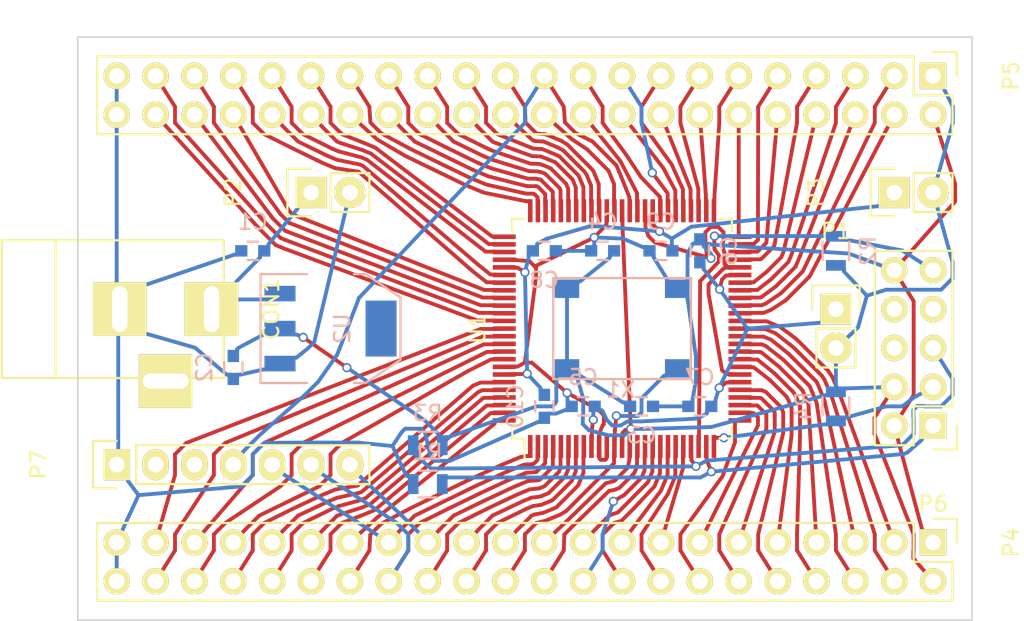
<source format=kicad_pcb>
(kicad_pcb (version 4) (host pcbnew "(after 2015-mar-04 BZR unknown)-product")
  (layers (0 F.Cu signal) (31 B.Cu signal) (34 B.Paste user) (35 F.Paste user) (36 B.SilkS user) (37 F.SilkS user) (38 B.Mask user) (39 F.Mask user) (44 Edge.Cuts user))
  (net 0 "")
  (net 1 VCC)
  (net 2 GND)
  (net 3 +3V3)
  (net 4 /IO21)
  (net 5 /IO20)
  (net 6 /IO19)
  (net 7 /IO18)
  (net 8 /IO17)
  (net 9 /IO16)
  (net 10 /IO15)
  (net 11 /IO14)
  (net 12 /CLK_CORE)
  (net 13 /IO8)
  (net 14 /IO7)
  (net 15 /IO6)
  (net 16 /IO5)
  (net 17 /DP2)
  (net 18 /DP1)
  (net 19 /DM)
  (net 20 /IO1)
  (net 21 /IO100)
  (net 22 /IO99)
  (net 23 /IO98)
  (net 24 /IO97)
  (net 25 /IO96)
  (net 26 /IO95)
  (net 27 /IO92)
  (net 28 /IO91)
  (net 29 /IO90)
  (net 30 /IO87)
  (net 31 /IO86)
  (net 32 /IO85)
  (net 33 /IO84)
  (net 34 /IO83)
  (net 35 /IO82)
  (net 36 /IO81)
  (net 37 /IO78)
  (net 38 /IO77)
  (net 39 /IO76)
  (net 40 /IO75)
  (net 41 /IO74)
  (net 42 /IO26)
  (net 43 /IO27)
  (net 44 /IO28)
  (net 45 /IO29)
  (net 46 /IO30)
  (net 47 /IO33)
  (net 48 /IO34)
  (net 49 /IO35)
  (net 50 /IO36)
  (net 51 /IO37)
  (net 52 /IO38)
  (net 53 /IO39)
  (net 54 /IO40)
  (net 55 /IO41)
  (net 56 /IO42)
  (net 57 /IO43)
  (net 58 /IO44)
  (net 59 /IO47)
  (net 60 /IO48)
  (net 61 /IO49)
  (net 62 /IO50)
  (net 63 /IO51)
  (net 64 /IO52)
  (net 65 /IO53)
  (net 66 /IO54)
  (net 67 /IO55)
  (net 68 /IO56)
  (net 69 /IO57)
  (net 70 /DI)
  (net 71 /DO)
  (net 72 /IO62)
  (net 73 /IO64)
  (net 74 /IO66)
  (net 75 /IO67)
  (net 76 /IO68)
  (net 77 /IO69)
  (net 78 /IO70)
  (net 79 /IO71)
  (net 80 /IO72)
  (net 81 /IO73)
  (net 82 /TCK)
  (net 83 /TDO)
  (net 84 /TMS)
  (net 85 /TDI)
  (net 86 /VCCIO1)
  (net 87 /VCCIO2)
  (net 88 /IO58)
  (net 89 /IO61)
  (module Capacitors_SMD:C_0603 (layer B.Cu) (at 137.16 59.69 180)
    (fp_text reference C1 (at 0 1.9 180) (layer B.SilkS) (effects (justify mirror)))
    (fp_text value CP1)
    (pad 1 smd rect (at -0.75 0 180) (size 0.8 0.75) (layers B.Cu B.Paste B.Mask) (net 1 VCC))
    (pad 2 smd rect (at 0.75 0 180) (size 0.8 0.75) (layers B.Cu B.Paste B.Mask) (net 2 GND))
  )
  (module Capacitors_SMD:C_0603 (layer B.Cu) (at 135.89 67.31 270)
    (fp_text reference C2 (at 0 1.9 270) (layer B.SilkS) (effects (justify mirror)))
    (fp_text value CP1)
    (pad 1 smd rect (at -0.75 0 270) (size 0.8 0.75) (layers B.Cu B.Paste B.Mask) (net 3 +3V3))
    (pad 2 smd rect (at 0.75 0 270) (size 0.8 0.75) (layers B.Cu B.Paste B.Mask) (net 2 GND))
  )
  (module Connect:BARREL_JACK (layer F.Cu) (at 128.27 63.5)
    (fp_text reference CON1 (at 10.09904 0 90) (layer F.SilkS))
    (fp_text value AB2_POWER_BARREL)
    (pad 1 thru_hole rect (at 6.20014 0) (size 3.50012 3.50012) (drill oval 1.00076 2.99974) (layers *.Cu *.Mask F.SilkS) (net 1 VCC))
    (pad 2 thru_hole rect (at 0.20066 0) (size 3.50012 3.50012) (drill oval 1.00076 2.99974) (layers *.Cu *.Mask F.SilkS) (net 2 GND))
    (pad 3 thru_hole rect (at 3.2004 4.699) (size 3.50012 3.50012) (drill oval 2.99974 1.00076) (layers *.Cu *.Mask F.SilkS))
  )
  (module Socket_Strips:Socket_Strip_Straight_1x02 (layer F.Cu) (at 140.97 55.88 90)
    (fp_text reference P2 (at 0 -5.1 90) (layer F.SilkS))
    (fp_text value CONN_01X02)
    (pad 1 thru_hole rect (at 0 0 90) (size 2.032 2.032) (drill 1.016) (layers *.Cu *.Mask F.SilkS) (net 1 VCC))
    (pad 2 thru_hole oval (at 0 2.54 90) (size 2.032 2.032) (drill 1.016) (layers *.Cu *.Mask F.SilkS) (net 2 GND))
  )
  (module Pin_Headers:Pin_Header_Straight_2x22 (layer F.Cu) (at 181.61 78.74 270)
    (fp_text reference P4 (at 0 -5.1 270) (layer F.SilkS))
    (fp_text value CONN_02X22)
    (pad 1 thru_hole rect (at 0 0 270) (size 1.7272 1.7272) (drill 1.016) (layers *.Cu *.Mask F.SilkS) (net 2 GND))
    (pad 2 thru_hole oval (at 2.54 0 270) (size 1.7272 1.7272) (drill 1.016) (layers *.Cu *.Mask F.SilkS) (net 3 +3V3))
    (pad 3 thru_hole oval (at 0 2.54 270) (size 1.7272 1.7272) (drill 1.016) (layers *.Cu *.Mask F.SilkS) (net 53 /IO39))
    (pad 4 thru_hole oval (at 2.54 2.54 270) (size 1.7272 1.7272) (drill 1.016) (layers *.Cu *.Mask F.SilkS) (net 52 /IO38))
    (pad 5 thru_hole oval (at 0 5.08 270) (size 1.7272 1.7272) (drill 1.016) (layers *.Cu *.Mask F.SilkS) (net 51 /IO37))
    (pad 6 thru_hole oval (at 2.54 5.08 270) (size 1.7272 1.7272) (drill 1.016) (layers *.Cu *.Mask F.SilkS) (net 50 /IO36))
    (pad 7 thru_hole oval (at 0 7.62 270) (size 1.7272 1.7272) (drill 1.016) (layers *.Cu *.Mask F.SilkS) (net 49 /IO35))
    (pad 8 thru_hole oval (at 2.54 7.62 270) (size 1.7272 1.7272) (drill 1.016) (layers *.Cu *.Mask F.SilkS) (net 48 /IO34))
    (pad 9 thru_hole oval (at 0 10.16 270) (size 1.7272 1.7272) (drill 1.016) (layers *.Cu *.Mask F.SilkS) (net 47 /IO33))
    (pad 10 thru_hole oval (at 2.54 10.16 270) (size 1.7272 1.7272) (drill 1.016) (layers *.Cu *.Mask F.SilkS) (net 46 /IO30))
    (pad 11 thru_hole oval (at 0 12.7 270) (size 1.7272 1.7272) (drill 1.016) (layers *.Cu *.Mask F.SilkS) (net 45 /IO29))
    (pad 12 thru_hole oval (at 2.54 12.7 270) (size 1.7272 1.7272) (drill 1.016) (layers *.Cu *.Mask F.SilkS) (net 44 /IO28))
    (pad 13 thru_hole oval (at 0 15.24 270) (size 1.7272 1.7272) (drill 1.016) (layers *.Cu *.Mask F.SilkS) (net 43 /IO27))
    (pad 14 thru_hole oval (at 2.54 15.24 270) (size 1.7272 1.7272) (drill 1.016) (layers *.Cu *.Mask F.SilkS) (net 42 /IO26))
    (pad 15 thru_hole oval (at 0 17.78 270) (size 1.7272 1.7272) (drill 1.016) (layers *.Cu *.Mask F.SilkS) (net 4 /IO21))
    (pad 16 thru_hole oval (at 2.54 17.78 270) (size 1.7272 1.7272) (drill 1.016) (layers *.Cu *.Mask F.SilkS) (net 5 /IO20))
    (pad 17 thru_hole oval (at 0 20.32 270) (size 1.7272 1.7272) (drill 1.016) (layers *.Cu *.Mask F.SilkS) (net 6 /IO19))
    (pad 18 thru_hole oval (at 2.54 20.32 270) (size 1.7272 1.7272) (drill 1.016) (layers *.Cu *.Mask F.SilkS) (net 7 /IO18))
    (pad 19 thru_hole oval (at 0 22.86 270) (size 1.7272 1.7272) (drill 1.016) (layers *.Cu *.Mask F.SilkS) (net 8 /IO17))
    (pad 20 thru_hole oval (at 2.54 22.86 270) (size 1.7272 1.7272) (drill 1.016) (layers *.Cu *.Mask F.SilkS) (net 9 /IO16))
    (pad 21 thru_hole oval (at 0 25.4 270) (size 1.7272 1.7272) (drill 1.016) (layers *.Cu *.Mask F.SilkS) (net 11 /IO14))
    (pad 22 thru_hole oval (at 2.54 25.4 270) (size 1.7272 1.7272) (drill 1.016) (layers *.Cu *.Mask F.SilkS) (net 10 /IO15))
    (pad 23 thru_hole oval (at 0 27.94 270) (size 1.7272 1.7272) (drill 1.016) (layers *.Cu *.Mask F.SilkS) (net 13 /IO8))
    (pad 24 thru_hole oval (at 2.54 27.94 270) (size 1.7272 1.7272) (drill 1.016) (layers *.Cu *.Mask F.SilkS) (net 12 /CLK_CORE))
    (pad 25 thru_hole oval (at 0 30.48 270) (size 1.7272 1.7272) (drill 1.016) (layers *.Cu *.Mask F.SilkS) (net 15 /IO6))
    (pad 26 thru_hole oval (at 2.54 30.48 270) (size 1.7272 1.7272) (drill 1.016) (layers *.Cu *.Mask F.SilkS) (net 14 /IO7))
    (pad 27 thru_hole oval (at 0 33.02 270) (size 1.7272 1.7272) (drill 1.016) (layers *.Cu *.Mask F.SilkS) (net 17 /DP2))
    (pad 28 thru_hole oval (at 2.54 33.02 270) (size 1.7272 1.7272) (drill 1.016) (layers *.Cu *.Mask F.SilkS) (net 16 /IO5))
    (pad 29 thru_hole oval (at 0 35.56 270) (size 1.7272 1.7272) (drill 1.016) (layers *.Cu *.Mask F.SilkS) (net 19 /DM))
    (pad 30 thru_hole oval (at 2.54 35.56 270) (size 1.7272 1.7272) (drill 1.016) (layers *.Cu *.Mask F.SilkS) (net 18 /DP1))
    (pad 31 thru_hole oval (at 0 38.1 270) (size 1.7272 1.7272) (drill 1.016) (layers *.Cu *.Mask F.SilkS) (net 21 /IO100))
    (pad 32 thru_hole oval (at 2.54 38.1 270) (size 1.7272 1.7272) (drill 1.016) (layers *.Cu *.Mask F.SilkS) (net 20 /IO1))
    (pad 33 thru_hole oval (at 0 40.64 270) (size 1.7272 1.7272) (drill 1.016) (layers *.Cu *.Mask F.SilkS) (net 23 /IO98))
    (pad 34 thru_hole oval (at 2.54 40.64 270) (size 1.7272 1.7272) (drill 1.016) (layers *.Cu *.Mask F.SilkS) (net 22 /IO99))
    (pad 35 thru_hole oval (at 0 43.18 270) (size 1.7272 1.7272) (drill 1.016) (layers *.Cu *.Mask F.SilkS) (net 25 /IO96))
    (pad 36 thru_hole oval (at 2.54 43.18 270) (size 1.7272 1.7272) (drill 1.016) (layers *.Cu *.Mask F.SilkS) (net 24 /IO97))
    (pad 37 thru_hole oval (at 0 45.72 270) (size 1.7272 1.7272) (drill 1.016) (layers *.Cu *.Mask F.SilkS) (net 27 /IO92))
    (pad 38 thru_hole oval (at 2.54 45.72 270) (size 1.7272 1.7272) (drill 1.016) (layers *.Cu *.Mask F.SilkS) (net 26 /IO95))
    (pad 39 thru_hole oval (at 0 48.26 270) (size 1.7272 1.7272) (drill 1.016) (layers *.Cu *.Mask F.SilkS) (net 29 /IO90))
    (pad 40 thru_hole oval (at 2.54 48.26 270) (size 1.7272 1.7272) (drill 1.016) (layers *.Cu *.Mask F.SilkS) (net 28 /IO91))
    (pad 41 thru_hole oval (at 0 50.8 270) (size 1.7272 1.7272) (drill 1.016) (layers *.Cu *.Mask F.SilkS) (net 70 /DI))
    (pad 42 thru_hole oval (at 2.54 50.8 270) (size 1.7272 1.7272) (drill 1.016) (layers *.Cu *.Mask F.SilkS) (net 71 /DO))
    (pad 43 thru_hole oval (at 0 53.34 270) (size 1.7272 1.7272) (drill 1.016) (layers *.Cu *.Mask F.SilkS) (net 2 GND))
    (pad 44 thru_hole oval (at 2.54 53.34 270) (size 1.7272 1.7272) (drill 1.016) (layers *.Cu *.Mask F.SilkS) (net 2 GND))
  )
  (module Pin_Headers:Pin_Header_Straight_2x22 (layer F.Cu) (at 181.61 48.26 270)
    (fp_text reference P5 (at 0 -5.1 270) (layer F.SilkS))
    (fp_text value CONN_02X22)
    (pad 1 thru_hole rect (at 0 0 270) (size 1.7272 1.7272) (drill 1.016) (layers *.Cu *.Mask F.SilkS) (net 3 +3V3))
    (pad 2 thru_hole oval (at 2.54 0 270) (size 1.7272 1.7272) (drill 1.016) (layers *.Cu *.Mask F.SilkS) (net 2 GND))
    (pad 3 thru_hole oval (at 0 2.54 270) (size 1.7272 1.7272) (drill 1.016) (layers *.Cu *.Mask F.SilkS) (net 55 /IO41))
    (pad 4 thru_hole oval (at 2.54 2.54 270) (size 1.7272 1.7272) (drill 1.016) (layers *.Cu *.Mask F.SilkS) (net 54 /IO40))
    (pad 5 thru_hole oval (at 0 5.08 270) (size 1.7272 1.7272) (drill 1.016) (layers *.Cu *.Mask F.SilkS) (net 57 /IO43))
    (pad 6 thru_hole oval (at 2.54 5.08 270) (size 1.7272 1.7272) (drill 1.016) (layers *.Cu *.Mask F.SilkS) (net 56 /IO42))
    (pad 7 thru_hole oval (at 0 7.62 270) (size 1.7272 1.7272) (drill 1.016) (layers *.Cu *.Mask F.SilkS) (net 59 /IO47))
    (pad 8 thru_hole oval (at 2.54 7.62 270) (size 1.7272 1.7272) (drill 1.016) (layers *.Cu *.Mask F.SilkS) (net 58 /IO44))
    (pad 9 thru_hole oval (at 0 10.16 270) (size 1.7272 1.7272) (drill 1.016) (layers *.Cu *.Mask F.SilkS) (net 61 /IO49))
    (pad 10 thru_hole oval (at 2.54 10.16 270) (size 1.7272 1.7272) (drill 1.016) (layers *.Cu *.Mask F.SilkS) (net 60 /IO48))
    (pad 11 thru_hole oval (at 0 12.7 270) (size 1.7272 1.7272) (drill 1.016) (layers *.Cu *.Mask F.SilkS) (net 63 /IO51))
    (pad 12 thru_hole oval (at 2.54 12.7 270) (size 1.7272 1.7272) (drill 1.016) (layers *.Cu *.Mask F.SilkS) (net 62 /IO50))
    (pad 13 thru_hole oval (at 0 15.24 270) (size 1.7272 1.7272) (drill 1.016) (layers *.Cu *.Mask F.SilkS) (net 65 /IO53))
    (pad 14 thru_hole oval (at 2.54 15.24 270) (size 1.7272 1.7272) (drill 1.016) (layers *.Cu *.Mask F.SilkS) (net 64 /IO52))
    (pad 15 thru_hole oval (at 0 17.78 270) (size 1.7272 1.7272) (drill 1.016) (layers *.Cu *.Mask F.SilkS) (net 67 /IO55))
    (pad 16 thru_hole oval (at 2.54 17.78 270) (size 1.7272 1.7272) (drill 1.016) (layers *.Cu *.Mask F.SilkS) (net 66 /IO54))
    (pad 17 thru_hole oval (at 0 20.32 270) (size 1.7272 1.7272) (drill 1.016) (layers *.Cu *.Mask F.SilkS) (net 69 /IO57))
    (pad 18 thru_hole oval (at 2.54 20.32 270) (size 1.7272 1.7272) (drill 1.016) (layers *.Cu *.Mask F.SilkS) (net 68 /IO56))
    (pad 19 thru_hole oval (at 0 22.86 270) (size 1.7272 1.7272) (drill 1.016) (layers *.Cu *.Mask F.SilkS) (net 88 /IO58))
    (pad 20 thru_hole oval (at 2.54 22.86 270) (size 1.7272 1.7272) (drill 1.016) (layers *.Cu *.Mask F.SilkS) (net 89 /IO61))
    (pad 21 thru_hole oval (at 0 25.4 270) (size 1.7272 1.7272) (drill 1.016) (layers *.Cu *.Mask F.SilkS) (net 72 /IO62))
    (pad 22 thru_hole oval (at 2.54 25.4 270) (size 1.7272 1.7272) (drill 1.016) (layers *.Cu *.Mask F.SilkS) (net 73 /IO64))
    (pad 23 thru_hole oval (at 0 27.94 270) (size 1.7272 1.7272) (drill 1.016) (layers *.Cu *.Mask F.SilkS) (net 74 /IO66))
    (pad 24 thru_hole oval (at 2.54 27.94 270) (size 1.7272 1.7272) (drill 1.016) (layers *.Cu *.Mask F.SilkS) (net 75 /IO67))
    (pad 25 thru_hole oval (at 0 30.48 270) (size 1.7272 1.7272) (drill 1.016) (layers *.Cu *.Mask F.SilkS) (net 76 /IO68))
    (pad 26 thru_hole oval (at 2.54 30.48 270) (size 1.7272 1.7272) (drill 1.016) (layers *.Cu *.Mask F.SilkS) (net 77 /IO69))
    (pad 27 thru_hole oval (at 0 33.02 270) (size 1.7272 1.7272) (drill 1.016) (layers *.Cu *.Mask F.SilkS) (net 78 /IO70))
    (pad 28 thru_hole oval (at 2.54 33.02 270) (size 1.7272 1.7272) (drill 1.016) (layers *.Cu *.Mask F.SilkS) (net 79 /IO71))
    (pad 29 thru_hole oval (at 0 35.56 270) (size 1.7272 1.7272) (drill 1.016) (layers *.Cu *.Mask F.SilkS) (net 80 /IO72))
    (pad 30 thru_hole oval (at 2.54 35.56 270) (size 1.7272 1.7272) (drill 1.016) (layers *.Cu *.Mask F.SilkS) (net 81 /IO73))
    (pad 31 thru_hole oval (at 0 38.1 270) (size 1.7272 1.7272) (drill 1.016) (layers *.Cu *.Mask F.SilkS) (net 41 /IO74))
    (pad 32 thru_hole oval (at 2.54 38.1 270) (size 1.7272 1.7272) (drill 1.016) (layers *.Cu *.Mask F.SilkS) (net 40 /IO75))
    (pad 33 thru_hole oval (at 0 40.64 270) (size 1.7272 1.7272) (drill 1.016) (layers *.Cu *.Mask F.SilkS) (net 39 /IO76))
    (pad 34 thru_hole oval (at 2.54 40.64 270) (size 1.7272 1.7272) (drill 1.016) (layers *.Cu *.Mask F.SilkS) (net 38 /IO77))
    (pad 35 thru_hole oval (at 0 43.18 270) (size 1.7272 1.7272) (drill 1.016) (layers *.Cu *.Mask F.SilkS) (net 37 /IO78))
    (pad 36 thru_hole oval (at 2.54 43.18 270) (size 1.7272 1.7272) (drill 1.016) (layers *.Cu *.Mask F.SilkS) (net 36 /IO81))
    (pad 37 thru_hole oval (at 0 45.72 270) (size 1.7272 1.7272) (drill 1.016) (layers *.Cu *.Mask F.SilkS) (net 35 /IO82))
    (pad 38 thru_hole oval (at 2.54 45.72 270) (size 1.7272 1.7272) (drill 1.016) (layers *.Cu *.Mask F.SilkS) (net 34 /IO83))
    (pad 39 thru_hole oval (at 0 48.26 270) (size 1.7272 1.7272) (drill 1.016) (layers *.Cu *.Mask F.SilkS) (net 33 /IO84))
    (pad 40 thru_hole oval (at 2.54 48.26 270) (size 1.7272 1.7272) (drill 1.016) (layers *.Cu *.Mask F.SilkS) (net 32 /IO85))
    (pad 41 thru_hole oval (at 0 50.8 270) (size 1.7272 1.7272) (drill 1.016) (layers *.Cu *.Mask F.SilkS) (net 31 /IO86))
    (pad 42 thru_hole oval (at 2.54 50.8 270) (size 1.7272 1.7272) (drill 1.016) (layers *.Cu *.Mask F.SilkS) (net 30 /IO87))
    (pad 43 thru_hole oval (at 0 53.34 270) (size 1.7272 1.7272) (drill 1.016) (layers *.Cu *.Mask F.SilkS) (net 2 GND))
    (pad 44 thru_hole oval (at 2.54 53.34 270) (size 1.7272 1.7272) (drill 1.016) (layers *.Cu *.Mask F.SilkS) (net 2 GND))
  )
  (module Pin_Headers:Pin_Header_Straight_2x05 (layer F.Cu) (at 181.61 71.12 180)
    (fp_text reference P6 (at 0 -5.1 180) (layer F.SilkS))
    (fp_text value JTAG)
    (pad 1 thru_hole rect (at 0 0 180) (size 1.7272 1.7272) (drill 1.016) (layers *.Cu *.Mask F.SilkS) (net 82 /TCK))
    (pad 2 thru_hole oval (at 2.54 0 180) (size 1.7272 1.7272) (drill 1.016) (layers *.Cu *.Mask F.SilkS) (net 2 GND))
    (pad 3 thru_hole oval (at 0 2.54 180) (size 1.7272 1.7272) (drill 1.016) (layers *.Cu *.Mask F.SilkS) (net 83 /TDO))
    (pad 4 thru_hole oval (at 2.54 2.54 180) (size 1.7272 1.7272) (drill 1.016) (layers *.Cu *.Mask F.SilkS) (net 3 +3V3))
    (pad 5 thru_hole oval (at 0 5.08 180) (size 1.7272 1.7272) (drill 1.016) (layers *.Cu *.Mask F.SilkS) (net 84 /TMS))
    (pad 6 thru_hole oval (at 2.54 5.08 180) (size 1.7272 1.7272) (drill 1.016) (layers *.Cu *.Mask F.SilkS))
    (pad 7 thru_hole oval (at 0 7.62 180) (size 1.7272 1.7272) (drill 1.016) (layers *.Cu *.Mask F.SilkS))
    (pad 8 thru_hole oval (at 2.54 7.62 180) (size 1.7272 1.7272) (drill 1.016) (layers *.Cu *.Mask F.SilkS))
    (pad 9 thru_hole oval (at 0 10.16 180) (size 1.7272 1.7272) (drill 1.016) (layers *.Cu *.Mask F.SilkS) (net 85 /TDI))
    (pad 10 thru_hole oval (at 2.54 10.16 180) (size 1.7272 1.7272) (drill 1.016) (layers *.Cu *.Mask F.SilkS) (net 2 GND))
  )
  (module Resistors_SMD:R_0805 (layer B.Cu) (at 148.59 74.93 180)
    (fp_text reference R1 (at 0 2.1 180) (layer B.SilkS) (effects (justify mirror)))
    (fp_text value 1K)
    (pad 1 smd rect (at -0.95 0 180) (size 0.7 1.3) (layers B.Cu B.Paste B.Mask) (net 82 /TCK))
    (pad 2 smd rect (at 0.95 0 180) (size 0.7 1.3) (layers B.Cu B.Paste B.Mask) (net 2 GND))
  )
  (module Resistors_SMD:R_0805 (layer B.Cu) (at 175.26 59.69 90)
    (fp_text reference R2 (at 0 2.1 90) (layer B.SilkS) (effects (justify mirror)))
    (fp_text value 10K)
    (pad 1 smd rect (at -0.95 0 90) (size 0.7 1.3) (layers B.Cu B.Paste B.Mask) (net 3 +3V3))
    (pad 2 smd rect (at 0.95 0 90) (size 0.7 1.3) (layers B.Cu B.Paste B.Mask) (net 85 /TDI))
  )
  (module Resistors_SMD:R_0805 (layer B.Cu) (at 148.59 72.39 180)
    (fp_text reference R3 (at 0 2.1 180) (layer B.SilkS) (effects (justify mirror)))
    (fp_text value 10K)
    (pad 1 smd rect (at -0.95 0 180) (size 0.7 1.3) (layers B.Cu B.Paste B.Mask) (net 3 +3V3))
    (pad 2 smd rect (at 0.95 0 180) (size 0.7 1.3) (layers B.Cu B.Paste B.Mask) (net 84 /TMS))
  )
  (module Resistors_SMD:R_0805 (layer B.Cu) (at 175.26 69.85 270)
    (fp_text reference R4 (at 0 2.1 270) (layer B.SilkS) (effects (justify mirror)))
    (fp_text value 10K)
    (pad 1 smd rect (at -0.95 0 270) (size 0.7 1.3) (layers B.Cu B.Paste B.Mask) (net 3 +3V3))
    (pad 2 smd rect (at 0.95 0 270) (size 0.7 1.3) (layers B.Cu B.Paste B.Mask) (net 83 /TDO))
  )
  (module Housings_QFP:TQFP-100_14x14mm_Pitch0.5mm (layer F.Cu) (at 161.29 64.77 90)
    (fp_text reference U1 (at 0 -9.45 90) (layer F.SilkS))
    (fp_text value EPM240T100C5N)
    (pad 1 smd rect (at -7.7 -6 90) (size 1.5 0.3) (layers F.Cu F.Paste F.Mask) (net 20 /IO1))
    (pad 2 smd rect (at -7.7 -5.5 90) (size 1.5 0.3) (layers F.Cu F.Paste F.Mask) (net 19 /DM))
    (pad 3 smd rect (at -7.7 -5 90) (size 1.5 0.3) (layers F.Cu F.Paste F.Mask) (net 18 /DP1))
    (pad 4 smd rect (at -7.7 -4.5 90) (size 1.5 0.3) (layers F.Cu F.Paste F.Mask) (net 17 /DP2))
    (pad 5 smd rect (at -7.7 -4 90) (size 1.5 0.3) (layers F.Cu F.Paste F.Mask) (net 16 /IO5))
    (pad 6 smd rect (at -7.7 -3.5 90) (size 1.5 0.3) (layers F.Cu F.Paste F.Mask) (net 15 /IO6))
    (pad 7 smd rect (at -7.7 -3 90) (size 1.5 0.3) (layers F.Cu F.Paste F.Mask) (net 14 /IO7))
    (pad 8 smd rect (at -7.7 -2.5 90) (size 1.5 0.3) (layers F.Cu F.Paste F.Mask) (net 13 /IO8))
    (pad 9 smd rect (at -7.7 -2 90) (size 1.5 0.3) (layers F.Cu F.Paste F.Mask) (net 86 /VCCIO1))
    (pad 10 smd rect (at -7.7 -1.5 90) (size 1.5 0.3) (layers F.Cu F.Paste F.Mask) (net 2 GND))
    (pad 11 smd rect (at -7.7 -1 90) (size 1.5 0.3) (layers F.Cu F.Paste F.Mask) (net 2 GND))
    (pad 12 smd rect (at -7.7 -0.5 90) (size 1.5 0.3) (layers F.Cu F.Paste F.Mask) (net 12 /CLK_CORE))
    (pad 13 smd rect (at -7.7 0 90) (size 1.5 0.3) (layers F.Cu F.Paste F.Mask) (net 3 +3V3))
    (pad 14 smd rect (at -7.7 0.5 90) (size 1.5 0.3) (layers F.Cu F.Paste F.Mask) (net 11 /IO14))
    (pad 15 smd rect (at -7.7 1 90) (size 1.5 0.3) (layers F.Cu F.Paste F.Mask) (net 10 /IO15))
    (pad 16 smd rect (at -7.7 1.5 90) (size 1.5 0.3) (layers F.Cu F.Paste F.Mask) (net 9 /IO16))
    (pad 17 smd rect (at -7.7 2 90) (size 1.5 0.3) (layers F.Cu F.Paste F.Mask) (net 8 /IO17))
    (pad 18 smd rect (at -7.7 2.5 90) (size 1.5 0.3) (layers F.Cu F.Paste F.Mask) (net 7 /IO18))
    (pad 19 smd rect (at -7.7 3 90) (size 1.5 0.3) (layers F.Cu F.Paste F.Mask) (net 6 /IO19))
    (pad 20 smd rect (at -7.7 3.5 90) (size 1.5 0.3) (layers F.Cu F.Paste F.Mask) (net 5 /IO20))
    (pad 21 smd rect (at -7.7 4 90) (size 1.5 0.3) (layers F.Cu F.Paste F.Mask) (net 4 /IO21))
    (pad 22 smd rect (at -7.7 4.5 90) (size 1.5 0.3) (layers F.Cu F.Paste F.Mask) (net 84 /TMS))
    (pad 23 smd rect (at -7.7 5 90) (size 1.5 0.3) (layers F.Cu F.Paste F.Mask) (net 85 /TDI))
    (pad 24 smd rect (at -7.7 5.5 90) (size 1.5 0.3) (layers F.Cu F.Paste F.Mask) (net 82 /TCK))
    (pad 25 smd rect (at -7.7 6 90) (size 1.5 0.3) (layers F.Cu F.Paste F.Mask) (net 83 /TDO))
    (pad 26 smd rect (at -6 7.7 180) (size 1.5 0.3) (layers F.Cu F.Paste F.Mask) (net 42 /IO26))
    (pad 27 smd rect (at -5.5 7.7 180) (size 1.5 0.3) (layers F.Cu F.Paste F.Mask) (net 43 /IO27))
    (pad 28 smd rect (at -5 7.7 180) (size 1.5 0.3) (layers F.Cu F.Paste F.Mask) (net 44 /IO28))
    (pad 29 smd rect (at -4.5 7.7 180) (size 1.5 0.3) (layers F.Cu F.Paste F.Mask) (net 45 /IO29))
    (pad 30 smd rect (at -4 7.7 180) (size 1.5 0.3) (layers F.Cu F.Paste F.Mask) (net 46 /IO30))
    (pad 31 smd rect (at -3.5 7.7 180) (size 1.5 0.3) (layers F.Cu F.Paste F.Mask) (net 86 /VCCIO1))
    (pad 32 smd rect (at -3 7.7 180) (size 1.5 0.3) (layers F.Cu F.Paste F.Mask) (net 2 GND))
    (pad 33 smd rect (at -2.5 7.7 180) (size 1.5 0.3) (layers F.Cu F.Paste F.Mask) (net 47 /IO33))
    (pad 34 smd rect (at -2 7.7 180) (size 1.5 0.3) (layers F.Cu F.Paste F.Mask) (net 48 /IO34))
    (pad 35 smd rect (at -1.5 7.7 180) (size 1.5 0.3) (layers F.Cu F.Paste F.Mask) (net 49 /IO35))
    (pad 36 smd rect (at -1 7.7 180) (size 1.5 0.3) (layers F.Cu F.Paste F.Mask) (net 50 /IO36))
    (pad 37 smd rect (at -0.5 7.7 180) (size 1.5 0.3) (layers F.Cu F.Paste F.Mask) (net 51 /IO37))
    (pad 38 smd rect (at 0 7.7 180) (size 1.5 0.3) (layers F.Cu F.Paste F.Mask) (net 52 /IO38))
    (pad 39 smd rect (at 0.5 7.7 180) (size 1.5 0.3) (layers F.Cu F.Paste F.Mask) (net 53 /IO39))
    (pad 40 smd rect (at 1 7.7 180) (size 1.5 0.3) (layers F.Cu F.Paste F.Mask) (net 54 /IO40))
    (pad 41 smd rect (at 1.5 7.7 180) (size 1.5 0.3) (layers F.Cu F.Paste F.Mask) (net 55 /IO41))
    (pad 42 smd rect (at 2 7.7 180) (size 1.5 0.3) (layers F.Cu F.Paste F.Mask) (net 56 /IO42))
    (pad 43 smd rect (at 2.5 7.7 180) (size 1.5 0.3) (layers F.Cu F.Paste F.Mask) (net 57 /IO43))
    (pad 44 smd rect (at 3 7.7 180) (size 1.5 0.3) (layers F.Cu F.Paste F.Mask) (net 58 /IO44))
    (pad 45 smd rect (at 3.5 7.7 180) (size 1.5 0.3) (layers F.Cu F.Paste F.Mask) (net 86 /VCCIO1))
    (pad 46 smd rect (at 4 7.7 180) (size 1.5 0.3) (layers F.Cu F.Paste F.Mask) (net 2 GND))
    (pad 47 smd rect (at 4.5 7.7 180) (size 1.5 0.3) (layers F.Cu F.Paste F.Mask) (net 59 /IO47))
    (pad 48 smd rect (at 5 7.7 180) (size 1.5 0.3) (layers F.Cu F.Paste F.Mask) (net 60 /IO48))
    (pad 49 smd rect (at 5.5 7.7 180) (size 1.5 0.3) (layers F.Cu F.Paste F.Mask) (net 61 /IO49))
    (pad 50 smd rect (at 6 7.7 180) (size 1.5 0.3) (layers F.Cu F.Paste F.Mask) (net 62 /IO50))
    (pad 51 smd rect (at 7.7 6 90) (size 1.5 0.3) (layers F.Cu F.Paste F.Mask) (net 63 /IO51))
    (pad 52 smd rect (at 7.7 5.5 90) (size 1.5 0.3) (layers F.Cu F.Paste F.Mask) (net 64 /IO52))
    (pad 53 smd rect (at 7.7 5 90) (size 1.5 0.3) (layers F.Cu F.Paste F.Mask) (net 65 /IO53))
    (pad 54 smd rect (at 7.7 4.5 90) (size 1.5 0.3) (layers F.Cu F.Paste F.Mask) (net 66 /IO54))
    (pad 55 smd rect (at 7.7 4 90) (size 1.5 0.3) (layers F.Cu F.Paste F.Mask) (net 67 /IO55))
    (pad 56 smd rect (at 7.7 3.5 90) (size 1.5 0.3) (layers F.Cu F.Paste F.Mask) (net 68 /IO56))
    (pad 57 smd rect (at 7.7 3 90) (size 1.5 0.3) (layers F.Cu F.Paste F.Mask) (net 69 /IO57))
    (pad 58 smd rect (at 7.7 2.5 90) (size 1.5 0.3) (layers F.Cu F.Paste F.Mask) (net 88 /IO58))
    (pad 59 smd rect (at 7.7 2 90) (size 1.5 0.3) (layers F.Cu F.Paste F.Mask) (net 87 /VCCIO2))
    (pad 60 smd rect (at 7.7 1.5 90) (size 1.5 0.3) (layers F.Cu F.Paste F.Mask) (net 2 GND))
    (pad 61 smd rect (at 7.7 1 90) (size 1.5 0.3) (layers F.Cu F.Paste F.Mask) (net 89 /IO61))
    (pad 62 smd rect (at 7.7 0.5 90) (size 1.5 0.3) (layers F.Cu F.Paste F.Mask) (net 72 /IO62))
    (pad 63 smd rect (at 7.7 0 90) (size 1.5 0.3) (layers F.Cu F.Paste F.Mask) (net 3 +3V3))
    (pad 64 smd rect (at 7.7 -0.5 90) (size 1.5 0.3) (layers F.Cu F.Paste F.Mask) (net 73 /IO64))
    (pad 65 smd rect (at 7.7 -1 90) (size 1.5 0.3) (layers F.Cu F.Paste F.Mask) (net 2 GND))
    (pad 66 smd rect (at 7.7 -1.5 90) (size 1.5 0.3) (layers F.Cu F.Paste F.Mask) (net 74 /IO66))
    (pad 67 smd rect (at 7.7 -2 90) (size 1.5 0.3) (layers F.Cu F.Paste F.Mask) (net 75 /IO67))
    (pad 68 smd rect (at 7.7 -2.5 90) (size 1.5 0.3) (layers F.Cu F.Paste F.Mask) (net 76 /IO68))
    (pad 69 smd rect (at 7.7 -3 90) (size 1.5 0.3) (layers F.Cu F.Paste F.Mask) (net 77 /IO69))
    (pad 70 smd rect (at 7.7 -3.5 90) (size 1.5 0.3) (layers F.Cu F.Paste F.Mask) (net 78 /IO70))
    (pad 71 smd rect (at 7.7 -4 90) (size 1.5 0.3) (layers F.Cu F.Paste F.Mask) (net 79 /IO71))
    (pad 72 smd rect (at 7.7 -4.5 90) (size 1.5 0.3) (layers F.Cu F.Paste F.Mask) (net 80 /IO72))
    (pad 73 smd rect (at 7.7 -5 90) (size 1.5 0.3) (layers F.Cu F.Paste F.Mask) (net 81 /IO73))
    (pad 74 smd rect (at 7.7 -5.5 90) (size 1.5 0.3) (layers F.Cu F.Paste F.Mask) (net 41 /IO74))
    (pad 75 smd rect (at 7.7 -6 90) (size 1.5 0.3) (layers F.Cu F.Paste F.Mask) (net 40 /IO75))
    (pad 76 smd rect (at 6 -7.7 180) (size 1.5 0.3) (layers F.Cu F.Paste F.Mask) (net 39 /IO76))
    (pad 77 smd rect (at 5.5 -7.7 180) (size 1.5 0.3) (layers F.Cu F.Paste F.Mask) (net 38 /IO77))
    (pad 78 smd rect (at 5 -7.7 180) (size 1.5 0.3) (layers F.Cu F.Paste F.Mask) (net 37 /IO78))
    (pad 79 smd rect (at 4.5 -7.7 180) (size 1.5 0.3) (layers F.Cu F.Paste F.Mask) (net 2 GND))
    (pad 80 smd rect (at 4 -7.7 180) (size 1.5 0.3) (layers F.Cu F.Paste F.Mask) (net 87 /VCCIO2))
    (pad 81 smd rect (at 3.5 -7.7 180) (size 1.5 0.3) (layers F.Cu F.Paste F.Mask) (net 36 /IO81))
    (pad 82 smd rect (at 3 -7.7 180) (size 1.5 0.3) (layers F.Cu F.Paste F.Mask) (net 35 /IO82))
    (pad 83 smd rect (at 2.5 -7.7 180) (size 1.5 0.3) (layers F.Cu F.Paste F.Mask) (net 34 /IO83))
    (pad 84 smd rect (at 2 -7.7 180) (size 1.5 0.3) (layers F.Cu F.Paste F.Mask) (net 33 /IO84))
    (pad 85 smd rect (at 1.5 -7.7 180) (size 1.5 0.3) (layers F.Cu F.Paste F.Mask) (net 32 /IO85))
    (pad 86 smd rect (at 1 -7.7 180) (size 1.5 0.3) (layers F.Cu F.Paste F.Mask) (net 31 /IO86))
    (pad 87 smd rect (at 0.5 -7.7 180) (size 1.5 0.3) (layers F.Cu F.Paste F.Mask) (net 30 /IO87))
    (pad 88 smd rect (at 0 -7.7 180) (size 1.5 0.3) (layers F.Cu F.Paste F.Mask) (net 70 /DI))
    (pad 89 smd rect (at -0.5 -7.7 180) (size 1.5 0.3) (layers F.Cu F.Paste F.Mask) (net 71 /DO))
    (pad 90 smd rect (at -1 -7.7 180) (size 1.5 0.3) (layers F.Cu F.Paste F.Mask) (net 29 /IO90))
    (pad 91 smd rect (at -1.5 -7.7 180) (size 1.5 0.3) (layers F.Cu F.Paste F.Mask) (net 28 /IO91))
    (pad 92 smd rect (at -2 -7.7 180) (size 1.5 0.3) (layers F.Cu F.Paste F.Mask) (net 27 /IO92))
    (pad 93 smd rect (at -2.5 -7.7 180) (size 1.5 0.3) (layers F.Cu F.Paste F.Mask) (net 2 GND))
    (pad 94 smd rect (at -3 -7.7 180) (size 1.5 0.3) (layers F.Cu F.Paste F.Mask) (net 87 /VCCIO2))
    (pad 95 smd rect (at -3.5 -7.7 180) (size 1.5 0.3) (layers F.Cu F.Paste F.Mask) (net 26 /IO95))
    (pad 96 smd rect (at -4 -7.7 180) (size 1.5 0.3) (layers F.Cu F.Paste F.Mask) (net 25 /IO96))
    (pad 97 smd rect (at -4.5 -7.7 180) (size 1.5 0.3) (layers F.Cu F.Paste F.Mask) (net 24 /IO97))
    (pad 98 smd rect (at -5 -7.7 180) (size 1.5 0.3) (layers F.Cu F.Paste F.Mask) (net 23 /IO98))
    (pad 99 smd rect (at -5.5 -7.7 180) (size 1.5 0.3) (layers F.Cu F.Paste F.Mask) (net 22 /IO99))
    (pad 100 smd rect (at -6 -7.7 180) (size 1.5 0.3) (layers F.Cu F.Paste F.Mask) (net 21 /IO100))
  )
  (module SMD_Packages:SOT-223 (layer B.Cu) (at 142.24 64.77 90)
    (fp_text reference U2 (at 0 0.762 90) (layer B.SilkS) (effects (justify mirror)))
    (fp_text value AMS1117-3.3V)
    (pad 4 smd rect (at 0 3.302 90) (size 3.6576 2.032) (layers B.Cu B.Paste B.Mask))
    (pad 2 smd rect (at 0 -3.302 90) (size 1.016 2.032) (layers B.Cu B.Paste B.Mask) (net 3 +3V3))
    (pad 3 smd rect (at 2.286 -3.302 90) (size 1.016 2.032) (layers B.Cu B.Paste B.Mask) (net 1 VCC))
    (pad 1 smd rect (at -2.286 -3.302 90) (size 1.016 2.032) (layers B.Cu B.Paste B.Mask) (net 2 GND))
  )
  (module Capacitors_SMD:C_0603 (layer B.Cu) (at 162.56 69.85)
    (fp_text reference C3 (at 0 1.9) (layer B.SilkS) (effects (justify mirror)))
    (fp_text value C)
    (pad 1 smd rect (at -0.75 0) (size 0.8 0.75) (layers B.Cu B.Paste B.Mask) (net 3 +3V3))
    (pad 2 smd rect (at 0.75 0) (size 0.8 0.75) (layers B.Cu B.Paste B.Mask) (net 2 GND))
  )
  (module Capacitors_SMD:C_0603 (layer B.Cu) (at 160.02 59.69 180)
    (fp_text reference C4 (at 0 1.9 180) (layer B.SilkS) (effects (justify mirror)))
    (fp_text value C)
    (pad 1 smd rect (at -0.75 0 180) (size 0.8 0.75) (layers B.Cu B.Paste B.Mask) (net 3 +3V3))
    (pad 2 smd rect (at 0.75 0 180) (size 0.8 0.75) (layers B.Cu B.Paste B.Mask) (net 2 GND))
  )
  (module Capacitors_SMD:C_0603 (layer B.Cu) (at 158.75 69.85 180)
    (fp_text reference C5 (at 0 1.9 180) (layer B.SilkS) (effects (justify mirror)))
    (fp_text value C)
    (pad 1 smd rect (at -0.75 0 180) (size 0.8 0.75) (layers B.Cu B.Paste B.Mask) (net 86 /VCCIO1))
    (pad 2 smd rect (at 0.75 0 180) (size 0.8 0.75) (layers B.Cu B.Paste B.Mask) (net 2 GND))
  )
  (module Capacitors_SMD:C_0603 (layer B.Cu) (at 166.37 59.69 90)
    (fp_text reference C6 (at 0 1.9 90) (layer B.SilkS) (effects (justify mirror)))
    (fp_text value C)
    (pad 1 smd rect (at -0.75 0 90) (size 0.8 0.75) (layers B.Cu B.Paste B.Mask) (net 86 /VCCIO1))
    (pad 2 smd rect (at 0.75 0 90) (size 0.8 0.75) (layers B.Cu B.Paste B.Mask) (net 2 GND))
  )
  (module Capacitors_SMD:C_0603 (layer B.Cu) (at 166.37 69.85 180)
    (fp_text reference C7 (at 0 1.9 180) (layer B.SilkS) (effects (justify mirror)))
    (fp_text value C)
    (pad 1 smd rect (at -0.75 0 180) (size 0.8 0.75) (layers B.Cu B.Paste B.Mask) (net 86 /VCCIO1))
    (pad 2 smd rect (at 0.75 0 180) (size 0.8 0.75) (layers B.Cu B.Paste B.Mask) (net 2 GND))
  )
  (module Capacitors_SMD:C_0603 (layer B.Cu) (at 156.21 59.69)
    (fp_text reference C8 (at 0 1.9) (layer B.SilkS) (effects (justify mirror)))
    (fp_text value C)
    (pad 1 smd rect (at -0.75 0) (size 0.8 0.75) (layers B.Cu B.Paste B.Mask) (net 87 /VCCIO2))
    (pad 2 smd rect (at 0.75 0) (size 0.8 0.75) (layers B.Cu B.Paste B.Mask) (net 2 GND))
  )
  (module Capacitors_SMD:C_0603 (layer B.Cu) (at 163.83 59.69 180)
    (fp_text reference C9 (at 0 1.9 180) (layer B.SilkS) (effects (justify mirror)))
    (fp_text value C)
    (pad 1 smd rect (at -0.75 0 180) (size 0.8 0.75) (layers B.Cu B.Paste B.Mask) (net 87 /VCCIO2))
    (pad 2 smd rect (at 0.75 0 180) (size 0.8 0.75) (layers B.Cu B.Paste B.Mask) (net 2 GND))
  )
  (module Capacitors_SMD:C_0603 (layer B.Cu) (at 156.21 69.85 270)
    (fp_text reference C10 (at 0 1.9 270) (layer B.SilkS) (effects (justify mirror)))
    (fp_text value C)
    (pad 1 smd rect (at -0.75 0 270) (size 0.8 0.75) (layers B.Cu B.Paste B.Mask) (net 87 /VCCIO2))
    (pad 2 smd rect (at 0.75 0 270) (size 0.8 0.75) (layers B.Cu B.Paste B.Mask) (net 2 GND))
  )
  (module Socket_Strips:Socket_Strip_Straight_1x07 (layer F.Cu) (at 128.27 73.66 90)
    (fp_text reference P7 (at 0 -5.1 90) (layer F.SilkS))
    (fp_text value CONN_01X07)
    (pad 1 thru_hole rect (at 0 0 90) (size 2.032 1.7272) (drill 1.016) (layers *.Cu *.Mask F.SilkS) (net 2 GND))
    (pad 2 thru_hole oval (at 0 2.54 90) (size 2.032 1.7272) (drill 1.016) (layers *.Cu *.Mask F.SilkS) (net 70 /DI))
    (pad 3 thru_hole oval (at 0 5.08 90) (size 2.032 1.7272) (drill 1.016) (layers *.Cu *.Mask F.SilkS) (net 71 /DO))
    (pad 4 thru_hole oval (at 0 7.62 90) (size 2.032 1.7272) (drill 1.016) (layers *.Cu *.Mask F.SilkS) (net 72 /IO62))
    (pad 5 thru_hole oval (at 0 10.16 90) (size 2.032 1.7272) (drill 1.016) (layers *.Cu *.Mask F.SilkS) (net 19 /DM))
    (pad 6 thru_hole oval (at 0 12.7 90) (size 2.032 1.7272) (drill 1.016) (layers *.Cu *.Mask F.SilkS) (net 18 /DP1))
    (pad 7 thru_hole oval (at 0 15.24 90) (size 2.032 1.7272) (drill 1.016) (layers *.Cu *.Mask F.SilkS) (net 17 /DP2))
  )
  (module Pin_Headers:Pin_Header_Straight_1x02 (layer F.Cu) (at 175.26 63.5)
    (fp_text reference P1 (at 0 -5.1) (layer F.SilkS))
    (fp_text value CONN_01X02)
    (pad 1 thru_hole rect (at 0 0) (size 2.032 2.032) (drill 1.016) (layers *.Cu *.Mask F.SilkS) (net 86 /VCCIO1))
    (pad 2 thru_hole oval (at 0 2.54) (size 2.032 2.032) (drill 1.016) (layers *.Cu *.Mask F.SilkS) (net 3 +3V3))
  )
  (module Pin_Headers:Pin_Header_Straight_1x02 (layer F.Cu) (at 179.07 55.88 90)
    (fp_text reference P3 (at 0 -5.1 90) (layer F.SilkS))
    (fp_text value CONN_01X02)
    (pad 1 thru_hole rect (at 0 0 90) (size 2.032 2.032) (drill 1.016) (layers *.Cu *.Mask F.SilkS) (net 87 /VCCIO2))
    (pad 2 thru_hole oval (at 0 2.54 90) (size 2.032 2.032) (drill 1.016) (layers *.Cu *.Mask F.SilkS) (net 3 +3V3))
  )
  (module Crystals_Oscillators_SMD:crystal_HXO-3 (layer B.Cu) (at 161.29 64.77)
    (fp_text reference X1 (at -0.1 4) (layer B.SilkS) (effects (justify mirror)))
    (fp_text value 50MHz)
    (pad 1 smd rect (at -3.6 -2.6) (size 1.6 1.2) (layers B.Cu B.Paste B.Mask) (net 3 +3V3))
    (pad 2 smd rect (at 3.6 -2.6) (size 1.6 1.2) (layers B.Cu B.Paste B.Mask) (net 2 GND))
    (pad 3 smd rect (at 3.6 2.6) (size 1.6 1.2) (layers B.Cu B.Paste B.Mask) (net 12 /CLK_CORE))
    (pad 4 smd rect (at -3.6 2.6) (size 1.6 1.2) (layers B.Cu B.Paste B.Mask) (net 3 +3V3))
  )
  (gr_line (start 184.15 83.82) (end 125.73 83.82) (angle 90) (layer Edge.Cuts) (width 0.1))
  (gr_line (start 184.15 45.72) (end 184.15 83.82) (angle 90) (layer Edge.Cuts) (width 0.1))
  (gr_line (start 125.73 45.72) (end 184.15 45.72) (angle 90) (layer Edge.Cuts) (width 0.1))
  (gr_line (start 125.73 45.72) (end 125.73 83.82) (angle 90) (layer Edge.Cuts) (width 0.1))
  (segment (start 138.185 59.44) (end 137.91 59.69) (width 0.25) (layer B.Cu) (net 1))
  (segment (start 138.185 59.315) (end 138.185 59.44) (width 0.25) (layer B.Cu) (net 1))
  (segment (start 138.185 59.2632) (end 138.185 59.315) (width 0.25) (layer B.Cu) (net 1))
  (segment (start 140.079 56.9478) (end 138.185 59.2632) (width 0.25) (layer B.Cu) (net 1))
  (segment (start 140.079 56.896) (end 140.079 56.9478) (width 0.25) (layer B.Cu) (net 1))
  (segment (start 140.079 56.771) (end 140.079 56.896) (width 0.25) (layer B.Cu) (net 1))
  (segment (start 140.97 55.88) (end 140.079 56.771) (width 0.25) (layer B.Cu) (net 1))
  (segment (start 136.0952 62.8669) (end 134.4701 63.5) (width 0.25) (layer B.Cu) (net 1))
  (segment (start 136.2202 62.8669) (end 136.0952 62.8669) (width 0.25) (layer B.Cu) (net 1))
  (segment (start 137.922 62.8669) (end 136.2202 62.8669) (width 0.25) (layer B.Cu) (net 1))
  (segment (start 138.047 62.8669) (end 137.922 62.8669) (width 0.25) (layer B.Cu) (net 1))
  (segment (start 138.938 62.484) (end 138.047 62.8669) (width 0.25) (layer B.Cu) (net 1))
  (segment (start 137.635 59.94) (end 137.91 59.69) (width 0.25) (layer B.Cu) (net 1))
  (segment (start 137.635 60.065) (end 137.635 59.94) (width 0.25) (layer B.Cu) (net 1))
  (segment (start 137.635 60.1168) (end 137.635 60.065) (width 0.25) (layer B.Cu) (net 1))
  (segment (start 136.0952 61.6981) (end 137.635 60.1168) (width 0.25) (layer B.Cu) (net 1))
  (segment (start 136.0952 61.7499) (end 136.0952 61.6981) (width 0.25) (layer B.Cu) (net 1))
  (segment (start 136.0952 61.8749) (end 136.0952 61.7499) (width 0.25) (layer B.Cu) (net 1))
  (segment (start 134.4701 63.5) (end 136.0952 61.8749) (width 0.25) (layer B.Cu) (net 1))
  (via (at 159.4695 58.8149) (size 0.6) (layers F.Cu B.Cu) (net 2))
  (via (at 167.0988 60.1803) (size 0.6) (layers F.Cu B.Cu) (net 2))
  (via (at 157.6961 68.9731) (size 0.6) (layers F.Cu B.Cu) (net 2))
  (segment (start 166.12 59.215) (end 166.37 58.94) (width 0.25) (layer B.Cu) (net 2))
  (segment (start 165.995 59.215) (end 166.12 59.215) (width 0.25) (layer B.Cu) (net 2))
  (segment (start 165.9432 59.215) (end 165.995 59.215) (width 0.25) (layer B.Cu) (net 2))
  (segment (start 165.87 59.2882) (end 165.9432 59.215) (width 0.25) (layer B.Cu) (net 2))
  (segment (start 165.5699 59.8639) (end 165.87 59.2882) (width 0.25) (layer B.Cu) (net 2))
  (segment (start 165.565 61.5182) (end 165.5699 59.8639) (width 0.25) (layer B.Cu) (net 2))
  (segment (start 165.565 61.57) (end 165.565 61.5182) (width 0.25) (layer B.Cu) (net 2))
  (segment (start 165.565 61.695) (end 165.565 61.57) (width 0.25) (layer B.Cu) (net 2))
  (segment (start 164.89 62.17) (end 165.565 61.695) (width 0.25) (layer B.Cu) (net 2))
  (segment (start 167.095 59.895) (end 167.0988 60.1803) (width 0.25) (layer B.Cu) (net 2))
  (segment (start 166.62 59.3918) (end 167.095 59.895) (width 0.25) (layer B.Cu) (net 2))
  (segment (start 166.62 59.34) (end 166.62 59.3918) (width 0.25) (layer B.Cu) (net 2))
  (segment (start 166.62 59.215) (end 166.62 59.34) (width 0.25) (layer B.Cu) (net 2))
  (segment (start 166.37 58.94) (end 166.62 59.215) (width 0.25) (layer B.Cu) (net 2))
  (segment (start 136.135 59.94) (end 136.41 59.69) (width 0.25) (layer B.Cu) (net 2))
  (segment (start 136.01 59.94) (end 136.135 59.94) (width 0.25) (layer B.Cu) (net 2))
  (segment (start 135.9582 59.94) (end 136.01 59.94) (width 0.25) (layer B.Cu) (net 2))
  (segment (start 130.2726 61.8749) (end 135.9582 59.94) (width 0.25) (layer B.Cu) (net 2))
  (segment (start 130.2208 61.8749) (end 130.2726 61.8749) (width 0.25) (layer B.Cu) (net 2))
  (segment (start 130.0958 61.8749) (end 130.2208 61.8749) (width 0.25) (layer B.Cu) (net 2))
  (segment (start 128.4707 63.5) (end 130.0958 61.8749) (width 0.25) (layer B.Cu) (net 2))
  (segment (start 144.0376 72.2189) (end 146.2848 72.444) (width 0.25) (layer B.Cu) (net 2))
  (segment (start 141.4976 72.2189) (end 144.0376 72.2189) (width 0.25) (layer B.Cu) (net 2))
  (segment (start 140.4424 72.2189) (end 141.4976 72.2189) (width 0.25) (layer B.Cu) (net 2))
  (segment (start 137.9061 72.2376) (end 140.4424 72.2189) (width 0.25) (layer B.Cu) (net 2))
  (segment (start 137.9024 72.2391) (end 137.9061 72.2376) (width 0.25) (layer B.Cu) (net 2))
  (segment (start 137.1615 72.98) (end 137.9024 72.2391) (width 0.25) (layer B.Cu) (net 2))
  (segment (start 137.16 72.9837) (end 137.1615 72.98) (width 0.25) (layer B.Cu) (net 2))
  (segment (start 137.16 74.3363) (end 137.16 72.9837) (width 0.25) (layer B.Cu) (net 2))
  (segment (start 137.1585 74.34) (end 137.16 74.3363) (width 0.25) (layer B.Cu) (net 2))
  (segment (start 136.4176 75.0809) (end 137.1585 74.34) (width 0.25) (layer B.Cu) (net 2))
  (segment (start 136.4139 75.0824) (end 136.4176 75.0809) (width 0.25) (layer B.Cu) (net 2))
  (segment (start 129.6967 75.6518) (end 136.4139 75.0824) (width 0.25) (layer B.Cu) (net 2))
  (segment (start 129.0086 74.551) (end 128.27 73.66) (width 0.25) (layer B.Cu) (net 2))
  (segment (start 129.0086 74.676) (end 129.0086 74.551) (width 0.25) (layer B.Cu) (net 2))
  (segment (start 129.0086 74.7278) (end 129.0086 74.676) (width 0.25) (layer B.Cu) (net 2))
  (segment (start 129.6967 75.6518) (end 129.0086 74.7278) (width 0.25) (layer B.Cu) (net 2))
  (segment (start 128.27 81.28) (end 128.27 78.74) (width 0.25) (layer B.Cu) (net 2))
  (segment (start 130.0958 65.1251) (end 128.4707 63.5) (width 0.25) (layer B.Cu) (net 2))
  (segment (start 130.2208 65.1251) (end 130.0958 65.1251) (width 0.25) (layer B.Cu) (net 2))
  (segment (start 130.2726 65.1251) (end 130.2208 65.1251) (width 0.25) (layer B.Cu) (net 2))
  (segment (start 133.3966 66.0238) (end 130.2726 65.1251) (width 0.25) (layer B.Cu) (net 2))
  (segment (start 135.4632 67.785) (end 133.3966 66.0238) (width 0.25) (layer B.Cu) (net 2))
  (segment (start 135.515 67.785) (end 135.4632 67.785) (width 0.25) (layer B.Cu) (net 2))
  (segment (start 135.64 67.785) (end 135.515 67.785) (width 0.25) (layer B.Cu) (net 2))
  (segment (start 135.89 68.06) (end 135.64 67.785) (width 0.25) (layer B.Cu) (net 2))
  (segment (start 139.829 66.6731) (end 138.938 67.056) (width 0.25) (layer B.Cu) (net 2))
  (segment (start 139.954 66.6731) (end 139.829 66.6731) (width 0.25) (layer B.Cu) (net 2))
  (segment (start 140.0058 66.6731) (end 139.954 66.6731) (width 0.25) (layer B.Cu) (net 2))
  (segment (start 140.7544 66.069) (end 140.0058 66.6731) (width 0.25) (layer B.Cu) (net 2))
  (segment (start 141.1792 65.6442) (end 140.7544 66.069) (width 0.25) (layer B.Cu) (net 2))
  (segment (start 143.51 55.88) (end 141.1792 65.6442) (width 0.25) (layer B.Cu) (net 2))
  (segment (start 136.14 67.785) (end 135.89 68.06) (width 0.25) (layer B.Cu) (net 2))
  (segment (start 136.265 67.785) (end 136.14 67.785) (width 0.25) (layer B.Cu) (net 2))
  (segment (start 136.3168 67.785) (end 136.265 67.785) (width 0.25) (layer B.Cu) (net 2))
  (segment (start 137.8702 67.4389) (end 136.3168 67.785) (width 0.25) (layer B.Cu) (net 2))
  (segment (start 137.922 67.4389) (end 137.8702 67.4389) (width 0.25) (layer B.Cu) (net 2))
  (segment (start 138.047 67.4389) (end 137.922 67.4389) (width 0.25) (layer B.Cu) (net 2))
  (segment (start 138.938 67.056) (end 138.047 67.4389) (width 0.25) (layer B.Cu) (net 2))
  (segment (start 176.0861 59.8649) (end 179.07 60.96) (width 0.25) (layer B.Cu) (net 2))
  (segment (start 167.0944 59.2812) (end 176.0861 59.8649) (width 0.25) (layer B.Cu) (net 2))
  (segment (start 167.0695 59.2565) (end 167.0944 59.2812) (width 0.25) (layer B.Cu) (net 2))
  (segment (start 166.7968 59.215) (end 167.0695 59.2565) (width 0.25) (layer B.Cu) (net 2))
  (segment (start 166.745 59.215) (end 166.7968 59.215) (width 0.25) (layer B.Cu) (net 2))
  (segment (start 166.62 59.215) (end 166.745 59.215) (width 0.25) (layer B.Cu) (net 2))
  (segment (start 166.37 58.94) (end 166.62 59.215) (width 0.25) (layer B.Cu) (net 2))
  (segment (start 128.3703 65.1251) (end 128.4707 63.5) (width 0.25) (layer B.Cu) (net 2))
  (segment (start 128.3703 65.2501) (end 128.3703 65.1251) (width 0.25) (layer B.Cu) (net 2))
  (segment (start 128.3703 72.644) (end 128.3703 65.2501) (width 0.25) (layer B.Cu) (net 2))
  (segment (start 128.3703 72.769) (end 128.3703 72.644) (width 0.25) (layer B.Cu) (net 2))
  (segment (start 128.27 73.66) (end 128.3703 72.769) (width 0.25) (layer B.Cu) (net 2))
  (segment (start 128.27 78.74) (end 129.6967 75.6518) (width 0.25) (layer B.Cu) (net 2))
  (segment (start 161.3461 58.8899) (end 159.4695 58.8149) (width 0.25) (layer B.Cu) (net 2))
  (segment (start 162.6282 59.44) (end 161.3461 58.8899) (width 0.25) (layer B.Cu) (net 2))
  (segment (start 162.68 59.44) (end 162.6282 59.44) (width 0.25) (layer B.Cu) (net 2))
  (segment (start 162.805 59.44) (end 162.68 59.44) (width 0.25) (layer B.Cu) (net 2))
  (segment (start 163.08 59.69) (end 162.805 59.44) (width 0.25) (layer B.Cu) (net 2))
  (segment (start 158.995 59.69) (end 159.27 59.69) (width 0.25) (layer B.Cu) (net 2))
  (segment (start 158.87 59.69) (end 158.995 59.69) (width 0.25) (layer B.Cu) (net 2))
  (segment (start 157.36 59.69) (end 158.87 59.69) (width 0.25) (layer B.Cu) (net 2))
  (segment (start 157.235 59.69) (end 157.36 59.69) (width 0.25) (layer B.Cu) (net 2))
  (segment (start 156.96 59.69) (end 157.235 59.69) (width 0.25) (layer B.Cu) (net 2))
  (segment (start 163.355 59.94) (end 163.08 59.69) (width 0.25) (layer B.Cu) (net 2))
  (segment (start 163.355 60.065) (end 163.355 59.94) (width 0.25) (layer B.Cu) (net 2))
  (segment (start 163.355 60.1168) (end 163.355 60.065) (width 0.25) (layer B.Cu) (net 2))
  (segment (start 164.215 61.5182) (end 163.355 60.1168) (width 0.25) (layer B.Cu) (net 2))
  (segment (start 164.215 61.57) (end 164.215 61.5182) (width 0.25) (layer B.Cu) (net 2))
  (segment (start 164.215 61.695) (end 164.215 61.57) (width 0.25) (layer B.Cu) (net 2))
  (segment (start 164.89 62.17) (end 164.215 61.695) (width 0.25) (layer B.Cu) (net 2))
  (segment (start 157.725 70.1) (end 158 69.85) (width 0.25) (layer B.Cu) (net 2))
  (segment (start 157.6 70.1) (end 157.725 70.1) (width 0.25) (layer B.Cu) (net 2))
  (segment (start 157.5482 70.1) (end 157.6 70.1) (width 0.25) (layer B.Cu) (net 2))
  (segment (start 156.9785 70.325) (end 157.5482 70.1) (width 0.25) (layer B.Cu) (net 2))
  (segment (start 156.585 70.325) (end 156.9785 70.325) (width 0.25) (layer B.Cu) (net 2))
  (segment (start 156.46 70.325) (end 156.585 70.325) (width 0.25) (layer B.Cu) (net 2))
  (segment (start 156.21 70.6) (end 156.46 70.325) (width 0.25) (layer B.Cu) (net 2))
  (segment (start 147.165 74.3318) (end 146.2848 72.444) (width 0.25) (layer B.Cu) (net 2))
  (segment (start 147.2382 74.405) (end 147.165 74.3318) (width 0.25) (layer B.Cu) (net 2))
  (segment (start 147.29 74.405) (end 147.2382 74.405) (width 0.25) (layer B.Cu) (net 2))
  (segment (start 147.415 74.405) (end 147.29 74.405) (width 0.25) (layer B.Cu) (net 2))
  (segment (start 147.64 74.93) (end 147.415 74.405) (width 0.25) (layer B.Cu) (net 2))
  (segment (start 165.565 62.645) (end 164.89 62.17) (width 0.25) (layer B.Cu) (net 2))
  (segment (start 165.565 62.77) (end 165.565 62.645) (width 0.25) (layer B.Cu) (net 2))
  (segment (start 165.565 62.8218) (end 165.565 62.77) (width 0.25) (layer B.Cu) (net 2))
  (segment (start 166.1151 66.5939) (end 165.565 62.8218) (width 0.25) (layer B.Cu) (net 2))
  (segment (start 166.1151 67.7939) (end 166.1151 66.5939) (width 0.25) (layer B.Cu) (net 2))
  (segment (start 166.1151 68.1461) (end 166.1151 67.7939) (width 0.25) (layer B.Cu) (net 2))
  (segment (start 165.895 69.4232) (end 166.1151 68.1461) (width 0.25) (layer B.Cu) (net 2))
  (segment (start 165.895 69.475) (end 165.895 69.4232) (width 0.25) (layer B.Cu) (net 2))
  (segment (start 165.895 69.6) (end 165.895 69.475) (width 0.25) (layer B.Cu) (net 2))
  (segment (start 165.62 69.85) (end 165.895 69.6) (width 0.25) (layer B.Cu) (net 2))
  (segment (start 165.345 69.85) (end 165.62 69.85) (width 0.25) (layer B.Cu) (net 2))
  (segment (start 165.22 69.85) (end 165.345 69.85) (width 0.25) (layer B.Cu) (net 2))
  (segment (start 163.71 69.85) (end 165.22 69.85) (width 0.25) (layer B.Cu) (net 2))
  (segment (start 163.585 69.85) (end 163.71 69.85) (width 0.25) (layer B.Cu) (net 2))
  (segment (start 163.31 69.85) (end 163.585 69.85) (width 0.25) (layer B.Cu) (net 2))
  (segment (start 146.8649 71.5639) (end 146.2848 72.444) (width 0.25) (layer B.Cu) (net 2))
  (segment (start 147.1139 71.3149) (end 146.8649 71.5639) (width 0.25) (layer B.Cu) (net 2))
  (segment (start 147.4661 71.3149) (end 147.1139 71.3149) (width 0.25) (layer B.Cu) (net 2))
  (segment (start 148.1661 71.3149) (end 147.4661 71.3149) (width 0.25) (layer B.Cu) (net 2))
  (segment (start 148.4151 71.5639) (end 148.1661 71.3149) (width 0.25) (layer B.Cu) (net 2))
  (segment (start 148.7649 73.0911) (end 148.4151 71.5639) (width 0.25) (layer B.Cu) (net 2))
  (segment (start 148.8183 73.194) (end 148.7649 73.0911) (width 0.25) (layer B.Cu) (net 2))
  (segment (start 149.036 73.4117) (end 148.8183 73.194) (width 0.25) (layer B.Cu) (net 2))
  (segment (start 149.736 73.4117) (end 149.036 73.4117) (width 0.25) (layer B.Cu) (net 2))
  (segment (start 150.044 73.4117) (end 149.736 73.4117) (width 0.25) (layer B.Cu) (net 2))
  (segment (start 155.7832 70.875) (end 150.044 73.4117) (width 0.25) (layer B.Cu) (net 2))
  (segment (start 155.835 70.875) (end 155.7832 70.875) (width 0.25) (layer B.Cu) (net 2))
  (segment (start 155.96 70.875) (end 155.835 70.875) (width 0.25) (layer B.Cu) (net 2))
  (segment (start 156.21 70.6) (end 155.96 70.875) (width 0.25) (layer B.Cu) (net 2))
  (segment (start 128.27 61.8749) (end 128.4707 63.5) (width 0.25) (layer B.Cu) (net 2))
  (segment (start 128.27 61.7499) (end 128.27 61.8749) (width 0.25) (layer B.Cu) (net 2))
  (segment (start 128.27 50.8) (end 128.27 61.7499) (width 0.25) (layer B.Cu) (net 2))
  (segment (start 157.725 69.4232) (end 157.6961 68.9731) (width 0.25) (layer B.Cu) (net 2))
  (segment (start 157.725 69.475) (end 157.725 69.4232) (width 0.25) (layer B.Cu) (net 2))
  (segment (start 157.725 69.6) (end 157.725 69.475) (width 0.25) (layer B.Cu) (net 2))
  (segment (start 158 69.85) (end 157.725 69.6) (width 0.25) (layer B.Cu) (net 2))
  (segment (start 159.4695 59.315) (end 159.4695 58.8149) (width 0.25) (layer B.Cu) (net 2))
  (segment (start 159.4695 59.44) (end 159.4695 59.315) (width 0.25) (layer B.Cu) (net 2))
  (segment (start 159.27 59.69) (end 159.4695 59.44) (width 0.25) (layer B.Cu) (net 2))
  (segment (start 128.27 50.8) (end 128.27 48.26) (width 0.25) (layer B.Cu) (net 2))
  (segment (start 168.365 60.795) (end 168.99 60.77) (width 0.25) (layer F.Cu) (net 2))
  (segment (start 168.24 60.795) (end 168.365 60.795) (width 0.25) (layer F.Cu) (net 2))
  (segment (start 167.9811 60.795) (end 168.24 60.795) (width 0.25) (layer F.Cu) (net 2))
  (segment (start 167.8819 60.8804) (end 167.9811 60.795) (width 0.25) (layer F.Cu) (net 2))
  (segment (start 167.3754 61.3869) (end 167.8819 60.8804) (width 0.25) (layer F.Cu) (net 2))
  (segment (start 166.9393 61.8987) (end 167.3754 61.3869) (width 0.25) (layer F.Cu) (net 2))
  (segment (start 166.9393 62.4993) (end 166.9393 61.8987) (width 0.25) (layer F.Cu) (net 2))
  (segment (start 167.8149 67.4711) (end 166.9393 62.4993) (width 0.25) (layer F.Cu) (net 2))
  (segment (start 168.0639 67.7201) (end 167.8149 67.4711) (width 0.25) (layer F.Cu) (net 2))
  (segment (start 168.1054 67.745) (end 168.0639 67.7201) (width 0.25) (layer F.Cu) (net 2))
  (segment (start 168.24 67.745) (end 168.1054 67.745) (width 0.25) (layer F.Cu) (net 2))
  (segment (start 168.365 67.745) (end 168.24 67.745) (width 0.25) (layer F.Cu) (net 2))
  (segment (start 168.99 67.77) (end 168.365 67.745) (width 0.25) (layer F.Cu) (net 2))
  (segment (start 155.3881 66.9959) (end 154.9406 66.9867) (width 0.25) (layer F.Cu) (net 2))
  (segment (start 157.6961 68.9731) (end 155.3881 66.9959) (width 0.25) (layer F.Cu) (net 2))
  (segment (start 183.0235 56.5045) (end 179.07 60.96) (width 0.25) (layer F.Cu) (net 2))
  (segment (start 183.0511 56.4379) (end 183.0235 56.5045) (width 0.25) (layer F.Cu) (net 2))
  (segment (start 183.0511 55.3221) (end 183.0511 56.4379) (width 0.25) (layer F.Cu) (net 2))
  (segment (start 181.61 50.8) (end 183.0511 55.3221) (width 0.25) (layer F.Cu) (net 2))
  (segment (start 160.2401 57.9961) (end 159.4695 58.8149) (width 0.25) (layer F.Cu) (net 2))
  (segment (start 160.265 57.9546) (end 160.2401 57.9961) (width 0.25) (layer F.Cu) (net 2))
  (segment (start 160.265 57.82) (end 160.265 57.9546) (width 0.25) (layer F.Cu) (net 2))
  (segment (start 160.265 57.695) (end 160.265 57.82) (width 0.25) (layer F.Cu) (net 2))
  (segment (start 160.29 57.07) (end 160.265 57.695) (width 0.25) (layer F.Cu) (net 2))
  (segment (start 155.6674 60.7954) (end 155.5809 60.7084) (width 0.25) (layer F.Cu) (net 2))
  (segment (start 155.6674 61.396) (end 155.6674 60.7954) (width 0.25) (layer F.Cu) (net 2))
  (segment (start 154.9406 66.9867) (end 155.6674 61.396) (width 0.25) (layer F.Cu) (net 2))
  (segment (start 163.433 59.1452) (end 167.0988 60.1803) (width 0.25) (layer F.Cu) (net 2))
  (segment (start 163.0082 58.7204) (end 163.433 59.1452) (width 0.25) (layer F.Cu) (net 2))
  (segment (start 162.815 58.1617) (end 163.0082 58.7204) (width 0.25) (layer F.Cu) (net 2))
  (segment (start 162.815 57.82) (end 162.815 58.1617) (width 0.25) (layer F.Cu) (net 2))
  (segment (start 162.815 57.695) (end 162.815 57.82) (width 0.25) (layer F.Cu) (net 2))
  (segment (start 162.79 57.07) (end 162.815 57.695) (width 0.25) (layer F.Cu) (net 2))
  (segment (start 159.694 70.0391) (end 157.6961 68.9731) (width 0.25) (layer F.Cu) (net 2))
  (segment (start 160.0974 70.4425) (end 159.694 70.0391) (width 0.25) (layer F.Cu) (net 2))
  (segment (start 160.0974 71.0129) (end 160.0974 70.4425) (width 0.25) (layer F.Cu) (net 2))
  (segment (start 160.0195 71.0909) (end 160.0974 71.0129) (width 0.25) (layer F.Cu) (net 2))
  (segment (start 159.815 71.5854) (end 160.0195 71.0909) (width 0.25) (layer F.Cu) (net 2))
  (segment (start 159.815 71.72) (end 159.815 71.5854) (width 0.25) (layer F.Cu) (net 2))
  (segment (start 159.815 71.845) (end 159.815 71.72) (width 0.25) (layer F.Cu) (net 2))
  (segment (start 159.79 72.47) (end 159.815 71.845) (width 0.25) (layer F.Cu) (net 2))
  (segment (start 154.4746 67.245) (end 154.9406 66.9867) (width 0.25) (layer F.Cu) (net 2))
  (segment (start 154.34 67.245) (end 154.4746 67.245) (width 0.25) (layer F.Cu) (net 2))
  (segment (start 154.215 67.245) (end 154.34 67.245) (width 0.25) (layer F.Cu) (net 2))
  (segment (start 153.59 67.27) (end 154.215 67.245) (width 0.25) (layer F.Cu) (net 2))
  (segment (start 166.8334 59.9148) (end 167.0988 60.1803) (width 0.25) (layer F.Cu) (net 2))
  (segment (start 166.8071 59.8513) (end 166.8334 59.9148) (width 0.25) (layer F.Cu) (net 2))
  (segment (start 166.728 58.9733) (end 166.8071 59.8513) (width 0.25) (layer F.Cu) (net 2))
  (segment (start 166.728 58.4793) (end 166.728 58.9733) (width 0.25) (layer F.Cu) (net 2))
  (segment (start 167.0772 58.1301) (end 166.728 58.4793) (width 0.25) (layer F.Cu) (net 2))
  (segment (start 167.5712 58.1301) (end 167.0772 58.1301) (width 0.25) (layer F.Cu) (net 2))
  (segment (start 167.9204 58.4793) (end 167.5712 58.1301) (width 0.25) (layer F.Cu) (net 2))
  (segment (start 167.9204 58.9733) (end 167.9204 58.4793) (width 0.25) (layer F.Cu) (net 2))
  (segment (start 167.8651 59.1397) (end 167.9204 58.9733) (width 0.25) (layer F.Cu) (net 2))
  (segment (start 167.8651 59.4503) (end 167.8651 59.1397) (width 0.25) (layer F.Cu) (net 2))
  (segment (start 167.9751 59.8173) (end 167.8651 59.4503) (width 0.25) (layer F.Cu) (net 2))
  (segment (start 167.9751 60.5297) (end 167.9751 59.8173) (width 0.25) (layer F.Cu) (net 2))
  (segment (start 168.115 60.6718) (end 167.9751 60.5297) (width 0.25) (layer F.Cu) (net 2))
  (segment (start 168.1882 60.745) (end 168.115 60.6718) (width 0.25) (layer F.Cu) (net 2))
  (segment (start 168.24 60.745) (end 168.1882 60.745) (width 0.25) (layer F.Cu) (net 2))
  (segment (start 168.365 60.745) (end 168.24 60.745) (width 0.25) (layer F.Cu) (net 2))
  (segment (start 168.99 60.77) (end 168.365 60.745) (width 0.25) (layer F.Cu) (net 2))
  (segment (start 180.3385 69.1076) (end 179.07 71.12) (width 0.25) (layer F.Cu) (net 2))
  (segment (start 180.34 69.1039) (end 180.3385 69.1076) (width 0.25) (layer F.Cu) (net 2))
  (segment (start 180.34 68.0561) (end 180.34 69.1039) (width 0.25) (layer F.Cu) (net 2))
  (segment (start 180.34 62.9761) (end 180.34 68.0561) (width 0.25) (layer F.Cu) (net 2))
  (segment (start 180.3385 62.9724) (end 180.34 62.9761) (width 0.25) (layer F.Cu) (net 2))
  (segment (start 179.07 60.96) (end 180.3385 62.9724) (width 0.25) (layer F.Cu) (net 2))
  (segment (start 155.5809 60.7084) (end 159.4695 58.8149) (width 0.25) (layer F.Cu) (net 2))
  (segment (start 154.215 60.295) (end 153.59 60.27) (width 0.25) (layer F.Cu) (net 2))
  (segment (start 154.34 60.295) (end 154.215 60.295) (width 0.25) (layer F.Cu) (net 2))
  (segment (start 154.3918 60.295) (end 154.34 60.295) (width 0.25) (layer F.Cu) (net 2))
  (segment (start 155.2426 60.3706) (end 154.3918 60.295) (width 0.25) (layer F.Cu) (net 2))
  (segment (start 155.5809 60.7084) (end 155.2426 60.3706) (width 0.25) (layer F.Cu) (net 2))
  (segment (start 159.815 73.095) (end 159.79 72.47) (width 0.25) (layer F.Cu) (net 2))
  (segment (start 159.815 73.22) (end 159.815 73.095) (width 0.25) (layer F.Cu) (net 2))
  (segment (start 159.815 73.2718) (end 159.815 73.22) (width 0.25) (layer F.Cu) (net 2))
  (segment (start 159.8882 73.345) (end 159.815 73.2718) (width 0.25) (layer F.Cu) (net 2))
  (segment (start 160.0882 73.345) (end 159.8882 73.345) (width 0.25) (layer F.Cu) (net 2))
  (segment (start 160.1918 73.345) (end 160.0882 73.345) (width 0.25) (layer F.Cu) (net 2))
  (segment (start 160.265 73.2718) (end 160.1918 73.345) (width 0.25) (layer F.Cu) (net 2))
  (segment (start 160.265 73.22) (end 160.265 73.2718) (width 0.25) (layer F.Cu) (net 2))
  (segment (start 160.265 73.095) (end 160.265 73.22) (width 0.25) (layer F.Cu) (net 2))
  (segment (start 160.29 72.47) (end 160.265 73.095) (width 0.25) (layer F.Cu) (net 2))
  (segment (start 180.8714 78.0014) (end 181.61 78.74) (width 0.25) (layer F.Cu) (net 2))
  (segment (start 180.8714 77.8764) (end 180.8714 78.0014) (width 0.25) (layer F.Cu) (net 2))
  (segment (start 180.8714 77.8246) (end 180.8714 77.8764) (width 0.25) (layer F.Cu) (net 2))
  (segment (start 179.07 71.12) (end 180.8714 77.8246) (width 0.25) (layer F.Cu) (net 2))
  (via (at 161.8556 71.3265) (size 0.6) (layers F.Cu B.Cu) (net 3))
  (via (at 140.4541 65.3439) (size 0.6) (layers F.Cu B.Cu) (net 3))
  (via (at 143.3087 67.3212) (size 0.6) (layers F.Cu B.Cu) (net 3))
  (segment (start 136.14 66.285) (end 135.89 66.56) (width 0.25) (layer B.Cu) (net 3))
  (segment (start 136.14 66.16) (end 136.14 66.285) (width 0.25) (layer B.Cu) (net 3))
  (segment (start 136.14 66.1082) (end 136.14 66.16) (width 0.25) (layer B.Cu) (net 3))
  (segment (start 136.2132 66.035) (end 136.14 66.1082) (width 0.25) (layer B.Cu) (net 3))
  (segment (start 137.8702 65.1529) (end 136.2132 66.035) (width 0.25) (layer B.Cu) (net 3))
  (segment (start 137.922 65.1529) (end 137.8702 65.1529) (width 0.25) (layer B.Cu) (net 3))
  (segment (start 138.047 65.1529) (end 137.922 65.1529) (width 0.25) (layer B.Cu) (net 3))
  (segment (start 138.938 64.77) (end 138.047 65.1529) (width 0.25) (layer B.Cu) (net 3))
  (segment (start 161.4437 71.7384) (end 161.8556 71.3265) (width 0.25) (layer B.Cu) (net 3))
  (segment (start 161.4397 71.74) (end 161.4437 71.7384) (width 0.25) (layer B.Cu) (net 3))
  (segment (start 160.3917 71.74) (end 161.4397 71.74) (width 0.25) (layer B.Cu) (net 3))
  (segment (start 159.1253 71.4121) (end 160.3917 71.74) (width 0.25) (layer B.Cu) (net 3))
  (segment (start 158.7244 71.0112) (end 159.1253 71.4121) (width 0.25) (layer B.Cu) (net 3))
  (segment (start 158.7244 70.4442) (end 158.7244 71.0112) (width 0.25) (layer B.Cu) (net 3))
  (segment (start 158.75 70.37) (end 158.7244 70.4442) (width 0.25) (layer B.Cu) (net 3))
  (segment (start 158.75 70.08) (end 158.75 70.37) (width 0.25) (layer B.Cu) (net 3))
  (segment (start 158.75 69.33) (end 158.75 70.08) (width 0.25) (layer B.Cu) (net 3))
  (segment (start 158.365 68.0218) (end 158.75 69.33) (width 0.25) (layer B.Cu) (net 3))
  (segment (start 158.365 67.97) (end 158.365 68.0218) (width 0.25) (layer B.Cu) (net 3))
  (segment (start 158.365 67.845) (end 158.365 67.97) (width 0.25) (layer B.Cu) (net 3))
  (segment (start 157.69 67.37) (end 158.365 67.845) (width 0.25) (layer B.Cu) (net 3))
  (segment (start 175.785 60.865) (end 175.26 60.64) (width 0.25) (layer B.Cu) (net 3))
  (segment (start 175.785 60.99) (end 175.785 60.865) (width 0.25) (layer B.Cu) (net 3))
  (segment (start 175.785 61.0418) (end 175.785 60.99) (width 0.25) (layer B.Cu) (net 3))
  (segment (start 177.2834 62.6207) (end 175.785 61.0418) (width 0.25) (layer B.Cu) (net 3))
  (segment (start 175.785 68.675) (end 175.26 68.9) (width 0.25) (layer B.Cu) (net 3))
  (segment (start 175.91 68.675) (end 175.785 68.675) (width 0.25) (layer B.Cu) (net 3))
  (segment (start 175.9618 68.675) (end 175.91 68.675) (width 0.25) (layer B.Cu) (net 3))
  (segment (start 179.07 68.58) (end 175.9618 68.675) (width 0.25) (layer B.Cu) (net 3))
  (segment (start 178.5461 62.23) (end 177.2834 62.6207) (width 0.25) (layer B.Cu) (net 3))
  (segment (start 182.1339 62.23) (end 178.5461 62.23) (width 0.25) (layer B.Cu) (net 3))
  (segment (start 182.1376 62.2285) (end 182.1339 62.23) (width 0.25) (layer B.Cu) (net 3))
  (segment (start 182.8785 61.4876) (end 182.1376 62.2285) (width 0.25) (layer B.Cu) (net 3))
  (segment (start 182.88 61.4839) (end 182.8785 61.4876) (width 0.25) (layer B.Cu) (net 3))
  (segment (start 182.88 60.4361) (end 182.88 61.4839) (width 0.25) (layer B.Cu) (net 3))
  (segment (start 181.61 55.88) (end 182.88 60.4361) (width 0.25) (layer B.Cu) (net 3))
  (segment (start 148.3939 70.7648) (end 143.3087 67.3212) (width 0.25) (layer B.Cu) (net 3))
  (segment (start 148.9652 71.3361) (end 148.3939 70.7648) (width 0.25) (layer B.Cu) (net 3))
  (segment (start 149.315 71.6882) (end 148.9652 71.3361) (width 0.25) (layer B.Cu) (net 3))
  (segment (start 149.315 71.74) (end 149.315 71.6882) (width 0.25) (layer B.Cu) (net 3))
  (segment (start 149.315 71.865) (end 149.315 71.74) (width 0.25) (layer B.Cu) (net 3))
  (segment (start 149.54 72.39) (end 149.315 71.865) (width 0.25) (layer B.Cu) (net 3))
  (segment (start 182.8987 51.3276) (end 181.61 55.88) (width 0.25) (layer B.Cu) (net 3))
  (segment (start 182.8987 50.2724) (end 182.8987 51.3276) (width 0.25) (layer B.Cu) (net 3))
  (segment (start 182.8943 50.2618) (end 182.8987 50.2724) (width 0.25) (layer B.Cu) (net 3))
  (segment (start 182.3486 49.1754) (end 182.8943 50.2618) (width 0.25) (layer B.Cu) (net 3))
  (segment (start 182.3486 49.1236) (end 182.3486 49.1754) (width 0.25) (layer B.Cu) (net 3))
  (segment (start 182.3486 48.9986) (end 182.3486 49.1236) (width 0.25) (layer B.Cu) (net 3))
  (segment (start 181.61 48.26) (end 182.3486 48.9986) (width 0.25) (layer B.Cu) (net 3))
  (segment (start 139.829 65.1529) (end 138.938 64.77) (width 0.25) (layer B.Cu) (net 3))
  (segment (start 139.954 65.1529) (end 139.829 65.1529) (width 0.25) (layer B.Cu) (net 3))
  (segment (start 140.0058 65.1529) (end 139.954 65.1529) (width 0.25) (layer B.Cu) (net 3))
  (segment (start 140.4541 65.3439) (end 140.0058 65.1529) (width 0.25) (layer B.Cu) (net 3))
  (segment (start 162.6663 71.3265) (end 161.8556 71.3265) (width 0.25) (layer B.Cu) (net 3))
  (segment (start 167.1239 71.2002) (end 162.6663 71.3265) (width 0.25) (layer B.Cu) (net 3))
  (segment (start 174.5582 69.125) (end 167.1239 71.2002) (width 0.25) (layer B.Cu) (net 3))
  (segment (start 174.61 69.125) (end 174.5582 69.125) (width 0.25) (layer B.Cu) (net 3))
  (segment (start 174.735 69.125) (end 174.61 69.125) (width 0.25) (layer B.Cu) (net 3))
  (segment (start 175.26 68.9) (end 174.735 69.125) (width 0.25) (layer B.Cu) (net 3))
  (segment (start 176.4521 64.9411) (end 175.26 66.04) (width 0.25) (layer B.Cu) (net 3))
  (segment (start 176.7011 64.6921) (end 176.4521 64.9411) (width 0.25) (layer B.Cu) (net 3))
  (segment (start 177.2834 62.6207) (end 176.7011 64.6921) (width 0.25) (layer B.Cu) (net 3))
  (segment (start 149.765 71.865) (end 149.54 72.39) (width 0.25) (layer B.Cu) (net 3))
  (segment (start 149.89 71.865) (end 149.765 71.865) (width 0.25) (layer B.Cu) (net 3))
  (segment (start 149.9418 71.865) (end 149.89 71.865) (width 0.25) (layer B.Cu) (net 3))
  (segment (start 155.69 69.85) (end 149.9418 71.865) (width 0.25) (layer B.Cu) (net 3))
  (segment (start 156.73 69.85) (end 155.69 69.85) (width 0.25) (layer B.Cu) (net 3))
  (segment (start 156.935 69.645) (end 156.73 69.85) (width 0.25) (layer B.Cu) (net 3))
  (segment (start 156.9905 69.543) (end 156.935 69.645) (width 0.25) (layer B.Cu) (net 3))
  (segment (start 156.9905 68.6808) (end 156.9905 69.543) (width 0.25) (layer B.Cu) (net 3))
  (segment (start 157.015 68.0218) (end 156.9905 68.6808) (width 0.25) (layer B.Cu) (net 3))
  (segment (start 157.015 67.97) (end 157.015 68.0218) (width 0.25) (layer B.Cu) (net 3))
  (segment (start 157.015 67.845) (end 157.015 67.97) (width 0.25) (layer B.Cu) (net 3))
  (segment (start 157.69 67.37) (end 157.015 67.845) (width 0.25) (layer B.Cu) (net 3))
  (segment (start 157.69 66.895) (end 157.69 67.37) (width 0.25) (layer B.Cu) (net 3))
  (segment (start 157.69 66.77) (end 157.69 66.895) (width 0.25) (layer B.Cu) (net 3))
  (segment (start 157.69 62.77) (end 157.69 66.77) (width 0.25) (layer B.Cu) (net 3))
  (segment (start 157.69 62.645) (end 157.69 62.77) (width 0.25) (layer B.Cu) (net 3))
  (segment (start 157.69 62.17) (end 157.69 62.645) (width 0.25) (layer B.Cu) (net 3))
  (segment (start 158.365 61.695) (end 157.69 62.17) (width 0.25) (layer B.Cu) (net 3))
  (segment (start 158.49 61.695) (end 158.365 61.695) (width 0.25) (layer B.Cu) (net 3))
  (segment (start 158.5418 61.695) (end 158.49 61.695) (width 0.25) (layer B.Cu) (net 3))
  (segment (start 160.4218 60.19) (end 158.5418 61.695) (width 0.25) (layer B.Cu) (net 3))
  (segment (start 160.495 60.1168) (end 160.4218 60.19) (width 0.25) (layer B.Cu) (net 3))
  (segment (start 160.495 60.065) (end 160.495 60.1168) (width 0.25) (layer B.Cu) (net 3))
  (segment (start 160.495 59.94) (end 160.495 60.065) (width 0.25) (layer B.Cu) (net 3))
  (segment (start 160.77 59.69) (end 160.495 59.94) (width 0.25) (layer B.Cu) (net 3))
  (segment (start 158.365 67.845) (end 157.69 67.37) (width 0.25) (layer B.Cu) (net 3))
  (segment (start 158.49 67.845) (end 158.365 67.845) (width 0.25) (layer B.Cu) (net 3))
  (segment (start 158.5418 67.845) (end 158.49 67.845) (width 0.25) (layer B.Cu) (net 3))
  (segment (start 161.3582 69.6) (end 158.5418 67.845) (width 0.25) (layer B.Cu) (net 3))
  (segment (start 161.41 69.6) (end 161.3582 69.6) (width 0.25) (layer B.Cu) (net 3))
  (segment (start 161.535 69.6) (end 161.41 69.6) (width 0.25) (layer B.Cu) (net 3))
  (segment (start 161.81 69.85) (end 161.535 69.6) (width 0.25) (layer B.Cu) (net 3))
  (segment (start 175.26 68.675) (end 175.26 68.9) (width 0.25) (layer B.Cu) (net 3))
  (segment (start 175.26 68.55) (end 175.26 68.675) (width 0.25) (layer B.Cu) (net 3))
  (segment (start 175.26 66.04) (end 175.26 68.55) (width 0.25) (layer B.Cu) (net 3))
  (segment (start 161.5054 71.395) (end 161.8556 71.3265) (width 0.25) (layer F.Cu) (net 3))
  (segment (start 161.315 71.5854) (end 161.5054 71.395) (width 0.25) (layer F.Cu) (net 3))
  (segment (start 161.315 71.72) (end 161.315 71.5854) (width 0.25) (layer F.Cu) (net 3))
  (segment (start 161.315 71.845) (end 161.315 71.72) (width 0.25) (layer F.Cu) (net 3))
  (segment (start 161.29 72.47) (end 161.315 71.845) (width 0.25) (layer F.Cu) (net 3))
  (segment (start 143.3087 67.3212) (end 140.4541 65.3439) (width 0.25) (layer F.Cu) (net 3))
  (segment (start 177.7857 70.5818) (end 179.07 68.58) (width 0.25) (layer F.Cu) (net 3))
  (segment (start 177.7813 70.5924) (end 177.7857 70.5818) (width 0.25) (layer F.Cu) (net 3))
  (segment (start 177.7813 71.6476) (end 177.7813 70.5924) (width 0.25) (layer F.Cu) (net 3))
  (segment (start 180.3244 78.1762) (end 177.7813 71.6476) (width 0.25) (layer F.Cu) (net 3))
  (segment (start 180.34 78.2161) (end 180.3244 78.1762) (width 0.25) (layer F.Cu) (net 3))
  (segment (start 180.34 79.2639) (end 180.34 78.2161) (width 0.25) (layer F.Cu) (net 3))
  (segment (start 180.3244 79.3038) (end 180.34 79.2639) (width 0.25) (layer F.Cu) (net 3))
  (segment (start 180.3213 79.4275) (end 180.3244 79.3038) (width 0.25) (layer F.Cu) (net 3))
  (segment (start 180.3213 79.7797) (end 180.3213 79.4275) (width 0.25) (layer F.Cu) (net 3))
  (segment (start 181.61 81.28) (end 180.3213 79.7797) (width 0.25) (layer F.Cu) (net 3))
  (segment (start 161.315 57.9546) (end 161.8556 71.3265) (width 0.25) (layer F.Cu) (net 3))
  (segment (start 161.315 57.82) (end 161.315 57.9546) (width 0.25) (layer F.Cu) (net 3))
  (segment (start 161.315 57.695) (end 161.315 57.82) (width 0.25) (layer F.Cu) (net 3))
  (segment (start 161.29 57.07) (end 161.315 57.695) (width 0.25) (layer F.Cu) (net 3))
  (segment (start 165.265 73.914) (end 163.83 78.74) (width 0.25) (layer F.Cu) (net 4))
  (segment (start 165.265 73.22) (end 165.265 73.914) (width 0.25) (layer F.Cu) (net 4))
  (segment (start 165.265 73.095) (end 165.265 73.22) (width 0.25) (layer F.Cu) (net 4))
  (segment (start 165.29 72.47) (end 165.265 73.095) (width 0.25) (layer F.Cu) (net 4))
  (segment (start 162.5615 79.2676) (end 163.83 81.28) (width 0.25) (layer F.Cu) (net 5))
  (segment (start 162.56 79.2639) (end 162.5615 79.2676) (width 0.25) (layer F.Cu) (net 5))
  (segment (start 162.56 78.2161) (end 162.56 79.2639) (width 0.25) (layer F.Cu) (net 5))
  (segment (start 162.5615 78.2124) (end 162.56 78.2161) (width 0.25) (layer F.Cu) (net 5))
  (segment (start 164.2852 75.5696) (end 162.5615 78.2124) (width 0.25) (layer F.Cu) (net 5))
  (segment (start 164.7325 74.4896) (end 164.2852 75.5696) (width 0.25) (layer F.Cu) (net 5))
  (segment (start 164.765 74.3264) (end 164.7325 74.4896) (width 0.25) (layer F.Cu) (net 5))
  (segment (start 164.765 73.22) (end 164.765 74.3264) (width 0.25) (layer F.Cu) (net 5))
  (segment (start 164.765 73.095) (end 164.765 73.22) (width 0.25) (layer F.Cu) (net 5))
  (segment (start 164.79 72.47) (end 164.765 73.095) (width 0.25) (layer F.Cu) (net 5))
  (segment (start 163.8043 75.3893) (end 161.29 78.74) (width 0.25) (layer F.Cu) (net 6))
  (segment (start 163.8421 75.3328) (end 163.8043 75.3893) (width 0.25) (layer F.Cu) (net 6))
  (segment (start 164.2517 74.3438) (end 163.8421 75.3328) (width 0.25) (layer F.Cu) (net 6))
  (segment (start 164.265 74.2771) (end 164.2517 74.3438) (width 0.25) (layer F.Cu) (net 6))
  (segment (start 164.265 73.22) (end 164.265 74.2771) (width 0.25) (layer F.Cu) (net 6))
  (segment (start 164.265 73.095) (end 164.265 73.22) (width 0.25) (layer F.Cu) (net 6))
  (segment (start 164.29 72.47) (end 164.265 73.095) (width 0.25) (layer F.Cu) (net 6))
  (segment (start 160.0215 79.2676) (end 161.29 81.28) (width 0.25) (layer F.Cu) (net 7))
  (segment (start 160.02 79.2639) (end 160.0215 79.2676) (width 0.25) (layer F.Cu) (net 7))
  (segment (start 160.02 78.2161) (end 160.02 79.2639) (width 0.25) (layer F.Cu) (net 7))
  (segment (start 160.0215 78.2124) (end 160.02 78.2161) (width 0.25) (layer F.Cu) (net 7))
  (segment (start 160.7624 77.4715) (end 160.0215 78.2124) (width 0.25) (layer F.Cu) (net 7))
  (segment (start 160.7661 77.47) (end 160.7624 77.4715) (width 0.25) (layer F.Cu) (net 7))
  (segment (start 161.2417 77.3336) (end 160.7661 77.47) (width 0.25) (layer F.Cu) (net 7))
  (segment (start 161.2473 77.3313) (end 161.2417 77.3336) (width 0.25) (layer F.Cu) (net 7))
  (segment (start 161.9897 76.5889) (end 161.2473 77.3313) (width 0.25) (layer F.Cu) (net 7))
  (segment (start 163.405 75.0816) (end 161.9897 76.5889) (width 0.25) (layer F.Cu) (net 7))
  (segment (start 163.765 74.2123) (end 163.405 75.0816) (width 0.25) (layer F.Cu) (net 7))
  (segment (start 163.765 73.22) (end 163.765 74.2123) (width 0.25) (layer F.Cu) (net 7))
  (segment (start 163.765 73.095) (end 163.765 73.22) (width 0.25) (layer F.Cu) (net 7))
  (segment (start 163.79 72.47) (end 163.765 73.095) (width 0.25) (layer F.Cu) (net 7))
  (segment (start 159.5393 77.8902) (end 158.75 78.74) (width 0.25) (layer F.Cu) (net 8))
  (segment (start 160.4402 76.9893) (end 159.5393 77.8902) (width 0.25) (layer F.Cu) (net 8))
  (segment (start 160.653 76.9012) (end 160.4402 76.9893) (width 0.25) (layer F.Cu) (net 8))
  (segment (start 161.0171 76.7835) (end 160.653 76.9012) (width 0.25) (layer F.Cu) (net 8))
  (segment (start 161.4419 76.3587) (end 161.0171 76.7835) (width 0.25) (layer F.Cu) (net 8))
  (segment (start 162.9811 74.7983) (end 161.4419 76.3587) (width 0.25) (layer F.Cu) (net 8))
  (segment (start 163.265 74.1129) (end 162.9811 74.7983) (width 0.25) (layer F.Cu) (net 8))
  (segment (start 163.265 73.22) (end 163.265 74.1129) (width 0.25) (layer F.Cu) (net 8))
  (segment (start 163.265 73.095) (end 163.265 73.22) (width 0.25) (layer F.Cu) (net 8))
  (segment (start 163.29 72.47) (end 163.265 73.095) (width 0.25) (layer F.Cu) (net 8))
  (via (at 160.7168 76.0584) (size 0.6) (layers F.Cu B.Cu) (net 9))
  (segment (start 160.0185 79.2676) (end 158.75 81.28) (width 0.25) (layer B.Cu) (net 9))
  (segment (start 160.02 79.2639) (end 160.0185 79.2676) (width 0.25) (layer B.Cu) (net 9))
  (segment (start 160.02 78.2161) (end 160.02 79.2639) (width 0.25) (layer B.Cu) (net 9))
  (segment (start 160.7168 76.0584) (end 160.02 78.2161) (width 0.25) (layer B.Cu) (net 9))
  (segment (start 161.4351 75.6372) (end 160.7168 76.0584) (width 0.25) (layer F.Cu) (net 9))
  (segment (start 162.5572 74.5151) (end 161.4351 75.6372) (width 0.25) (layer F.Cu) (net 9))
  (segment (start 162.765 74.0134) (end 162.5572 74.5151) (width 0.25) (layer F.Cu) (net 9))
  (segment (start 162.765 73.22) (end 162.765 74.0134) (width 0.25) (layer F.Cu) (net 9))
  (segment (start 162.765 73.095) (end 162.765 73.22) (width 0.25) (layer F.Cu) (net 9))
  (segment (start 162.79 72.47) (end 162.765 73.095) (width 0.25) (layer F.Cu) (net 9))
  (segment (start 157.4785 79.2676) (end 156.21 81.28) (width 0.25) (layer F.Cu) (net 10))
  (segment (start 157.48 79.2639) (end 157.4785 79.2676) (width 0.25) (layer F.Cu) (net 10))
  (segment (start 157.5124 78.2274) (end 157.48 79.2639) (width 0.25) (layer F.Cu) (net 10))
  (segment (start 158.2374 77.5024) (end 157.5124 78.2274) (width 0.25) (layer F.Cu) (net 10))
  (segment (start 158.5647 77.1956) (end 158.2374 77.5024) (width 0.25) (layer F.Cu) (net 10))
  (segment (start 160.4354 75.3791) (end 158.5647 77.1956) (width 0.25) (layer F.Cu) (net 10))
  (segment (start 160.8241 75.2954) (end 160.4354 75.3791) (width 0.25) (layer F.Cu) (net 10))
  (segment (start 161.1238 75.1713) (end 160.8241 75.2954) (width 0.25) (layer F.Cu) (net 10))
  (segment (start 162.0913 74.2038) (end 161.1238 75.1713) (width 0.25) (layer F.Cu) (net 10))
  (segment (start 162.2154 73.9041) (end 162.0913 74.2038) (width 0.25) (layer F.Cu) (net 10))
  (segment (start 162.265 73.6135) (end 162.2154 73.9041) (width 0.25) (layer F.Cu) (net 10))
  (segment (start 162.265 73.22) (end 162.265 73.6135) (width 0.25) (layer F.Cu) (net 10))
  (segment (start 162.265 73.095) (end 162.265 73.22) (width 0.25) (layer F.Cu) (net 10))
  (segment (start 162.29 72.47) (end 162.265 73.095) (width 0.25) (layer F.Cu) (net 10))
  (segment (start 157.9628 77.0714) (end 156.21 78.74) (width 0.25) (layer F.Cu) (net 11))
  (segment (start 160.2266 74.8749) (end 157.9628 77.0714) (width 0.25) (layer F.Cu) (net 11))
  (segment (start 160.7147 74.7453) (end 160.2266 74.8749) (width 0.25) (layer F.Cu) (net 11))
  (segment (start 160.8122 74.7049) (end 160.7147 74.7453) (width 0.25) (layer F.Cu) (net 11))
  (segment (start 161.6249 73.8922) (end 160.8122 74.7049) (width 0.25) (layer F.Cu) (net 11))
  (segment (start 161.6653 73.7947) (end 161.6249 73.8922) (width 0.25) (layer F.Cu) (net 11))
  (segment (start 161.765 73.3546) (end 161.6653 73.7947) (width 0.25) (layer F.Cu) (net 11))
  (segment (start 161.765 73.22) (end 161.765 73.3546) (width 0.25) (layer F.Cu) (net 11))
  (segment (start 161.765 73.095) (end 161.765 73.22) (width 0.25) (layer F.Cu) (net 11))
  (segment (start 161.79 72.47) (end 161.765 73.095) (width 0.25) (layer F.Cu) (net 11))
  (via (at 160.9157 70.4693) (size 0.6) (layers F.Cu B.Cu) (net 12))
  (segment (start 161.2523 70.4807) (end 160.9157 70.4693) (width 0.25) (layer B.Cu) (net 12))
  (segment (start 162.1041 70.4807) (end 161.2523 70.4807) (width 0.25) (layer B.Cu) (net 12))
  (segment (start 162.3159 70.4807) (end 162.1041 70.4807) (width 0.25) (layer B.Cu) (net 12))
  (segment (start 162.355 70.45) (end 162.3159 70.4807) (width 0.25) (layer B.Cu) (net 12))
  (segment (start 162.56 70.245) (end 162.355 70.45) (width 0.25) (layer B.Cu) (net 12))
  (segment (start 162.56 69.33) (end 162.56 70.245) (width 0.25) (layer B.Cu) (net 12))
  (segment (start 163.965 67.9182) (end 162.56 69.33) (width 0.25) (layer B.Cu) (net 12))
  (segment (start 164.0382 67.845) (end 163.965 67.9182) (width 0.25) (layer B.Cu) (net 12))
  (segment (start 164.09 67.845) (end 164.0382 67.845) (width 0.25) (layer B.Cu) (net 12))
  (segment (start 164.215 67.845) (end 164.09 67.845) (width 0.25) (layer B.Cu) (net 12))
  (segment (start 164.89 67.37) (end 164.215 67.845) (width 0.25) (layer B.Cu) (net 12))
  (segment (start 154.9385 79.2676) (end 153.67 81.28) (width 0.25) (layer F.Cu) (net 12))
  (segment (start 154.94 79.2639) (end 154.9385 79.2676) (width 0.25) (layer F.Cu) (net 12))
  (segment (start 154.94 78.2161) (end 154.94 79.2639) (width 0.25) (layer F.Cu) (net 12))
  (segment (start 154.9415 78.2124) (end 154.94 78.2161) (width 0.25) (layer F.Cu) (net 12))
  (segment (start 155.6824 77.4715) (end 154.9415 78.2124) (width 0.25) (layer F.Cu) (net 12))
  (segment (start 155.6861 77.47) (end 155.6824 77.4715) (width 0.25) (layer F.Cu) (net 12))
  (segment (start 156.2635 77.3307) (end 155.6861 77.47) (width 0.25) (layer F.Cu) (net 12))
  (segment (start 157.2523 76.9211) (end 156.2635 77.3307) (width 0.25) (layer F.Cu) (net 12))
  (segment (start 157.6305 76.6933) (end 157.2523 76.9211) (width 0.25) (layer F.Cu) (net 12))
  (segment (start 157.6447 76.6838) (end 157.6305 76.6933) (width 0.25) (layer F.Cu) (net 12))
  (segment (start 159.1038 75.2247) (end 157.6447 76.6838) (width 0.25) (layer F.Cu) (net 12))
  (segment (start 160.765 73.5617) (end 159.1038 75.2247) (width 0.25) (layer F.Cu) (net 12))
  (segment (start 160.765 73.22) (end 160.765 73.5617) (width 0.25) (layer F.Cu) (net 12))
  (segment (start 160.765 73.095) (end 160.765 73.22) (width 0.25) (layer F.Cu) (net 12))
  (segment (start 160.79 72.47) (end 160.765 73.095) (width 0.25) (layer F.Cu) (net 12))
  (segment (start 160.815 71.845) (end 160.79 72.47) (width 0.25) (layer F.Cu) (net 12))
  (segment (start 160.815 71.72) (end 160.815 71.845) (width 0.25) (layer F.Cu) (net 12))
  (segment (start 160.815 71.4611) (end 160.815 71.72) (width 0.25) (layer F.Cu) (net 12))
  (segment (start 160.9157 70.4693) (end 160.815 71.4611) (width 0.25) (layer F.Cu) (net 12))
  (segment (start 154.4677 77.8958) (end 153.67 78.74) (width 0.25) (layer F.Cu) (net 13))
  (segment (start 155.3658 76.9977) (end 154.4677 77.8958) (width 0.25) (layer F.Cu) (net 13))
  (segment (start 155.5749 76.9111) (end 155.3658 76.9977) (width 0.25) (layer F.Cu) (net 13))
  (segment (start 156.1259 76.8128) (end 155.5749 76.9111) (width 0.25) (layer F.Cu) (net 13))
  (segment (start 156.9833 76.4577) (end 156.1259 76.8128) (width 0.25) (layer F.Cu) (net 13))
  (segment (start 158.3777 75.0633) (end 156.9833 76.4577) (width 0.25) (layer F.Cu) (net 13))
  (segment (start 158.424 75.0108) (end 158.3777 75.0633) (width 0.25) (layer F.Cu) (net 13))
  (segment (start 158.765 74.1875) (end 158.424 75.0108) (width 0.25) (layer F.Cu) (net 13))
  (segment (start 158.765 73.22) (end 158.765 74.1875) (width 0.25) (layer F.Cu) (net 13))
  (segment (start 158.765 73.095) (end 158.765 73.22) (width 0.25) (layer F.Cu) (net 13))
  (segment (start 158.79 72.47) (end 158.765 73.095) (width 0.25) (layer F.Cu) (net 13))
  (segment (start 152.3985 79.2676) (end 151.13 81.28) (width 0.25) (layer F.Cu) (net 14))
  (segment (start 152.4 79.2639) (end 152.3985 79.2676) (width 0.25) (layer F.Cu) (net 14))
  (segment (start 152.4 78.2161) (end 152.4 79.2639) (width 0.25) (layer F.Cu) (net 14))
  (segment (start 152.4015 78.2124) (end 152.4 78.2161) (width 0.25) (layer F.Cu) (net 14))
  (segment (start 153.1424 77.4715) (end 152.4015 78.2124) (width 0.25) (layer F.Cu) (net 14))
  (segment (start 155.057 76.5355) (end 153.1424 77.4715) (width 0.25) (layer F.Cu) (net 14))
  (segment (start 155.4665 76.3659) (end 155.057 76.5355) (width 0.25) (layer F.Cu) (net 14))
  (segment (start 156.0203 76.2817) (end 155.4665 76.3659) (width 0.25) (layer F.Cu) (net 14))
  (segment (start 156.6825 76.0074) (end 156.0203 76.2817) (width 0.25) (layer F.Cu) (net 14))
  (segment (start 156.7725 75.9551) (end 156.6825 76.0074) (width 0.25) (layer F.Cu) (net 14))
  (segment (start 158.0001 74.7275) (end 156.7725 75.9551) (width 0.25) (layer F.Cu) (net 14))
  (segment (start 158.265 74.088) (end 158.0001 74.7275) (width 0.25) (layer F.Cu) (net 14))
  (segment (start 158.265 73.22) (end 158.265 74.088) (width 0.25) (layer F.Cu) (net 14))
  (segment (start 158.265 73.095) (end 158.265 73.22) (width 0.25) (layer F.Cu) (net 14))
  (segment (start 158.29 72.47) (end 158.265 73.095) (width 0.25) (layer F.Cu) (net 14))
  (segment (start 151.9193 77.8902) (end 151.13 78.74) (width 0.25) (layer F.Cu) (net 15))
  (segment (start 152.8202 76.9893) (end 151.9193 77.8902) (width 0.25) (layer F.Cu) (net 15))
  (segment (start 154.7482 76.0734) (end 152.8202 76.9893) (width 0.25) (layer F.Cu) (net 15))
  (segment (start 155.3581 75.8208) (end 154.7482 76.0734) (width 0.25) (layer F.Cu) (net 15))
  (segment (start 155.9146 75.7505) (end 155.3581 75.8208) (width 0.25) (layer F.Cu) (net 15))
  (segment (start 156.0317 75.7104) (end 155.9146 75.7505) (width 0.25) (layer F.Cu) (net 15))
  (segment (start 156.4839 75.5231) (end 156.0317 75.7104) (width 0.25) (layer F.Cu) (net 15))
  (segment (start 157.5681 74.4389) (end 156.4839 75.5231) (width 0.25) (layer F.Cu) (net 15))
  (segment (start 157.5838 74.416) (end 157.5681 74.4389) (width 0.25) (layer F.Cu) (net 15))
  (segment (start 157.765 73.9786) (end 157.5838 74.416) (width 0.25) (layer F.Cu) (net 15))
  (segment (start 157.765 73.22) (end 157.765 73.9786) (width 0.25) (layer F.Cu) (net 15))
  (segment (start 157.765 73.095) (end 157.765 73.22) (width 0.25) (layer F.Cu) (net 15))
  (segment (start 157.79 72.47) (end 157.765 73.095) (width 0.25) (layer F.Cu) (net 15))
  (segment (start 149.8585 79.2676) (end 148.59 81.28) (width 0.25) (layer F.Cu) (net 16))
  (segment (start 149.86 79.2639) (end 149.8585 79.2676) (width 0.25) (layer F.Cu) (net 16))
  (segment (start 149.86 78.2161) (end 149.86 79.2639) (width 0.25) (layer F.Cu) (net 16))
  (segment (start 149.8615 78.2124) (end 149.86 78.2161) (width 0.25) (layer F.Cu) (net 16))
  (segment (start 150.6024 77.4715) (end 149.8615 78.2124) (width 0.25) (layer F.Cu) (net 16))
  (segment (start 152.5086 76.523) (end 150.6024 77.4715) (width 0.25) (layer F.Cu) (net 16))
  (segment (start 154.4394 75.6112) (end 152.5086 76.523) (width 0.25) (layer F.Cu) (net 16))
  (segment (start 155.2496 75.2756) (end 154.4394 75.6112) (width 0.25) (layer F.Cu) (net 16))
  (segment (start 155.809 75.2194) (end 155.2496 75.2756) (width 0.25) (layer F.Cu) (net 16))
  (segment (start 155.9276 75.1873) (end 155.809 75.2194) (width 0.25) (layer F.Cu) (net 16))
  (segment (start 155.9742 75.17) (end 155.9276 75.1873) (width 0.25) (layer F.Cu) (net 16))
  (segment (start 156.2278 75.065) (end 155.9742 75.17) (width 0.25) (layer F.Cu) (net 16))
  (segment (start 157.16 74.1328) (end 156.2278 75.065) (width 0.25) (layer F.Cu) (net 16))
  (segment (start 157.265 73.8792) (end 157.16 74.1328) (width 0.25) (layer F.Cu) (net 16))
  (segment (start 157.265 73.22) (end 157.265 73.8792) (width 0.25) (layer F.Cu) (net 16))
  (segment (start 157.265 73.095) (end 157.265 73.22) (width 0.25) (layer F.Cu) (net 16))
  (segment (start 157.29 72.47) (end 157.265 73.095) (width 0.25) (layer F.Cu) (net 16))
  (segment (start 147.8007 77.8902) (end 148.59 78.74) (width 0.25) (layer B.Cu) (net 17))
  (segment (start 146.8998 76.9893) (end 147.8007 77.8902) (width 0.25) (layer B.Cu) (net 17))
  (segment (start 143.51 73.8124) (end 146.8998 76.9893) (width 0.25) (layer B.Cu) (net 17))
  (segment (start 143.51 73.66) (end 143.51 73.8124) (width 0.25) (layer B.Cu) (net 17))
  (segment (start 149.3793 77.8902) (end 148.59 78.74) (width 0.25) (layer F.Cu) (net 17))
  (segment (start 150.2802 76.9893) (end 149.3793 77.8902) (width 0.25) (layer F.Cu) (net 17))
  (segment (start 152.197 76.0566) (end 150.2802 76.9893) (width 0.25) (layer F.Cu) (net 17))
  (segment (start 154.1519 75.1403) (end 152.197 76.0566) (width 0.25) (layer F.Cu) (net 17))
  (segment (start 155.1199 74.7393) (end 154.1519 75.1403) (width 0.25) (layer F.Cu) (net 17))
  (segment (start 155.1642 74.7305) (end 155.1199 74.7393) (width 0.25) (layer F.Cu) (net 17))
  (segment (start 155.7033 74.6883) (end 155.1642 74.7305) (width 0.25) (layer F.Cu) (net 17))
  (segment (start 155.8716 74.6546) (end 155.7033 74.6883) (width 0.25) (layer F.Cu) (net 17))
  (segment (start 155.9358 74.628) (end 155.8716 74.6546) (width 0.25) (layer F.Cu) (net 17))
  (segment (start 156.723 73.8408) (end 155.9358 74.628) (width 0.25) (layer F.Cu) (net 17))
  (segment (start 156.7551 73.7787) (end 156.723 73.8408) (width 0.25) (layer F.Cu) (net 17))
  (segment (start 156.765 73.7548) (end 156.7551 73.7787) (width 0.25) (layer F.Cu) (net 17))
  (segment (start 156.765 73.22) (end 156.765 73.7548) (width 0.25) (layer F.Cu) (net 17))
  (segment (start 156.765 73.095) (end 156.765 73.22) (width 0.25) (layer F.Cu) (net 17))
  (segment (start 156.79 72.47) (end 156.765 73.095) (width 0.25) (layer F.Cu) (net 17))
  (segment (start 147.3185 79.2676) (end 146.05 81.28) (width 0.25) (layer B.Cu) (net 18))
  (segment (start 147.32 79.2639) (end 147.3185 79.2676) (width 0.25) (layer B.Cu) (net 18))
  (segment (start 147.32 78.2161) (end 147.32 79.2639) (width 0.25) (layer B.Cu) (net 18))
  (segment (start 147.3185 78.2124) (end 147.32 78.2161) (width 0.25) (layer B.Cu) (net 18))
  (segment (start 146.5776 77.4715) (end 147.3185 78.2124) (width 0.25) (layer B.Cu) (net 18))
  (segment (start 140.97 73.8124) (end 146.5776 77.4715) (width 0.25) (layer B.Cu) (net 18))
  (segment (start 140.97 73.66) (end 140.97 73.8124) (width 0.25) (layer B.Cu) (net 18))
  (segment (start 147.3185 79.2676) (end 146.05 81.28) (width 0.25) (layer F.Cu) (net 18))
  (segment (start 147.32 79.2639) (end 147.3185 79.2676) (width 0.25) (layer F.Cu) (net 18))
  (segment (start 147.32 78.2161) (end 147.32 79.2639) (width 0.25) (layer F.Cu) (net 18))
  (segment (start 147.3215 78.2124) (end 147.32 78.2161) (width 0.25) (layer F.Cu) (net 18))
  (segment (start 148.0624 77.4715) (end 147.3215 78.2124) (width 0.25) (layer F.Cu) (net 18))
  (segment (start 149.9686 76.523) (end 148.0624 77.4715) (width 0.25) (layer F.Cu) (net 18))
  (segment (start 151.8854 75.5903) (end 149.9686 76.523) (width 0.25) (layer F.Cu) (net 18))
  (segment (start 153.8937 74.6571) (end 151.8854 75.5903) (width 0.25) (layer F.Cu) (net 18))
  (segment (start 154.9609 74.2151) (end 153.8937 74.6571) (width 0.25) (layer F.Cu) (net 18))
  (segment (start 155.1105 74.1853) (end 154.9609 74.2151) (width 0.25) (layer F.Cu) (net 18))
  (segment (start 155.5282 74.1572) (end 155.1105 74.1853) (width 0.25) (layer F.Cu) (net 18))
  (segment (start 155.6939 74.1347) (end 155.5282 74.1572) (width 0.25) (layer F.Cu) (net 18))
  (segment (start 156.2297 73.5989) (end 155.6939 74.1347) (width 0.25) (layer F.Cu) (net 18))
  (segment (start 156.265 73.5617) (end 156.2297 73.5989) (width 0.25) (layer F.Cu) (net 18))
  (segment (start 156.265 73.22) (end 156.265 73.5617) (width 0.25) (layer F.Cu) (net 18))
  (segment (start 156.265 73.095) (end 156.265 73.22) (width 0.25) (layer F.Cu) (net 18))
  (segment (start 156.29 72.47) (end 156.265 73.095) (width 0.25) (layer F.Cu) (net 18))
  (segment (start 138.43 73.8124) (end 146.05 78.74) (width 0.25) (layer B.Cu) (net 19))
  (segment (start 138.43 73.66) (end 138.43 73.8124) (width 0.25) (layer B.Cu) (net 19))
  (segment (start 146.8393 77.8902) (end 146.05 78.74) (width 0.25) (layer F.Cu) (net 19))
  (segment (start 147.7402 76.9893) (end 146.8393 77.8902) (width 0.25) (layer F.Cu) (net 19))
  (segment (start 149.657 76.0566) (end 147.7402 76.9893) (width 0.25) (layer F.Cu) (net 19))
  (segment (start 151.5978 75.1139) (end 149.657 76.0566) (width 0.25) (layer F.Cu) (net 19))
  (segment (start 153.6355 74.1741) (end 151.5978 75.1139) (width 0.25) (layer F.Cu) (net 19))
  (segment (start 154.8019 73.6909) (end 153.6355 74.1741) (width 0.25) (layer F.Cu) (net 19))
  (segment (start 155.0568 73.6402) (end 154.8019 73.6909) (width 0.25) (layer F.Cu) (net 19))
  (segment (start 155.3141 73.6402) (end 155.0568 73.6402) (width 0.25) (layer F.Cu) (net 19))
  (segment (start 155.4786 73.6149) (end 155.3141 73.6402) (width 0.25) (layer F.Cu) (net 19))
  (segment (start 155.5746 73.545) (end 155.4786 73.6149) (width 0.25) (layer F.Cu) (net 19))
  (segment (start 155.765 73.3546) (end 155.5746 73.545) (width 0.25) (layer F.Cu) (net 19))
  (segment (start 155.765 73.22) (end 155.765 73.3546) (width 0.25) (layer F.Cu) (net 19))
  (segment (start 155.765 73.095) (end 155.765 73.22) (width 0.25) (layer F.Cu) (net 19))
  (segment (start 155.79 72.47) (end 155.765 73.095) (width 0.25) (layer F.Cu) (net 19))
  (segment (start 144.7785 79.2676) (end 143.51 81.28) (width 0.25) (layer F.Cu) (net 20))
  (segment (start 144.78 79.2639) (end 144.7785 79.2676) (width 0.25) (layer F.Cu) (net 20))
  (segment (start 144.836 78.2371) (end 144.78 79.2639) (width 0.25) (layer F.Cu) (net 20))
  (segment (start 145.5471 77.526) (end 144.836 78.2371) (width 0.25) (layer F.Cu) (net 20))
  (segment (start 147.4286 76.523) (end 145.5471 77.526) (width 0.25) (layer F.Cu) (net 20))
  (segment (start 149.3454 75.5903) (end 147.4286 76.523) (width 0.25) (layer F.Cu) (net 20))
  (segment (start 151.3373 74.6265) (end 149.3454 75.5903) (width 0.25) (layer F.Cu) (net 20))
  (segment (start 153.3772 73.6909) (end 151.3373 74.6265) (width 0.25) (layer F.Cu) (net 20))
  (segment (start 154.6428 73.1667) (end 153.3772 73.6909) (width 0.25) (layer F.Cu) (net 20))
  (segment (start 155.0031 73.095) (end 154.6428 73.1667) (width 0.25) (layer F.Cu) (net 20))
  (segment (start 155.14 73.095) (end 155.0031 73.095) (width 0.25) (layer F.Cu) (net 20))
  (segment (start 155.265 73.095) (end 155.14 73.095) (width 0.25) (layer F.Cu) (net 20))
  (segment (start 155.29 72.47) (end 155.265 73.095) (width 0.25) (layer F.Cu) (net 20))
  (segment (start 145.2849 77.116) (end 143.51 78.74) (width 0.25) (layer F.Cu) (net 21))
  (segment (start 152.8918 71.045) (end 145.2849 77.116) (width 0.25) (layer F.Cu) (net 21))
  (segment (start 152.965 70.9718) (end 152.8918 71.045) (width 0.25) (layer F.Cu) (net 21))
  (segment (start 152.965 70.92) (end 152.965 70.9718) (width 0.25) (layer F.Cu) (net 21))
  (segment (start 152.965 70.795) (end 152.965 70.92) (width 0.25) (layer F.Cu) (net 21))
  (segment (start 153.59 70.77) (end 152.965 70.795) (width 0.25) (layer F.Cu) (net 21))
  (segment (start 142.2385 79.2676) (end 140.97 81.28) (width 0.25) (layer F.Cu) (net 22))
  (segment (start 142.24 79.2639) (end 142.2385 79.2676) (width 0.25) (layer F.Cu) (net 22))
  (segment (start 142.24 78.2161) (end 142.24 79.2639) (width 0.25) (layer F.Cu) (net 22))
  (segment (start 142.2415 78.2124) (end 142.24 78.2161) (width 0.25) (layer F.Cu) (net 22))
  (segment (start 142.9824 77.4715) (end 142.2415 78.2124) (width 0.25) (layer F.Cu) (net 22))
  (segment (start 142.9861 77.47) (end 142.9824 77.4715) (width 0.25) (layer F.Cu) (net 22))
  (segment (start 144.401 76.9279) (end 142.9861 77.47) (width 0.25) (layer F.Cu) (net 22))
  (segment (start 145.083 76.6454) (end 144.401 76.9279) (width 0.25) (layer F.Cu) (net 22))
  (segment (start 145.2204 76.5464) (end 145.083 76.6454) (width 0.25) (layer F.Cu) (net 22))
  (segment (start 152.6639 70.3199) (end 145.2204 76.5464) (width 0.25) (layer F.Cu) (net 22))
  (segment (start 152.7054 70.295) (end 152.6639 70.3199) (width 0.25) (layer F.Cu) (net 22))
  (segment (start 152.84 70.295) (end 152.7054 70.295) (width 0.25) (layer F.Cu) (net 22))
  (segment (start 152.965 70.295) (end 152.84 70.295) (width 0.25) (layer F.Cu) (net 22))
  (segment (start 153.59 70.27) (end 152.965 70.295) (width 0.25) (layer F.Cu) (net 22))
  (segment (start 141.7708 77.8979) (end 140.97 78.74) (width 0.25) (layer F.Cu) (net 23))
  (segment (start 142.6679 77.0008) (end 141.7708 77.8979) (width 0.25) (layer F.Cu) (net 23))
  (segment (start 142.8757 76.9148) (end 142.6679 77.0008) (width 0.25) (layer F.Cu) (net 23))
  (segment (start 144.3064 76.4526) (end 142.8757 76.9148) (width 0.25) (layer F.Cu) (net 23))
  (segment (start 144.8137 76.2425) (end 144.3064 76.4526) (width 0.25) (layer F.Cu) (net 23))
  (segment (start 144.9512 76.1433) (end 144.8137 76.2425) (width 0.25) (layer F.Cu) (net 23))
  (segment (start 152.4465 69.795) (end 144.9512 76.1433) (width 0.25) (layer F.Cu) (net 23))
  (segment (start 152.84 69.795) (end 152.4465 69.795) (width 0.25) (layer F.Cu) (net 23))
  (segment (start 152.965 69.795) (end 152.84 69.795) (width 0.25) (layer F.Cu) (net 23))
  (segment (start 153.59 69.77) (end 152.965 69.795) (width 0.25) (layer F.Cu) (net 23))
  (segment (start 139.6985 79.2676) (end 138.43 81.28) (width 0.25) (layer F.Cu) (net 24))
  (segment (start 139.7 79.2639) (end 139.6985 79.2676) (width 0.25) (layer F.Cu) (net 24))
  (segment (start 139.7 78.2161) (end 139.7 79.2639) (width 0.25) (layer F.Cu) (net 24))
  (segment (start 139.7015 78.2124) (end 139.7 78.2161) (width 0.25) (layer F.Cu) (net 24))
  (segment (start 140.4424 77.4715) (end 139.7015 78.2124) (width 0.25) (layer F.Cu) (net 24))
  (segment (start 142.3602 76.5403) (end 140.4424 77.4715) (width 0.25) (layer F.Cu) (net 24))
  (segment (start 142.7676 76.3715) (end 142.3602 76.5403) (width 0.25) (layer F.Cu) (net 24))
  (segment (start 144.2119 75.9772) (end 142.7676 76.3715) (width 0.25) (layer F.Cu) (net 24))
  (segment (start 144.5444 75.8395) (end 144.2119 75.9772) (width 0.25) (layer F.Cu) (net 24))
  (segment (start 152.1821 69.3315) (end 144.5444 75.8395) (width 0.25) (layer F.Cu) (net 24))
  (segment (start 152.2704 69.295) (end 152.1821 69.3315) (width 0.25) (layer F.Cu) (net 24))
  (segment (start 152.84 69.295) (end 152.2704 69.295) (width 0.25) (layer F.Cu) (net 24))
  (segment (start 152.965 69.295) (end 152.84 69.295) (width 0.25) (layer F.Cu) (net 24))
  (segment (start 153.59 69.27) (end 152.965 69.295) (width 0.25) (layer F.Cu) (net 24))
  (segment (start 139.2193 77.8902) (end 138.43 78.74) (width 0.25) (layer F.Cu) (net 25))
  (segment (start 140.1202 76.9893) (end 139.2193 77.8902) (width 0.25) (layer F.Cu) (net 25))
  (segment (start 142.0524 76.0797) (end 140.1202 76.9893) (width 0.25) (layer F.Cu) (net 25))
  (segment (start 142.6595 75.8282) (end 142.0524 76.0797) (width 0.25) (layer F.Cu) (net 25))
  (segment (start 144.1173 75.5018) (end 142.6595 75.8282) (width 0.25) (layer F.Cu) (net 25))
  (segment (start 144.2751 75.4364) (end 144.1173 75.5018) (width 0.25) (layer F.Cu) (net 25))
  (segment (start 151.8989 68.9077) (end 144.2751 75.4364) (width 0.25) (layer F.Cu) (net 25))
  (segment (start 152.1709 68.795) (end 151.8989 68.9077) (width 0.25) (layer F.Cu) (net 25))
  (segment (start 152.84 68.795) (end 152.1709 68.795) (width 0.25) (layer F.Cu) (net 25))
  (segment (start 152.965 68.795) (end 152.84 68.795) (width 0.25) (layer F.Cu) (net 25))
  (segment (start 153.59 68.77) (end 152.965 68.795) (width 0.25) (layer F.Cu) (net 25))
  (segment (start 137.1585 79.2676) (end 135.89 81.28) (width 0.25) (layer F.Cu) (net 26))
  (segment (start 137.16 79.2639) (end 137.1585 79.2676) (width 0.25) (layer F.Cu) (net 26))
  (segment (start 137.16 78.2161) (end 137.16 79.2639) (width 0.25) (layer F.Cu) (net 26))
  (segment (start 137.1615 78.2124) (end 137.16 78.2161) (width 0.25) (layer F.Cu) (net 26))
  (segment (start 137.9024 77.4715) (end 137.1615 78.2124) (width 0.25) (layer F.Cu) (net 26))
  (segment (start 139.8086 76.523) (end 137.9024 77.4715) (width 0.25) (layer F.Cu) (net 26))
  (segment (start 141.7447 75.6191) (end 139.8086 76.523) (width 0.25) (layer F.Cu) (net 26))
  (segment (start 142.5515 75.2849) (end 141.7447 75.6191) (width 0.25) (layer F.Cu) (net 26))
  (segment (start 144.0129 75.0264) (end 142.5515 75.2849) (width 0.25) (layer F.Cu) (net 26))
  (segment (start 151.5449 68.5028) (end 144.0129 75.0264) (width 0.25) (layer F.Cu) (net 26))
  (segment (start 152.0466 68.295) (end 151.5449 68.5028) (width 0.25) (layer F.Cu) (net 26))
  (segment (start 152.84 68.295) (end 152.0466 68.295) (width 0.25) (layer F.Cu) (net 26))
  (segment (start 152.965 68.295) (end 152.84 68.295) (width 0.25) (layer F.Cu) (net 26))
  (segment (start 153.59 68.27) (end 152.965 68.295) (width 0.25) (layer F.Cu) (net 26))
  (segment (start 136.6793 77.8902) (end 135.89 78.74) (width 0.25) (layer F.Cu) (net 27))
  (segment (start 137.5802 76.9893) (end 136.6793 77.8902) (width 0.25) (layer F.Cu) (net 27))
  (segment (start 141.4976 75.0809) (end 137.5802 76.9893) (width 0.25) (layer F.Cu) (net 27))
  (segment (start 142.2385 74.34) (end 141.4976 75.0809) (width 0.25) (layer F.Cu) (net 27))
  (segment (start 142.24 74.3363) (end 142.2385 74.34) (width 0.25) (layer F.Cu) (net 27))
  (segment (start 142.24 72.9837) (end 142.24 74.3363) (width 0.25) (layer F.Cu) (net 27))
  (segment (start 142.2415 72.98) (end 142.24 72.9837) (width 0.25) (layer F.Cu) (net 27))
  (segment (start 142.9824 72.2391) (end 142.2415 72.98) (width 0.25) (layer F.Cu) (net 27))
  (segment (start 151.233 67.536) (end 142.9824 72.2391) (width 0.25) (layer F.Cu) (net 27))
  (segment (start 152.7054 66.795) (end 151.233 67.536) (width 0.25) (layer F.Cu) (net 27))
  (segment (start 152.84 66.795) (end 152.7054 66.795) (width 0.25) (layer F.Cu) (net 27))
  (segment (start 152.965 66.795) (end 152.84 66.795) (width 0.25) (layer F.Cu) (net 27))
  (segment (start 153.59 66.77) (end 152.965 66.795) (width 0.25) (layer F.Cu) (net 27))
  (segment (start 134.6185 79.2676) (end 133.35 81.28) (width 0.25) (layer F.Cu) (net 28))
  (segment (start 134.62 79.2639) (end 134.6185 79.2676) (width 0.25) (layer F.Cu) (net 28))
  (segment (start 134.62 78.2161) (end 134.62 79.2639) (width 0.25) (layer F.Cu) (net 28))
  (segment (start 134.6215 78.2124) (end 134.62 78.2161) (width 0.25) (layer F.Cu) (net 28))
  (segment (start 135.3624 77.4715) (end 134.6215 78.2124) (width 0.25) (layer F.Cu) (net 28))
  (segment (start 138.9576 75.0809) (end 135.3624 77.4715) (width 0.25) (layer F.Cu) (net 28))
  (segment (start 139.6985 74.34) (end 138.9576 75.0809) (width 0.25) (layer F.Cu) (net 28))
  (segment (start 139.7 74.3363) (end 139.6985 74.34) (width 0.25) (layer F.Cu) (net 28))
  (segment (start 139.7 72.9837) (end 139.7 74.3363) (width 0.25) (layer F.Cu) (net 28))
  (segment (start 139.7015 72.98) (end 139.7 72.9837) (width 0.25) (layer F.Cu) (net 28))
  (segment (start 140.4424 72.2391) (end 139.7015 72.98) (width 0.25) (layer F.Cu) (net 28))
  (segment (start 152.4465 66.295) (end 140.4424 72.2391) (width 0.25) (layer F.Cu) (net 28))
  (segment (start 152.84 66.295) (end 152.4465 66.295) (width 0.25) (layer F.Cu) (net 28))
  (segment (start 152.965 66.295) (end 152.84 66.295) (width 0.25) (layer F.Cu) (net 28))
  (segment (start 153.59 66.27) (end 152.965 66.295) (width 0.25) (layer F.Cu) (net 28))
  (segment (start 137.1585 74.34) (end 133.35 78.74) (width 0.25) (layer F.Cu) (net 29))
  (segment (start 137.16 74.3363) (end 137.1585 74.34) (width 0.25) (layer F.Cu) (net 29))
  (segment (start 137.16 72.9837) (end 137.16 74.3363) (width 0.25) (layer F.Cu) (net 29))
  (segment (start 137.1615 72.98) (end 137.16 72.9837) (width 0.25) (layer F.Cu) (net 29))
  (segment (start 137.9024 72.2391) (end 137.1615 72.98) (width 0.25) (layer F.Cu) (net 29))
  (segment (start 152.1821 65.8315) (end 137.9024 72.2391) (width 0.25) (layer F.Cu) (net 29))
  (segment (start 152.2704 65.795) (end 152.1821 65.8315) (width 0.25) (layer F.Cu) (net 29))
  (segment (start 152.84 65.795) (end 152.2704 65.795) (width 0.25) (layer F.Cu) (net 29))
  (segment (start 152.965 65.795) (end 152.84 65.795) (width 0.25) (layer F.Cu) (net 29))
  (segment (start 153.59 65.77) (end 152.965 65.795) (width 0.25) (layer F.Cu) (net 29))
  (segment (start 137.5364 58.1914) (end 130.81 50.8) (width 0.25) (layer F.Cu) (net 30))
  (segment (start 138.6586 59.3136) (end 137.5364 58.1914) (width 0.25) (layer F.Cu) (net 30))
  (segment (start 139.1605 59.5215) (end 138.6586 59.3136) (width 0.25) (layer F.Cu) (net 30))
  (segment (start 151.8477 64.245) (end 139.1605 59.5215) (width 0.25) (layer F.Cu) (net 30))
  (segment (start 152.84 64.245) (end 151.8477 64.245) (width 0.25) (layer F.Cu) (net 30))
  (segment (start 152.965 64.245) (end 152.84 64.245) (width 0.25) (layer F.Cu) (net 30))
  (segment (start 153.59 64.27) (end 152.965 64.245) (width 0.25) (layer F.Cu) (net 30))
  (segment (start 132.0785 50.2724) (end 130.81 48.26) (width 0.25) (layer F.Cu) (net 31))
  (segment (start 132.08 50.2761) (end 132.0785 50.2724) (width 0.25) (layer F.Cu) (net 31))
  (segment (start 132.08 51.3239) (end 132.08 50.2761) (width 0.25) (layer F.Cu) (net 31))
  (segment (start 132.0815 51.3276) (end 132.08 51.3239) (width 0.25) (layer F.Cu) (net 31))
  (segment (start 138.0027 57.8798) (end 132.0815 51.3276) (width 0.25) (layer F.Cu) (net 31))
  (segment (start 138.9702 58.8473) (end 138.0027 57.8798) (width 0.25) (layer F.Cu) (net 31))
  (segment (start 139.2699 58.9714) (end 138.9702 58.8473) (width 0.25) (layer F.Cu) (net 31))
  (segment (start 151.9471 63.745) (end 139.2699 58.9714) (width 0.25) (layer F.Cu) (net 31))
  (segment (start 152.84 63.745) (end 151.9471 63.745) (width 0.25) (layer F.Cu) (net 31))
  (segment (start 152.965 63.745) (end 152.84 63.745) (width 0.25) (layer F.Cu) (net 31))
  (segment (start 153.59 63.77) (end 152.965 63.745) (width 0.25) (layer F.Cu) (net 31))
  (segment (start 138.4691 57.5682) (end 133.35 50.8) (width 0.25) (layer F.Cu) (net 32))
  (segment (start 139.2818 58.3809) (end 138.4691 57.5682) (width 0.25) (layer F.Cu) (net 32))
  (segment (start 139.3793 58.4213) (end 139.2818 58.3809) (width 0.25) (layer F.Cu) (net 32))
  (segment (start 152.0466 63.245) (end 139.3793 58.4213) (width 0.25) (layer F.Cu) (net 32))
  (segment (start 152.84 63.245) (end 152.0466 63.245) (width 0.25) (layer F.Cu) (net 32))
  (segment (start 152.965 63.245) (end 152.84 63.245) (width 0.25) (layer F.Cu) (net 32))
  (segment (start 153.59 63.27) (end 152.965 63.245) (width 0.25) (layer F.Cu) (net 32))
  (segment (start 134.6185 50.2724) (end 133.35 48.26) (width 0.25) (layer F.Cu) (net 33))
  (segment (start 134.62 50.2761) (end 134.6185 50.2724) (width 0.25) (layer F.Cu) (net 33))
  (segment (start 134.62 51.3239) (end 134.62 50.2761) (width 0.25) (layer F.Cu) (net 33))
  (segment (start 134.6215 51.3276) (end 134.62 51.3239) (width 0.25) (layer F.Cu) (net 33))
  (segment (start 138.9788 57.2999) (end 134.6215 51.3276) (width 0.25) (layer F.Cu) (net 33))
  (segment (start 139.5501 57.8712) (end 138.9788 57.2999) (width 0.25) (layer F.Cu) (net 33))
  (segment (start 152.1808 62.745) (end 139.5501 57.8712) (width 0.25) (layer F.Cu) (net 33))
  (segment (start 152.84 62.745) (end 152.1808 62.745) (width 0.25) (layer F.Cu) (net 33))
  (segment (start 152.965 62.745) (end 152.84 62.745) (width 0.25) (layer F.Cu) (net 33))
  (segment (start 153.59 62.77) (end 152.965 62.745) (width 0.25) (layer F.Cu) (net 33))
  (segment (start 139.5289 57.0721) (end 135.89 50.8) (width 0.25) (layer F.Cu) (net 34))
  (segment (start 139.7779 57.3211) (end 139.5289 57.0721) (width 0.25) (layer F.Cu) (net 34))
  (segment (start 152.2803 62.245) (end 139.7779 57.3211) (width 0.25) (layer F.Cu) (net 34))
  (segment (start 152.84 62.245) (end 152.2803 62.245) (width 0.25) (layer F.Cu) (net 34))
  (segment (start 152.965 62.245) (end 152.84 62.245) (width 0.25) (layer F.Cu) (net 34))
  (segment (start 153.59 62.27) (end 152.965 62.245) (width 0.25) (layer F.Cu) (net 34))
  (segment (start 137.1585 50.2724) (end 135.89 48.26) (width 0.25) (layer F.Cu) (net 35))
  (segment (start 137.16 50.2761) (end 137.1585 50.2724) (width 0.25) (layer F.Cu) (net 35))
  (segment (start 137.16 51.3239) (end 137.16 50.2761) (width 0.25) (layer F.Cu) (net 35))
  (segment (start 137.1615 51.3276) (end 137.16 51.3239) (width 0.25) (layer F.Cu) (net 35))
  (segment (start 137.9024 52.0685) (end 137.1615 51.3276) (width 0.25) (layer F.Cu) (net 35))
  (segment (start 139.8086 53.017) (end 137.9024 52.0685) (width 0.25) (layer F.Cu) (net 35))
  (segment (start 141.7254 53.9497) (end 139.8086 53.017) (width 0.25) (layer F.Cu) (net 35))
  (segment (start 142.5447 54.2891) (end 141.7254 53.9497) (width 0.25) (layer F.Cu) (net 35))
  (segment (start 144.052 54.5192) (end 142.5447 54.2891) (width 0.25) (layer F.Cu) (net 35))
  (segment (start 144.089 54.5345) (end 144.052 54.5192) (width 0.25) (layer F.Cu) (net 35))
  (segment (start 151.5446 61.0376) (end 144.089 54.5345) (width 0.25) (layer F.Cu) (net 35))
  (segment (start 152.4465 61.745) (end 151.5446 61.0376) (width 0.25) (layer F.Cu) (net 35))
  (segment (start 152.84 61.745) (end 152.4465 61.745) (width 0.25) (layer F.Cu) (net 35))
  (segment (start 152.965 61.745) (end 152.84 61.745) (width 0.25) (layer F.Cu) (net 35))
  (segment (start 153.59 61.77) (end 152.965 61.745) (width 0.25) (layer F.Cu) (net 35))
  (segment (start 139.2193 51.6498) (end 138.43 50.8) (width 0.25) (layer F.Cu) (net 36))
  (segment (start 140.1202 52.5507) (end 139.2193 51.6498) (width 0.25) (layer F.Cu) (net 36))
  (segment (start 142.037 53.4834) (end 140.1202 52.5507) (width 0.25) (layer F.Cu) (net 36))
  (segment (start 142.6541 53.739) (end 142.037 53.4834) (width 0.25) (layer F.Cu) (net 36))
  (segment (start 144.1454 54.0494) (end 142.6541 53.739) (width 0.25) (layer F.Cu) (net 36))
  (segment (start 144.3551 54.1363) (end 144.1454 54.0494) (width 0.25) (layer F.Cu) (net 36))
  (segment (start 151.8562 60.5713) (end 144.3551 54.1363) (width 0.25) (layer F.Cu) (net 36))
  (segment (start 152.6639 61.2201) (end 151.8562 60.5713) (width 0.25) (layer F.Cu) (net 36))
  (segment (start 152.7054 61.245) (end 152.6639 61.2201) (width 0.25) (layer F.Cu) (net 36))
  (segment (start 152.84 61.245) (end 152.7054 61.245) (width 0.25) (layer F.Cu) (net 36))
  (segment (start 152.965 61.245) (end 152.84 61.245) (width 0.25) (layer F.Cu) (net 36))
  (segment (start 153.59 61.27) (end 152.965 61.245) (width 0.25) (layer F.Cu) (net 36))
  (segment (start 139.6985 50.2724) (end 138.43 48.26) (width 0.25) (layer F.Cu) (net 37))
  (segment (start 139.7 50.2761) (end 139.6985 50.2724) (width 0.25) (layer F.Cu) (net 37))
  (segment (start 139.7 51.3239) (end 139.7 50.2761) (width 0.25) (layer F.Cu) (net 37))
  (segment (start 139.7015 51.3276) (end 139.7 51.3239) (width 0.25) (layer F.Cu) (net 37))
  (segment (start 140.4424 52.0685) (end 139.7015 51.3276) (width 0.25) (layer F.Cu) (net 37))
  (segment (start 142.3486 53.017) (end 140.4424 52.0685) (width 0.25) (layer F.Cu) (net 37))
  (segment (start 142.7635 53.1889) (end 142.3486 53.017) (width 0.25) (layer F.Cu) (net 37))
  (segment (start 144.2389 53.5796) (end 142.7635 53.1889) (width 0.25) (layer F.Cu) (net 37))
  (segment (start 144.6212 53.738) (end 144.2389 53.5796) (width 0.25) (layer F.Cu) (net 37))
  (segment (start 152.374 59.745) (end 144.6212 53.738) (width 0.25) (layer F.Cu) (net 37))
  (segment (start 152.84 59.745) (end 152.374 59.745) (width 0.25) (layer F.Cu) (net 37))
  (segment (start 152.965 59.745) (end 152.84 59.745) (width 0.25) (layer F.Cu) (net 37))
  (segment (start 153.59 59.77) (end 152.965 59.745) (width 0.25) (layer F.Cu) (net 37))
  (segment (start 141.7593 51.6498) (end 140.97 50.8) (width 0.25) (layer F.Cu) (net 38))
  (segment (start 142.6602 52.5507) (end 141.7593 51.6498) (width 0.25) (layer F.Cu) (net 38))
  (segment (start 142.873 52.6388) (end 142.6602 52.5507) (width 0.25) (layer F.Cu) (net 38))
  (segment (start 144.3323 53.1098) (end 142.873 52.6388) (width 0.25) (layer F.Cu) (net 38))
  (segment (start 144.8874 53.3397) (end 144.3323 53.1098) (width 0.25) (layer F.Cu) (net 38))
  (segment (start 152.5811 59.245) (end 144.8874 53.3397) (width 0.25) (layer F.Cu) (net 38))
  (segment (start 152.84 59.245) (end 152.5811 59.245) (width 0.25) (layer F.Cu) (net 38))
  (segment (start 152.965 59.245) (end 152.84 59.245) (width 0.25) (layer F.Cu) (net 38))
  (segment (start 153.59 59.27) (end 152.965 59.245) (width 0.25) (layer F.Cu) (net 38))
  (segment (start 142.2385 50.2724) (end 140.97 48.26) (width 0.25) (layer F.Cu) (net 39))
  (segment (start 142.24 50.2761) (end 142.2385 50.2724) (width 0.25) (layer F.Cu) (net 39))
  (segment (start 142.24 51.3239) (end 142.24 50.2761) (width 0.25) (layer F.Cu) (net 39))
  (segment (start 142.2415 51.3276) (end 142.24 51.3239) (width 0.25) (layer F.Cu) (net 39))
  (segment (start 142.9824 52.0685) (end 142.2415 51.3276) (width 0.25) (layer F.Cu) (net 39))
  (segment (start 142.9861 52.07) (end 142.9824 52.0685) (width 0.25) (layer F.Cu) (net 39))
  (segment (start 144.4257 52.6401) (end 142.9861 52.07) (width 0.25) (layer F.Cu) (net 39))
  (segment (start 145.1534 52.9415) (end 144.4257 52.6401) (width 0.25) (layer F.Cu) (net 39))
  (segment (start 152.7882 58.745) (end 145.1534 52.9415) (width 0.25) (layer F.Cu) (net 39))
  (segment (start 152.84 58.745) (end 152.7882 58.745) (width 0.25) (layer F.Cu) (net 39))
  (segment (start 152.965 58.745) (end 152.84 58.745) (width 0.25) (layer F.Cu) (net 39))
  (segment (start 153.59 58.77) (end 152.965 58.745) (width 0.25) (layer F.Cu) (net 39))
  (segment (start 145.2912 52.4145) (end 143.51 50.8) (width 0.25) (layer F.Cu) (net 40))
  (segment (start 147.117 53.4834) (end 145.2912 52.4145) (width 0.25) (layer F.Cu) (net 40))
  (segment (start 149.0578 54.4261) (end 147.117 53.4834) (width 0.25) (layer F.Cu) (net 40))
  (segment (start 151.0767 55.401) (end 149.0578 54.4261) (width 0.25) (layer F.Cu) (net 40))
  (segment (start 152.2503 55.8872) (end 151.0767 55.401) (width 0.25) (layer F.Cu) (net 40))
  (segment (start 154.6428 56.3733) (end 152.2503 55.8872) (width 0.25) (layer F.Cu) (net 40))
  (segment (start 155.0031 56.445) (end 154.6428 56.3733) (width 0.25) (layer F.Cu) (net 40))
  (segment (start 155.14 56.445) (end 155.0031 56.445) (width 0.25) (layer F.Cu) (net 40))
  (segment (start 155.265 56.445) (end 155.14 56.445) (width 0.25) (layer F.Cu) (net 40))
  (segment (start 155.29 57.07) (end 155.265 56.445) (width 0.25) (layer F.Cu) (net 40))
  (segment (start 144.7785 50.2724) (end 143.51 48.26) (width 0.25) (layer F.Cu) (net 41))
  (segment (start 144.78 50.2761) (end 144.7785 50.2724) (width 0.25) (layer F.Cu) (net 41))
  (segment (start 144.8416 51.3005) (end 144.78 50.2761) (width 0.25) (layer F.Cu) (net 41))
  (segment (start 145.5495 52.0084) (end 144.8416 51.3005) (width 0.25) (layer F.Cu) (net 41))
  (segment (start 147.4286 53.017) (end 145.5495 52.0084) (width 0.25) (layer F.Cu) (net 41))
  (segment (start 149.3454 53.9497) (end 147.4286 53.017) (width 0.25) (layer F.Cu) (net 41))
  (segment (start 151.3373 54.9135) (end 149.3454 53.9497) (width 0.25) (layer F.Cu) (net 41))
  (segment (start 152.4108 55.3582) (end 151.3373 54.9135) (width 0.25) (layer F.Cu) (net 41))
  (segment (start 154.7859 55.9016) (end 152.4108 55.3582) (width 0.25) (layer F.Cu) (net 41))
  (segment (start 155.0515 55.9544) (end 154.7859 55.9016) (width 0.25) (layer F.Cu) (net 41))
  (segment (start 155.4664 55.9544) (end 155.0515 55.9544) (width 0.25) (layer F.Cu) (net 41))
  (segment (start 155.5746 55.995) (end 155.4664 55.9544) (width 0.25) (layer F.Cu) (net 41))
  (segment (start 155.765 56.1854) (end 155.5746 55.995) (width 0.25) (layer F.Cu) (net 41))
  (segment (start 155.765 56.32) (end 155.765 56.1854) (width 0.25) (layer F.Cu) (net 41))
  (segment (start 155.765 56.445) (end 155.765 56.32) (width 0.25) (layer F.Cu) (net 41))
  (segment (start 155.79 57.07) (end 155.765 56.445) (width 0.25) (layer F.Cu) (net 41))
  (segment (start 165.1015 79.2676) (end 166.37 81.28) (width 0.25) (layer F.Cu) (net 42))
  (segment (start 165.1 79.2639) (end 165.1015 79.2676) (width 0.25) (layer F.Cu) (net 42))
  (segment (start 165.1 78.2161) (end 165.1 79.2639) (width 0.25) (layer F.Cu) (net 42))
  (segment (start 165.1015 78.2124) (end 165.1 78.2161) (width 0.25) (layer F.Cu) (net 42))
  (segment (start 167.849 74.4214) (end 165.1015 78.2124) (width 0.25) (layer F.Cu) (net 42))
  (segment (start 168.6652 72.2053) (end 167.849 74.4214) (width 0.25) (layer F.Cu) (net 42))
  (segment (start 168.6652 70.92) (end 168.6652 72.2053) (width 0.25) (layer F.Cu) (net 42))
  (segment (start 168.6652 70.795) (end 168.6652 70.92) (width 0.25) (layer F.Cu) (net 42))
  (segment (start 168.99 70.77) (end 168.6652 70.795) (width 0.25) (layer F.Cu) (net 42))
  (segment (start 170.1651 71.0961) (end 166.37 78.74) (width 0.25) (layer F.Cu) (net 43))
  (segment (start 170.1651 70.7439) (end 170.1651 71.0961) (width 0.25) (layer F.Cu) (net 43))
  (segment (start 170.1651 70.5689) (end 170.1651 70.7439) (width 0.25) (layer F.Cu) (net 43))
  (segment (start 169.9161 70.3199) (end 170.1651 70.5689) (width 0.25) (layer F.Cu) (net 43))
  (segment (start 169.8746 70.295) (end 169.9161 70.3199) (width 0.25) (layer F.Cu) (net 43))
  (segment (start 169.74 70.295) (end 169.8746 70.295) (width 0.25) (layer F.Cu) (net 43))
  (segment (start 169.615 70.295) (end 169.74 70.295) (width 0.25) (layer F.Cu) (net 43))
  (segment (start 168.99 70.27) (end 169.615 70.295) (width 0.25) (layer F.Cu) (net 43))
  (segment (start 167.6415 79.2676) (end 168.91 81.28) (width 0.25) (layer F.Cu) (net 44))
  (segment (start 167.64 79.2639) (end 167.6415 79.2676) (width 0.25) (layer F.Cu) (net 44))
  (segment (start 167.64 78.2161) (end 167.64 79.2639) (width 0.25) (layer F.Cu) (net 44))
  (segment (start 167.6415 78.2124) (end 167.64 78.2161) (width 0.25) (layer F.Cu) (net 44))
  (segment (start 170.7152 71.3239) (end 167.6415 78.2124) (width 0.25) (layer F.Cu) (net 44))
  (segment (start 170.7152 70.5161) (end 170.7152 71.3239) (width 0.25) (layer F.Cu) (net 44))
  (segment (start 170.7152 70.3911) (end 170.7152 70.5161) (width 0.25) (layer F.Cu) (net 44))
  (segment (start 170.69 70.3515) (end 170.7152 70.3911) (width 0.25) (layer F.Cu) (net 44))
  (segment (start 170.1335 69.795) (end 170.69 70.3515) (width 0.25) (layer F.Cu) (net 44))
  (segment (start 169.74 69.795) (end 170.1335 69.795) (width 0.25) (layer F.Cu) (net 44))
  (segment (start 169.615 69.795) (end 169.74 69.795) (width 0.25) (layer F.Cu) (net 44))
  (segment (start 168.99 69.77) (end 169.615 69.795) (width 0.25) (layer F.Cu) (net 44))
  (segment (start 171.2653 71.4947) (end 168.91 78.74) (width 0.25) (layer F.Cu) (net 45))
  (segment (start 171.2653 70.3453) (end 171.2653 71.4947) (width 0.25) (layer F.Cu) (net 45))
  (segment (start 171.24 70.2254) (end 171.2653 70.3453) (width 0.25) (layer F.Cu) (net 45))
  (segment (start 171.2035 70.1371) (end 171.24 70.2254) (width 0.25) (layer F.Cu) (net 45))
  (segment (start 170.3979 69.3315) (end 171.2035 70.1371) (width 0.25) (layer F.Cu) (net 45))
  (segment (start 170.3096 69.295) (end 170.3979 69.3315) (width 0.25) (layer F.Cu) (net 45))
  (segment (start 169.74 69.295) (end 170.3096 69.295) (width 0.25) (layer F.Cu) (net 45))
  (segment (start 169.615 69.295) (end 169.74 69.295) (width 0.25) (layer F.Cu) (net 45))
  (segment (start 168.99 69.27) (end 169.615 69.295) (width 0.25) (layer F.Cu) (net 45))
  (segment (start 170.1815 79.2676) (end 171.45 81.28) (width 0.25) (layer F.Cu) (net 46))
  (segment (start 170.18 79.2639) (end 170.1815 79.2676) (width 0.25) (layer F.Cu) (net 46))
  (segment (start 170.18 78.2161) (end 170.18 79.2639) (width 0.25) (layer F.Cu) (net 46))
  (segment (start 171.8154 71.6041) (end 170.18 78.2161) (width 0.25) (layer F.Cu) (net 46))
  (segment (start 171.8154 70.2359) (end 171.8154 71.6041) (width 0.25) (layer F.Cu) (net 46))
  (segment (start 171.6913 69.9362) (end 171.8154 70.2359) (width 0.25) (layer F.Cu) (net 46))
  (segment (start 171.6273 69.8539) (end 171.6913 69.9362) (width 0.25) (layer F.Cu) (net 46))
  (segment (start 170.6811 68.9077) (end 171.6273 69.8539) (width 0.25) (layer F.Cu) (net 46))
  (segment (start 170.4091 68.795) (end 170.6811 68.9077) (width 0.25) (layer F.Cu) (net 46))
  (segment (start 169.74 68.795) (end 170.4091 68.795) (width 0.25) (layer F.Cu) (net 46))
  (segment (start 169.615 68.795) (end 169.74 68.795) (width 0.25) (layer F.Cu) (net 46))
  (segment (start 168.99 68.77) (end 169.615 68.795) (width 0.25) (layer F.Cu) (net 46))
  (segment (start 172.3655 71.7135) (end 171.45 78.74) (width 0.25) (layer F.Cu) (net 47))
  (segment (start 172.3655 70.1265) (end 172.3655 71.7135) (width 0.25) (layer F.Cu) (net 47))
  (segment (start 172.3655 69.9515) (end 172.3655 70.1265) (width 0.25) (layer F.Cu) (net 47))
  (segment (start 172.1576 69.4496) (end 172.3655 69.9515) (width 0.25) (layer F.Cu) (net 47))
  (segment (start 172.028 69.2112) (end 172.1576 69.4496) (width 0.25) (layer F.Cu) (net 47))
  (segment (start 170.9488 68.132) (end 172.028 69.2112) (width 0.25) (layer F.Cu) (net 47))
  (segment (start 169.9161 67.3199) (end 170.9488 68.132) (width 0.25) (layer F.Cu) (net 47))
  (segment (start 169.8746 67.295) (end 169.9161 67.3199) (width 0.25) (layer F.Cu) (net 47))
  (segment (start 169.74 67.295) (end 169.8746 67.295) (width 0.25) (layer F.Cu) (net 47))
  (segment (start 169.615 67.295) (end 169.74 67.295) (width 0.25) (layer F.Cu) (net 47))
  (segment (start 168.99 67.27) (end 169.615 67.295) (width 0.25) (layer F.Cu) (net 47))
  (segment (start 172.7215 79.2676) (end 173.99 81.28) (width 0.25) (layer F.Cu) (net 48))
  (segment (start 172.72 79.2639) (end 172.7215 79.2676) (width 0.25) (layer F.Cu) (net 48))
  (segment (start 172.72 78.2161) (end 172.72 79.2639) (width 0.25) (layer F.Cu) (net 48))
  (segment (start 172.9156 71.8229) (end 172.72 78.2161) (width 0.25) (layer F.Cu) (net 48))
  (segment (start 172.9156 70.0171) (end 172.9156 71.8229) (width 0.25) (layer F.Cu) (net 48))
  (segment (start 172.9156 69.8421) (end 172.9156 70.0171) (width 0.25) (layer F.Cu) (net 48))
  (segment (start 172.624 69.138) (end 172.9156 69.8421) (width 0.25) (layer F.Cu) (net 48))
  (segment (start 172.4685 68.9169) (end 172.624 69.138) (width 0.25) (layer F.Cu) (net 48))
  (segment (start 171.2431 67.6915) (end 172.4685 68.9169) (width 0.25) (layer F.Cu) (net 48))
  (segment (start 170.1335 66.795) (end 171.2431 67.6915) (width 0.25) (layer F.Cu) (net 48))
  (segment (start 169.74 66.795) (end 170.1335 66.795) (width 0.25) (layer F.Cu) (net 48))
  (segment (start 169.615 66.795) (end 169.74 66.795) (width 0.25) (layer F.Cu) (net 48))
  (segment (start 168.99 66.77) (end 169.615 66.795) (width 0.25) (layer F.Cu) (net 48))
  (segment (start 173.4657 69.7326) (end 173.99 78.74) (width 0.25) (layer F.Cu) (net 49))
  (segment (start 173.0903 68.8264) (end 173.4657 69.7326) (width 0.25) (layer F.Cu) (net 49))
  (segment (start 172.9089 68.6226) (end 173.0903 68.8264) (width 0.25) (layer F.Cu) (net 49))
  (segment (start 171.5374 67.2511) (end 172.9089 68.6226) (width 0.25) (layer F.Cu) (net 49))
  (segment (start 170.3979 66.3315) (end 171.5374 67.2511) (width 0.25) (layer F.Cu) (net 49))
  (segment (start 170.3096 66.295) (end 170.3979 66.3315) (width 0.25) (layer F.Cu) (net 49))
  (segment (start 169.74 66.295) (end 170.3096 66.295) (width 0.25) (layer F.Cu) (net 49))
  (segment (start 169.615 66.295) (end 169.74 66.295) (width 0.25) (layer F.Cu) (net 49))
  (segment (start 168.99 66.27) (end 169.615 66.295) (width 0.25) (layer F.Cu) (net 49))
  (segment (start 175.2615 79.2676) (end 176.53 81.28) (width 0.25) (layer F.Cu) (net 50))
  (segment (start 175.26 79.2639) (end 175.2615 79.2676) (width 0.25) (layer F.Cu) (net 50))
  (segment (start 175.26 78.2161) (end 175.26 79.2639) (width 0.25) (layer F.Cu) (net 50))
  (segment (start 174.0158 69.723) (end 175.26 78.2161) (width 0.25) (layer F.Cu) (net 50))
  (segment (start 173.9967 69.6272) (end 174.0158 69.723) (width 0.25) (layer F.Cu) (net 50))
  (segment (start 173.9825 69.5815) (end 173.9967 69.6272) (width 0.25) (layer F.Cu) (net 50))
  (segment (start 173.5626 68.5678) (end 173.9825 69.5815) (width 0.25) (layer F.Cu) (net 50))
  (segment (start 173.51 68.489) (end 173.5626 68.5678) (width 0.25) (layer F.Cu) (net 50))
  (segment (start 173.3315 68.3105) (end 173.51 68.489) (width 0.25) (layer F.Cu) (net 50))
  (segment (start 171.8495 66.8285) (end 173.3315 68.3105) (width 0.25) (layer F.Cu) (net 50))
  (segment (start 170.6811 65.9077) (end 171.8495 66.8285) (width 0.25) (layer F.Cu) (net 50))
  (segment (start 170.4091 65.795) (end 170.6811 65.9077) (width 0.25) (layer F.Cu) (net 50))
  (segment (start 169.74 65.795) (end 170.4091 65.795) (width 0.25) (layer F.Cu) (net 50))
  (segment (start 169.615 65.795) (end 169.74 65.795) (width 0.25) (layer F.Cu) (net 50))
  (segment (start 168.99 65.77) (end 169.615 65.795) (width 0.25) (layer F.Cu) (net 50))
  (segment (start 174.5161 69.4697) (end 176.53 78.74) (width 0.25) (layer F.Cu) (net 51))
  (segment (start 174.0544 68.3549) (end 174.5161 69.4697) (width 0.25) (layer F.Cu) (net 51))
  (segment (start 173.941 68.1853) (end 174.0544 68.3549) (width 0.25) (layer F.Cu) (net 51))
  (segment (start 173.735 67.9793) (end 173.941 68.1853) (width 0.25) (layer F.Cu) (net 51))
  (segment (start 172.1807 66.425) (end 173.735 67.9793) (width 0.25) (layer F.Cu) (net 51))
  (segment (start 171.0351 65.5028) (end 172.1807 66.425) (width 0.25) (layer F.Cu) (net 51))
  (segment (start 170.5334 65.295) (end 171.0351 65.5028) (width 0.25) (layer F.Cu) (net 51))
  (segment (start 169.74 65.295) (end 170.5334 65.295) (width 0.25) (layer F.Cu) (net 51))
  (segment (start 169.615 65.295) (end 169.74 65.295) (width 0.25) (layer F.Cu) (net 51))
  (segment (start 168.99 65.27) (end 169.615 65.295) (width 0.25) (layer F.Cu) (net 51))
  (segment (start 177.8015 79.2676) (end 179.07 81.28) (width 0.25) (layer F.Cu) (net 52))
  (segment (start 177.8 79.2639) (end 177.8015 79.2676) (width 0.25) (layer F.Cu) (net 52))
  (segment (start 177.8 78.2161) (end 177.8 79.2639) (width 0.25) (layer F.Cu) (net 52))
  (segment (start 175.0547 69.4313) (end 177.8 78.2161) (width 0.25) (layer F.Cu) (net 52))
  (segment (start 175.0156 69.3181) (end 175.0547 69.4313) (width 0.25) (layer F.Cu) (net 52))
  (segment (start 174.5147 68.1089) (end 175.0156 69.3181) (width 0.25) (layer F.Cu) (net 52))
  (segment (start 174.3445 67.8541) (end 174.5147 68.1089) (width 0.25) (layer F.Cu) (net 52))
  (segment (start 174.1386 67.6481) (end 174.3445 67.8541) (width 0.25) (layer F.Cu) (net 52))
  (segment (start 172.5119 66.0214) (end 174.1386 67.6481) (width 0.25) (layer F.Cu) (net 52))
  (segment (start 172.2673 65.8194) (end 172.5119 66.0214) (width 0.25) (layer F.Cu) (net 52))
  (segment (start 171.3183 65.0789) (end 172.2673 65.8194) (width 0.25) (layer F.Cu) (net 52))
  (segment (start 170.6329 64.795) (end 171.3183 65.0789) (width 0.25) (layer F.Cu) (net 52))
  (segment (start 169.74 64.795) (end 170.6329 64.795) (width 0.25) (layer F.Cu) (net 52))
  (segment (start 169.615 64.795) (end 169.74 64.795) (width 0.25) (layer F.Cu) (net 52))
  (segment (start 168.99 64.77) (end 169.615 64.795) (width 0.25) (layer F.Cu) (net 52))
  (segment (start 175.5836 69.2708) (end 179.07 78.74) (width 0.25) (layer F.Cu) (net 53))
  (segment (start 175.0382 67.9541) (end 175.5836 69.2708) (width 0.25) (layer F.Cu) (net 53))
  (segment (start 174.8033 67.6026) (end 175.0382 67.9541) (width 0.25) (layer F.Cu) (net 53))
  (segment (start 174.7481 67.5229) (end 174.8033 67.6026) (width 0.25) (layer F.Cu) (net 53))
  (segment (start 174.5421 67.3169) (end 174.7481 67.5229) (width 0.25) (layer F.Cu) (net 53))
  (segment (start 172.8431 65.6179) (end 174.5421 67.3169) (width 0.25) (layer F.Cu) (net 53))
  (segment (start 172.6081 65.4042) (end 172.8431 65.6179) (width 0.25) (layer F.Cu) (net 53))
  (segment (start 172.3561 65.2112) (end 172.6081 65.4042) (width 0.25) (layer F.Cu) (net 53))
  (segment (start 171.6016 64.655) (end 172.3561 65.2112) (width 0.25) (layer F.Cu) (net 53))
  (segment (start 170.7323 64.295) (end 171.6016 64.655) (width 0.25) (layer F.Cu) (net 53))
  (segment (start 169.74 64.295) (end 170.7323 64.295) (width 0.25) (layer F.Cu) (net 53))
  (segment (start 169.615 64.295) (end 169.74 64.295) (width 0.25) (layer F.Cu) (net 53))
  (segment (start 168.99 64.27) (end 169.615 64.295) (width 0.25) (layer F.Cu) (net 53))
  (segment (start 173.5757 61.3042) (end 179.07 50.8) (width 0.25) (layer F.Cu) (net 54))
  (segment (start 173.5215 61.3854) (end 173.5757 61.3042) (width 0.25) (layer F.Cu) (net 54))
  (segment (start 172.0054 62.9015) (end 173.5215 61.3854) (width 0.25) (layer F.Cu) (net 54))
  (segment (start 171.9242 62.9557) (end 172.0054 62.9015) (width 0.25) (layer F.Cu) (net 54))
  (segment (start 171.0351 63.5372) (end 171.9242 62.9557) (width 0.25) (layer F.Cu) (net 54))
  (segment (start 170.5334 63.745) (end 171.0351 63.5372) (width 0.25) (layer F.Cu) (net 54))
  (segment (start 169.74 63.745) (end 170.5334 63.745) (width 0.25) (layer F.Cu) (net 54))
  (segment (start 169.615 63.745) (end 169.74 63.745) (width 0.25) (layer F.Cu) (net 54))
  (segment (start 168.99 63.77) (end 169.615 63.745) (width 0.25) (layer F.Cu) (net 54))
  (segment (start 177.8015 50.2724) (end 179.07 48.26) (width 0.25) (layer F.Cu) (net 55))
  (segment (start 177.8 50.2761) (end 177.8015 50.2724) (width 0.25) (layer F.Cu) (net 55))
  (segment (start 177.8 51.3239) (end 177.8 50.2761) (width 0.25) (layer F.Cu) (net 55))
  (segment (start 177.7985 51.3276) (end 177.8 51.3239) (width 0.25) (layer F.Cu) (net 55))
  (segment (start 173.0903 61.0386) (end 177.7985 51.3276) (width 0.25) (layer F.Cu) (net 55))
  (segment (start 171.6586 62.4703) (end 173.0903 61.0386) (width 0.25) (layer F.Cu) (net 55))
  (segment (start 170.6811 63.1323) (end 171.6586 62.4703) (width 0.25) (layer F.Cu) (net 55))
  (segment (start 170.4091 63.245) (end 170.6811 63.1323) (width 0.25) (layer F.Cu) (net 55))
  (segment (start 169.74 63.245) (end 170.4091 63.245) (width 0.25) (layer F.Cu) (net 55))
  (segment (start 169.615 63.245) (end 169.74 63.245) (width 0.25) (layer F.Cu) (net 55))
  (segment (start 168.99 63.27) (end 169.615 63.245) (width 0.25) (layer F.Cu) (net 55))
  (segment (start 172.9156 60.0229) (end 176.53 50.8) (width 0.25) (layer F.Cu) (net 56))
  (segment (start 172.624 60.727) (end 172.9156 60.0229) (width 0.25) (layer F.Cu) (net 56))
  (segment (start 171.347 62.004) (end 172.624 60.727) (width 0.25) (layer F.Cu) (net 56))
  (segment (start 170.3979 62.7085) (end 171.347 62.004) (width 0.25) (layer F.Cu) (net 56))
  (segment (start 170.3096 62.745) (end 170.3979 62.7085) (width 0.25) (layer F.Cu) (net 56))
  (segment (start 169.74 62.745) (end 170.3096 62.745) (width 0.25) (layer F.Cu) (net 56))
  (segment (start 169.615 62.745) (end 169.74 62.745) (width 0.25) (layer F.Cu) (net 56))
  (segment (start 168.99 62.77) (end 169.615 62.745) (width 0.25) (layer F.Cu) (net 56))
  (segment (start 175.2615 50.2724) (end 176.53 48.26) (width 0.25) (layer F.Cu) (net 57))
  (segment (start 175.26 50.2761) (end 175.2615 50.2724) (width 0.25) (layer F.Cu) (net 57))
  (segment (start 175.26 51.3239) (end 175.26 50.2761) (width 0.25) (layer F.Cu) (net 57))
  (segment (start 172.3655 59.9135) (end 175.26 51.3239) (width 0.25) (layer F.Cu) (net 57))
  (segment (start 172.1576 60.4154) (end 172.3655 59.9135) (width 0.25) (layer F.Cu) (net 57))
  (segment (start 171.0354 61.5376) (end 172.1576 60.4154) (width 0.25) (layer F.Cu) (net 57))
  (segment (start 170.1335 62.245) (end 171.0354 61.5376) (width 0.25) (layer F.Cu) (net 57))
  (segment (start 169.74 62.245) (end 170.1335 62.245) (width 0.25) (layer F.Cu) (net 57))
  (segment (start 169.615 62.245) (end 169.74 62.245) (width 0.25) (layer F.Cu) (net 57))
  (segment (start 168.99 62.27) (end 169.615 62.245) (width 0.25) (layer F.Cu) (net 57))
  (segment (start 171.8154 59.8041) (end 173.99 50.8) (width 0.25) (layer F.Cu) (net 58))
  (segment (start 171.6913 60.1038) (end 171.8154 59.8041) (width 0.25) (layer F.Cu) (net 58))
  (segment (start 170.7238 61.0713) (end 171.6913 60.1038) (width 0.25) (layer F.Cu) (net 58))
  (segment (start 169.9161 61.7201) (end 170.7238 61.0713) (width 0.25) (layer F.Cu) (net 58))
  (segment (start 169.8746 61.745) (end 169.9161 61.7201) (width 0.25) (layer F.Cu) (net 58))
  (segment (start 169.74 61.745) (end 169.8746 61.745) (width 0.25) (layer F.Cu) (net 58))
  (segment (start 169.615 61.745) (end 169.74 61.745) (width 0.25) (layer F.Cu) (net 58))
  (segment (start 168.99 61.77) (end 169.615 61.745) (width 0.25) (layer F.Cu) (net 58))
  (segment (start 172.7215 50.2724) (end 173.99 48.26) (width 0.25) (layer F.Cu) (net 59))
  (segment (start 172.72 50.2761) (end 172.7215 50.2724) (width 0.25) (layer F.Cu) (net 59))
  (segment (start 172.72 51.3239) (end 172.72 50.2761) (width 0.25) (layer F.Cu) (net 59))
  (segment (start 171.2653 59.1947) (end 172.72 51.3239) (width 0.25) (layer F.Cu) (net 59))
  (segment (start 171.24 59.3146) (end 171.2653 59.1947) (width 0.25) (layer F.Cu) (net 59))
  (segment (start 171.2035 59.4029) (end 171.24 59.3146) (width 0.25) (layer F.Cu) (net 59))
  (segment (start 170.3979 60.2085) (end 171.2035 59.4029) (width 0.25) (layer F.Cu) (net 59))
  (segment (start 170.3096 60.245) (end 170.3979 60.2085) (width 0.25) (layer F.Cu) (net 59))
  (segment (start 169.74 60.245) (end 170.3096 60.245) (width 0.25) (layer F.Cu) (net 59))
  (segment (start 169.615 60.245) (end 169.74 60.245) (width 0.25) (layer F.Cu) (net 59))
  (segment (start 168.99 60.27) (end 169.615 60.245) (width 0.25) (layer F.Cu) (net 59))
  (segment (start 170.7152 59.1489) (end 171.45 50.8) (width 0.25) (layer F.Cu) (net 60))
  (segment (start 170.69 59.1885) (end 170.7152 59.1489) (width 0.25) (layer F.Cu) (net 60))
  (segment (start 170.1335 59.745) (end 170.69 59.1885) (width 0.25) (layer F.Cu) (net 60))
  (segment (start 169.74 59.745) (end 170.1335 59.745) (width 0.25) (layer F.Cu) (net 60))
  (segment (start 169.615 59.745) (end 169.74 59.745) (width 0.25) (layer F.Cu) (net 60))
  (segment (start 168.99 59.77) (end 169.615 59.745) (width 0.25) (layer F.Cu) (net 60))
  (segment (start 170.1815 50.2724) (end 171.45 48.26) (width 0.25) (layer F.Cu) (net 61))
  (segment (start 170.18 50.2761) (end 170.1815 50.2724) (width 0.25) (layer F.Cu) (net 61))
  (segment (start 170.18 51.3239) (end 170.18 50.2761) (width 0.25) (layer F.Cu) (net 61))
  (segment (start 170.1651 58.9711) (end 170.18 51.3239) (width 0.25) (layer F.Cu) (net 61))
  (segment (start 169.9161 59.2201) (end 170.1651 58.9711) (width 0.25) (layer F.Cu) (net 61))
  (segment (start 169.8746 59.245) (end 169.9161 59.2201) (width 0.25) (layer F.Cu) (net 61))
  (segment (start 169.74 59.245) (end 169.8746 59.245) (width 0.25) (layer F.Cu) (net 61))
  (segment (start 169.615 59.245) (end 169.74 59.245) (width 0.25) (layer F.Cu) (net 61))
  (segment (start 168.99 59.27) (end 169.615 59.245) (width 0.25) (layer F.Cu) (net 61))
  (segment (start 168.91 58.62) (end 168.91 50.8) (width 0.25) (layer F.Cu) (net 62))
  (segment (start 168.91 58.745) (end 168.91 58.62) (width 0.25) (layer F.Cu) (net 62))
  (segment (start 168.99 58.77) (end 168.91 58.745) (width 0.25) (layer F.Cu) (net 62))
  (segment (start 167.6415 50.2724) (end 168.91 48.26) (width 0.25) (layer F.Cu) (net 63))
  (segment (start 167.64 50.2761) (end 167.6415 50.2724) (width 0.25) (layer F.Cu) (net 63))
  (segment (start 167.64 51.3239) (end 167.64 50.2761) (width 0.25) (layer F.Cu) (net 63))
  (segment (start 167.315 56.2682) (end 167.64 51.3239) (width 0.25) (layer F.Cu) (net 63))
  (segment (start 167.315 56.32) (end 167.315 56.2682) (width 0.25) (layer F.Cu) (net 63))
  (segment (start 167.315 56.445) (end 167.315 56.32) (width 0.25) (layer F.Cu) (net 63))
  (segment (start 167.29 57.07) (end 167.315 56.445) (width 0.25) (layer F.Cu) (net 63))
  (segment (start 166.765 56.0611) (end 166.37 50.8) (width 0.25) (layer F.Cu) (net 64))
  (segment (start 166.765 56.32) (end 166.765 56.0611) (width 0.25) (layer F.Cu) (net 64))
  (segment (start 166.765 56.445) (end 166.765 56.32) (width 0.25) (layer F.Cu) (net 64))
  (segment (start 166.79 57.07) (end 166.765 56.445) (width 0.25) (layer F.Cu) (net 64))
  (segment (start 165.1015 50.2724) (end 166.37 48.26) (width 0.25) (layer F.Cu) (net 65))
  (segment (start 165.1 50.2761) (end 165.1015 50.2724) (width 0.25) (layer F.Cu) (net 65))
  (segment (start 165.1 51.3239) (end 165.1 50.2761) (width 0.25) (layer F.Cu) (net 65))
  (segment (start 166.265 55.626) (end 165.1 51.3239) (width 0.25) (layer F.Cu) (net 65))
  (segment (start 166.265 56.32) (end 166.265 55.626) (width 0.25) (layer F.Cu) (net 65))
  (segment (start 166.265 56.445) (end 166.265 56.32) (width 0.25) (layer F.Cu) (net 65))
  (segment (start 166.29 57.07) (end 166.265 56.445) (width 0.25) (layer F.Cu) (net 65))
  (segment (start 165.0884 53.9553) (end 163.83 50.8) (width 0.25) (layer F.Cu) (net 66))
  (segment (start 165.765 55.6608) (end 165.0884 53.9553) (width 0.25) (layer F.Cu) (net 66))
  (segment (start 165.765 56.32) (end 165.765 55.6608) (width 0.25) (layer F.Cu) (net 66))
  (segment (start 165.765 56.445) (end 165.765 56.32) (width 0.25) (layer F.Cu) (net 66))
  (segment (start 165.79 57.07) (end 165.765 56.445) (width 0.25) (layer F.Cu) (net 66))
  (segment (start 162.5615 50.2724) (end 163.83 48.26) (width 0.25) (layer F.Cu) (net 67))
  (segment (start 162.56 50.2761) (end 162.5615 50.2724) (width 0.25) (layer F.Cu) (net 67))
  (segment (start 162.56 51.3239) (end 162.56 50.2761) (width 0.25) (layer F.Cu) (net 67))
  (segment (start 162.5615 51.3276) (end 162.56 51.3239) (width 0.25) (layer F.Cu) (net 67))
  (segment (start 164.536 54.0592) (end 162.5615 51.3276) (width 0.25) (layer F.Cu) (net 67))
  (segment (start 165.179 55.478) (end 164.536 54.0592) (width 0.25) (layer F.Cu) (net 67))
  (segment (start 165.265 55.6857) (end 165.179 55.478) (width 0.25) (layer F.Cu) (net 67))
  (segment (start 165.265 56.32) (end 165.265 55.6857) (width 0.25) (layer F.Cu) (net 67))
  (segment (start 165.265 56.445) (end 165.265 56.32) (width 0.25) (layer F.Cu) (net 67))
  (segment (start 165.29 57.07) (end 165.265 56.445) (width 0.25) (layer F.Cu) (net 67))
  (segment (start 163.9882 54.2894) (end 161.29 50.8) (width 0.25) (layer F.Cu) (net 68))
  (segment (start 164.7361 55.6905) (end 163.9882 54.2894) (width 0.25) (layer F.Cu) (net 68))
  (segment (start 164.765 55.7603) (end 164.7361 55.6905) (width 0.25) (layer F.Cu) (net 68))
  (segment (start 164.765 56.32) (end 164.765 55.7603) (width 0.25) (layer F.Cu) (net 68))
  (segment (start 164.765 56.445) (end 164.765 56.32) (width 0.25) (layer F.Cu) (net 68))
  (segment (start 164.79 57.07) (end 164.765 56.445) (width 0.25) (layer F.Cu) (net 68))
  (via (at 163.2631 54.5897) (size 0.6) (layers F.Cu B.Cu) (net 69))
  (segment (start 162.5585 50.2724) (end 161.29 48.26) (width 0.25) (layer B.Cu) (net 69))
  (segment (start 162.56 50.2761) (end 162.5585 50.2724) (width 0.25) (layer B.Cu) (net 69))
  (segment (start 162.56 51.3239) (end 162.56 50.2761) (width 0.25) (layer B.Cu) (net 69))
  (segment (start 163.2631 54.5897) (end 162.56 51.3239) (width 0.25) (layer B.Cu) (net 69))
  (segment (start 164.265 55.9265) (end 163.2631 54.5897) (width 0.25) (layer F.Cu) (net 69))
  (segment (start 164.265 56.32) (end 164.265 55.9265) (width 0.25) (layer F.Cu) (net 69))
  (segment (start 164.265 56.445) (end 164.265 56.32) (width 0.25) (layer F.Cu) (net 69))
  (segment (start 164.29 57.07) (end 164.265 56.445) (width 0.25) (layer F.Cu) (net 69))
  (segment (start 132.08 74.3363) (end 130.81 78.74) (width 0.25) (layer F.Cu) (net 70))
  (segment (start 132.08 72.9837) (end 132.08 74.3363) (width 0.25) (layer F.Cu) (net 70))
  (segment (start 132.0815 72.98) (end 132.08 72.9837) (width 0.25) (layer F.Cu) (net 70))
  (segment (start 132.8224 72.2391) (end 132.0815 72.98) (width 0.25) (layer F.Cu) (net 70))
  (segment (start 132.8261 72.2376) (end 132.8224 72.2391) (width 0.25) (layer F.Cu) (net 70))
  (segment (start 152.0466 64.795) (end 132.8261 72.2376) (width 0.25) (layer F.Cu) (net 70))
  (segment (start 152.84 64.795) (end 152.0466 64.795) (width 0.25) (layer F.Cu) (net 70))
  (segment (start 152.965 64.795) (end 152.84 64.795) (width 0.25) (layer F.Cu) (net 70))
  (segment (start 153.59 64.77) (end 152.965 64.795) (width 0.25) (layer F.Cu) (net 70))
  (segment (start 130.81 73.66) (end 130.81 73.5076) (width 0.25) (layer B.Cu) (net 70))
  (segment (start 132.0785 79.2676) (end 130.81 81.28) (width 0.25) (layer F.Cu) (net 71))
  (segment (start 132.08 79.2639) (end 132.0785 79.2676) (width 0.25) (layer F.Cu) (net 71))
  (segment (start 132.08 78.2161) (end 132.08 79.2639) (width 0.25) (layer F.Cu) (net 71))
  (segment (start 132.0815 78.2124) (end 132.08 78.2161) (width 0.25) (layer F.Cu) (net 71))
  (segment (start 134.6185 74.34) (end 132.0815 78.2124) (width 0.25) (layer F.Cu) (net 71))
  (segment (start 134.62 74.3363) (end 134.6185 74.34) (width 0.25) (layer F.Cu) (net 71))
  (segment (start 134.62 72.9837) (end 134.62 74.3363) (width 0.25) (layer F.Cu) (net 71))
  (segment (start 134.6215 72.98) (end 134.62 72.9837) (width 0.25) (layer F.Cu) (net 71))
  (segment (start 135.3624 72.2391) (end 134.6215 72.98) (width 0.25) (layer F.Cu) (net 71))
  (segment (start 152.1709 65.295) (end 135.3624 72.2391) (width 0.25) (layer F.Cu) (net 71))
  (segment (start 152.84 65.295) (end 152.1709 65.295) (width 0.25) (layer F.Cu) (net 71))
  (segment (start 152.965 65.295) (end 152.84 65.295) (width 0.25) (layer F.Cu) (net 71))
  (segment (start 153.59 65.27) (end 152.965 65.295) (width 0.25) (layer F.Cu) (net 71))
  (segment (start 133.35 73.66) (end 133.35 73.5076) (width 0.25) (layer B.Cu) (net 71))
  (segment (start 154.9415 50.2724) (end 156.21 48.26) (width 0.25) (layer B.Cu) (net 72))
  (segment (start 154.94 50.2761) (end 154.9415 50.2724) (width 0.25) (layer B.Cu) (net 72))
  (segment (start 154.94 51.3239) (end 154.94 50.2761) (width 0.25) (layer B.Cu) (net 72))
  (segment (start 154.9385 51.3276) (end 154.94 51.3239) (width 0.25) (layer B.Cu) (net 72))
  (segment (start 144.1009 62.7651) (end 154.9385 51.3276) (width 0.25) (layer B.Cu) (net 72))
  (segment (start 142.8295 66.0877) (end 144.1009 62.7651) (width 0.25) (layer B.Cu) (net 72))
  (segment (start 142.6597 66.4976) (end 142.8295 66.0877) (width 0.25) (layer B.Cu) (net 72))
  (segment (start 141.4389 68.2362) (end 142.6597 66.4976) (width 0.25) (layer B.Cu) (net 72))
  (segment (start 140.6262 69.0489) (end 141.4389 68.2362) (width 0.25) (layer B.Cu) (net 72))
  (segment (start 137.5802 71.7569) (end 140.6262 69.0489) (width 0.25) (layer B.Cu) (net 72))
  (segment (start 136.6793 72.6578) (end 137.5802 71.7569) (width 0.25) (layer B.Cu) (net 72))
  (segment (start 135.89 73.5076) (end 136.6793 72.6578) (width 0.25) (layer B.Cu) (net 72))
  (segment (start 135.89 73.66) (end 135.89 73.5076) (width 0.25) (layer B.Cu) (net 72))
  (segment (start 157.4785 50.2724) (end 156.21 48.26) (width 0.25) (layer F.Cu) (net 72))
  (segment (start 157.48 50.2761) (end 157.4785 50.2724) (width 0.25) (layer F.Cu) (net 72))
  (segment (start 157.554 51.2954) (end 157.48 50.2761) (width 0.25) (layer F.Cu) (net 72))
  (segment (start 158.2546 51.996) (end 157.554 51.2954) (width 0.25) (layer F.Cu) (net 72))
  (segment (start 159.3055 52.5194) (end 158.2546 51.996) (width 0.25) (layer F.Cu) (net 72))
  (segment (start 159.3802 52.5693) (end 159.3055 52.5194) (width 0.25) (layer F.Cu) (net 72))
  (segment (start 160.8907 54.0798) (end 159.3802 52.5693) (width 0.25) (layer F.Cu) (net 72))
  (segment (start 160.9406 54.1545) (end 160.8907 54.0798) (width 0.25) (layer F.Cu) (net 72))
  (segment (start 161.3587 55.1638) (end 160.9406 54.1545) (width 0.25) (layer F.Cu) (net 72))
  (segment (start 161.765 56.1854) (end 161.3587 55.1638) (width 0.25) (layer F.Cu) (net 72))
  (segment (start 161.765 56.32) (end 161.765 56.1854) (width 0.25) (layer F.Cu) (net 72))
  (segment (start 161.765 56.445) (end 161.765 56.32) (width 0.25) (layer F.Cu) (net 72))
  (segment (start 161.79 57.07) (end 161.765 56.445) (width 0.25) (layer F.Cu) (net 72))
  (segment (start 158.0052 52.3935) (end 156.21 50.8) (width 0.25) (layer F.Cu) (net 73))
  (segment (start 159.0016 53.055) (end 158.0052 52.3935) (width 0.25) (layer F.Cu) (net 73))
  (segment (start 160.405 54.4584) (end 159.0016 53.055) (width 0.25) (layer F.Cu) (net 73))
  (segment (start 160.765 55.3277) (end 160.405 54.4584) (width 0.25) (layer F.Cu) (net 73))
  (segment (start 160.765 56.32) (end 160.765 55.3277) (width 0.25) (layer F.Cu) (net 73))
  (segment (start 160.765 56.445) (end 160.765 56.32) (width 0.25) (layer F.Cu) (net 73))
  (segment (start 160.79 57.07) (end 160.765 56.445) (width 0.25) (layer F.Cu) (net 73))
  (segment (start 154.9385 50.2724) (end 153.67 48.26) (width 0.25) (layer F.Cu) (net 74))
  (segment (start 154.94 50.2761) (end 154.9385 50.2724) (width 0.25) (layer F.Cu) (net 74))
  (segment (start 154.9808 51.3092) (end 154.94 50.2761) (width 0.25) (layer F.Cu) (net 74))
  (segment (start 155.7008 52.0292) (end 154.9808 51.3092) (width 0.25) (layer F.Cu) (net 74))
  (segment (start 156.2101 52.0634) (end 155.7008 52.0292) (width 0.25) (layer F.Cu) (net 74))
  (segment (start 156.3022 52.0817) (end 156.2101 52.0634) (width 0.25) (layer F.Cu) (net 74))
  (segment (start 157.3151 52.5013) (end 156.3022 52.0817) (width 0.25) (layer F.Cu) (net 74))
  (segment (start 157.4462 52.5834) (end 157.3151 52.5013) (width 0.25) (layer F.Cu) (net 74))
  (segment (start 157.6896 52.7362) (end 157.4462 52.5834) (width 0.25) (layer F.Cu) (net 74))
  (segment (start 157.7242 52.7594) (end 157.6896 52.7362) (width 0.25) (layer F.Cu) (net 74))
  (segment (start 159.2006 54.2358) (end 157.7242 52.7594) (width 0.25) (layer F.Cu) (net 74))
  (segment (start 159.405 54.4584) (end 159.2006 54.2358) (width 0.25) (layer F.Cu) (net 74))
  (segment (start 159.765 55.3277) (end 159.405 54.4584) (width 0.25) (layer F.Cu) (net 74))
  (segment (start 159.765 56.32) (end 159.765 55.3277) (width 0.25) (layer F.Cu) (net 74))
  (segment (start 159.765 56.445) (end 159.765 56.32) (width 0.25) (layer F.Cu) (net 74))
  (segment (start 159.79 57.07) (end 159.765 56.445) (width 0.25) (layer F.Cu) (net 74))
  (segment (start 155.4276 52.4499) (end 153.67 50.8) (width 0.25) (layer F.Cu) (net 75))
  (segment (start 155.5966 52.5199) (end 155.4276 52.4499) (width 0.25) (layer F.Cu) (net 75))
  (segment (start 156.1611 52.5502) (end 155.5966 52.5199) (width 0.25) (layer F.Cu) (net 75))
  (segment (start 157.0836 52.9323) (end 156.1611 52.5502) (width 0.25) (layer F.Cu) (net 75))
  (segment (start 157.1752 52.9822) (end 157.0836 52.9323) (width 0.25) (layer F.Cu) (net 75))
  (segment (start 157.2119 53.0022) (end 157.1752 52.9822) (width 0.25) (layer F.Cu) (net 75))
  (segment (start 157.4501 53.1321) (end 157.2119 53.0022) (width 0.25) (layer F.Cu) (net 75))
  (segment (start 158.8279 54.5099) (end 157.4501 53.1321) (width 0.25) (layer F.Cu) (net 75))
  (segment (start 158.9811 54.7417) (end 158.8279 54.5099) (width 0.25) (layer F.Cu) (net 75))
  (segment (start 159.265 55.4271) (end 158.9811 54.7417) (width 0.25) (layer F.Cu) (net 75))
  (segment (start 159.265 56.32) (end 159.265 55.4271) (width 0.25) (layer F.Cu) (net 75))
  (segment (start 159.265 56.445) (end 159.265 56.32) (width 0.25) (layer F.Cu) (net 75))
  (segment (start 159.29 57.07) (end 159.265 56.445) (width 0.25) (layer F.Cu) (net 75))
  (segment (start 152.3985 50.2724) (end 151.13 48.26) (width 0.25) (layer F.Cu) (net 76))
  (segment (start 152.4 50.2761) (end 152.3985 50.2724) (width 0.25) (layer F.Cu) (net 76))
  (segment (start 152.4 51.3239) (end 152.4 50.2761) (width 0.25) (layer F.Cu) (net 76))
  (segment (start 152.4015 51.3276) (end 152.4 51.3239) (width 0.25) (layer F.Cu) (net 76))
  (segment (start 153.1424 52.0685) (end 152.4015 51.3276) (width 0.25) (layer F.Cu) (net 76))
  (segment (start 153.1461 52.07) (end 153.1424 52.0685) (width 0.25) (layer F.Cu) (net 76))
  (segment (start 155.499 53.0105) (end 153.1461 52.07) (width 0.25) (layer F.Cu) (net 76))
  (segment (start 156.0643 53.0371) (end 155.499 53.0105) (width 0.25) (layer F.Cu) (net 76))
  (segment (start 156.8078 53.3451) (end 156.0643 53.0371) (width 0.25) (layer F.Cu) (net 76))
  (segment (start 156.9036 53.3887) (end 156.8078 53.3451) (width 0.25) (layer F.Cu) (net 76))
  (segment (start 157.0377 53.4499) (end 156.9036 53.3887) (width 0.25) (layer F.Cu) (net 76))
  (segment (start 157.191 53.5199) (end 157.0377 53.4499) (width 0.25) (layer F.Cu) (net 76))
  (segment (start 158.4401 54.769) (end 157.191 53.5199) (width 0.25) (layer F.Cu) (net 76))
  (segment (start 158.5572 55.0249) (end 158.4401 54.769) (width 0.25) (layer F.Cu) (net 76))
  (segment (start 158.765 55.5266) (end 158.5572 55.0249) (width 0.25) (layer F.Cu) (net 76))
  (segment (start 158.765 56.32) (end 158.765 55.5266) (width 0.25) (layer F.Cu) (net 76))
  (segment (start 158.765 56.445) (end 158.765 56.32) (width 0.25) (layer F.Cu) (net 76))
  (segment (start 158.79 57.07) (end 158.765 56.445) (width 0.25) (layer F.Cu) (net 76))
  (segment (start 151.9193 51.6498) (end 151.13 50.8) (width 0.25) (layer F.Cu) (net 77))
  (segment (start 152.8202 52.5507) (end 151.9193 51.6498) (width 0.25) (layer F.Cu) (net 77))
  (segment (start 153.033 52.6388) (end 152.8202 52.5507) (width 0.25) (layer F.Cu) (net 77))
  (segment (start 155.4014 53.5012) (end 153.033 52.6388) (width 0.25) (layer F.Cu) (net 77))
  (segment (start 155.9675 53.5239) (end 155.4014 53.5012) (width 0.25) (layer F.Cu) (net 77))
  (segment (start 156.4323 53.7007) (end 155.9675 53.5239) (width 0.25) (layer F.Cu) (net 77))
  (segment (start 156.9319 53.9076) (end 156.4323 53.7007) (width 0.25) (layer F.Cu) (net 77))
  (segment (start 158.0524 55.0281) (end 156.9319 53.9076) (width 0.25) (layer F.Cu) (net 77))
  (segment (start 158.2593 55.5277) (end 158.0524 55.0281) (width 0.25) (layer F.Cu) (net 77))
  (segment (start 158.265 55.626) (end 158.2593 55.5277) (width 0.25) (layer F.Cu) (net 77))
  (segment (start 158.265 56.32) (end 158.265 55.626) (width 0.25) (layer F.Cu) (net 77))
  (segment (start 158.265 56.445) (end 158.265 56.32) (width 0.25) (layer F.Cu) (net 77))
  (segment (start 158.29 57.07) (end 158.265 56.445) (width 0.25) (layer F.Cu) (net 77))
  (segment (start 149.8585 50.2724) (end 148.59 48.26) (width 0.25) (layer F.Cu) (net 78))
  (segment (start 149.86 50.2761) (end 149.8585 50.2724) (width 0.25) (layer F.Cu) (net 78))
  (segment (start 149.86 51.3239) (end 149.86 50.2761) (width 0.25) (layer F.Cu) (net 78))
  (segment (start 149.8615 51.3276) (end 149.86 51.3239) (width 0.25) (layer F.Cu) (net 78))
  (segment (start 150.6024 52.0685) (end 149.8615 51.3276) (width 0.25) (layer F.Cu) (net 78))
  (segment (start 152.5086 53.017) (end 150.6024 52.0685) (width 0.25) (layer F.Cu) (net 78))
  (segment (start 152.9235 53.1889) (end 152.5086 53.017) (width 0.25) (layer F.Cu) (net 78))
  (segment (start 155.3038 53.9918) (end 152.9235 53.1889) (width 0.25) (layer F.Cu) (net 78))
  (segment (start 155.8706 54.0108) (end 155.3038 53.9918) (width 0.25) (layer F.Cu) (net 78))
  (segment (start 156.0354 54.0623) (end 155.8706 54.0108) (width 0.25) (layer F.Cu) (net 78))
  (segment (start 156.153 54.0991) (end 156.0354 54.0623) (width 0.25) (layer F.Cu) (net 78))
  (segment (start 156.5062 54.2454) (end 156.153 54.0991) (width 0.25) (layer F.Cu) (net 78))
  (segment (start 156.6519 54.3267) (end 156.5062 54.2454) (width 0.25) (layer F.Cu) (net 78))
  (segment (start 157.6333 55.3081) (end 156.6519 54.3267) (width 0.25) (layer F.Cu) (net 78))
  (segment (start 157.765 55.626) (end 157.6333 55.3081) (width 0.25) (layer F.Cu) (net 78))
  (segment (start 157.765 56.32) (end 157.765 55.626) (width 0.25) (layer F.Cu) (net 78))
  (segment (start 157.765 56.445) (end 157.765 56.32) (width 0.25) (layer F.Cu) (net 78))
  (segment (start 157.79 57.07) (end 157.765 56.445) (width 0.25) (layer F.Cu) (net 78))
  (segment (start 149.3793 51.6498) (end 148.59 50.8) (width 0.25) (layer F.Cu) (net 79))
  (segment (start 150.2802 52.5507) (end 149.3793 51.6498) (width 0.25) (layer F.Cu) (net 79))
  (segment (start 152.197 53.4834) (end 150.2802 52.5507) (width 0.25) (layer F.Cu) (net 79))
  (segment (start 152.8141 53.739) (end 152.197 53.4834) (width 0.25) (layer F.Cu) (net 79))
  (segment (start 155.2062 54.4824) (end 152.8141 53.739) (width 0.25) (layer F.Cu) (net 79))
  (segment (start 155.7738 54.4976) (end 155.2062 54.4824) (width 0.25) (layer F.Cu) (net 79))
  (segment (start 155.9406 54.5388) (end 155.7738 54.4976) (width 0.25) (layer F.Cu) (net 79))
  (segment (start 156.0597 54.5683) (end 155.9406 54.5388) (width 0.25) (layer F.Cu) (net 79))
  (segment (start 156.2404 54.6432) (end 156.0597 54.5683) (width 0.25) (layer F.Cu) (net 79))
  (segment (start 156.3687 54.7506) (end 156.2404 54.6432) (width 0.25) (layer F.Cu) (net 79))
  (segment (start 157.2094 55.5913) (end 156.3687 54.7506) (width 0.25) (layer F.Cu) (net 79))
  (segment (start 157.265 55.7255) (end 157.2094 55.5913) (width 0.25) (layer F.Cu) (net 79))
  (segment (start 157.265 56.32) (end 157.265 55.7255) (width 0.25) (layer F.Cu) (net 79))
  (segment (start 157.265 56.445) (end 157.265 56.32) (width 0.25) (layer F.Cu) (net 79))
  (segment (start 157.29 57.07) (end 157.265 56.445) (width 0.25) (layer F.Cu) (net 79))
  (segment (start 147.3185 50.2724) (end 146.05 48.26) (width 0.25) (layer F.Cu) (net 80))
  (segment (start 147.32 50.2761) (end 147.3185 50.2724) (width 0.25) (layer F.Cu) (net 80))
  (segment (start 147.32 51.3239) (end 147.32 50.2761) (width 0.25) (layer F.Cu) (net 80))
  (segment (start 147.3215 51.3276) (end 147.32 51.3239) (width 0.25) (layer F.Cu) (net 80))
  (segment (start 148.0624 52.0685) (end 147.3215 51.3276) (width 0.25) (layer F.Cu) (net 80))
  (segment (start 149.9686 53.017) (end 148.0624 52.0685) (width 0.25) (layer F.Cu) (net 80))
  (segment (start 151.8854 53.9497) (end 149.9686 53.017) (width 0.25) (layer F.Cu) (net 80))
  (segment (start 152.7047 54.2891) (end 151.8854 53.9497) (width 0.25) (layer F.Cu) (net 80))
  (segment (start 155.0722 54.958) (end 152.7047 54.2891) (width 0.25) (layer F.Cu) (net 80))
  (segment (start 155.1481 54.9731) (end 155.0722 54.958) (width 0.25) (layer F.Cu) (net 80))
  (segment (start 155.6769 54.9845) (end 155.1481 54.9731) (width 0.25) (layer F.Cu) (net 80))
  (segment (start 155.8458 55.0154) (end 155.6769 54.9845) (width 0.25) (layer F.Cu) (net 80))
  (segment (start 155.9664 55.0375) (end 155.8458 55.0154) (width 0.25) (layer F.Cu) (net 80))
  (segment (start 155.9747 55.0409) (end 155.9664 55.0375) (width 0.25) (layer F.Cu) (net 80))
  (segment (start 156.7191 55.7853) (end 155.9747 55.0409) (width 0.25) (layer F.Cu) (net 80))
  (segment (start 156.765 55.854) (end 156.7191 55.7853) (width 0.25) (layer F.Cu) (net 80))
  (segment (start 156.765 56.32) (end 156.765 55.854) (width 0.25) (layer F.Cu) (net 80))
  (segment (start 156.765 56.445) (end 156.765 56.32) (width 0.25) (layer F.Cu) (net 80))
  (segment (start 156.79 57.07) (end 156.765 56.445) (width 0.25) (layer F.Cu) (net 80))
  (segment (start 146.8393 51.6498) (end 146.05 50.8) (width 0.25) (layer F.Cu) (net 81))
  (segment (start 147.7402 52.5507) (end 146.8393 51.6498) (width 0.25) (layer F.Cu) (net 81))
  (segment (start 149.657 53.4834) (end 147.7402 52.5507) (width 0.25) (layer F.Cu) (net 81))
  (segment (start 151.5978 54.4261) (end 149.657 53.4834) (width 0.25) (layer F.Cu) (net 81))
  (segment (start 152.5712 54.8292) (end 151.5978 54.4261) (width 0.25) (layer F.Cu) (net 81))
  (segment (start 154.9291 55.4297) (end 152.5712 54.8292) (width 0.25) (layer F.Cu) (net 81))
  (segment (start 155.0998 55.4637) (end 154.9291 55.4297) (width 0.25) (layer F.Cu) (net 81))
  (segment (start 155.6697 55.4637) (end 155.0998 55.4637) (width 0.25) (layer F.Cu) (net 81))
  (segment (start 155.7817 55.495) (end 155.6697 55.4637) (width 0.25) (layer F.Cu) (net 81))
  (segment (start 156.265 55.9783) (end 155.7817 55.495) (width 0.25) (layer F.Cu) (net 81))
  (segment (start 156.265 56.32) (end 156.265 55.9783) (width 0.25) (layer F.Cu) (net 81))
  (segment (start 156.265 56.445) (end 156.265 56.32) (width 0.25) (layer F.Cu) (net 81))
  (segment (start 156.29 57.07) (end 156.265 56.445) (width 0.25) (layer F.Cu) (net 81))
  (via (at 167.1239 74.1211) (size 0.6) (layers F.Cu B.Cu) (net 82))
  (segment (start 180.8714 71.8586) (end 181.61 71.12) (width 0.25) (layer B.Cu) (net 82))
  (segment (start 180.8714 71.9836) (end 180.8714 71.8586) (width 0.25) (layer B.Cu) (net 82))
  (segment (start 180.8714 72.0354) (end 180.8714 71.9836) (width 0.25) (layer B.Cu) (net 82))
  (segment (start 180.7982 72.1086) (end 180.8714 72.0354) (width 0.25) (layer B.Cu) (net 82))
  (segment (start 179.9198 72.8707) (end 180.7982 72.1086) (width 0.25) (layer B.Cu) (net 82))
  (segment (start 179.707 72.9588) (end 179.9198 72.8707) (width 0.25) (layer B.Cu) (net 82))
  (segment (start 167.1239 74.1211) (end 179.707 72.9588) (width 0.25) (layer B.Cu) (net 82))
  (segment (start 166.4138 74.4957) (end 167.1239 74.1211) (width 0.25) (layer B.Cu) (net 82))
  (segment (start 149.89 74.4957) (end 166.4138 74.4957) (width 0.25) (layer B.Cu) (net 82))
  (segment (start 149.765 74.4957) (end 149.89 74.4957) (width 0.25) (layer B.Cu) (net 82))
  (segment (start 149.54 74.93) (end 149.765 74.4957) (width 0.25) (layer B.Cu) (net 82))
  (segment (start 166.815 73.095) (end 166.79 72.47) (width 0.25) (layer F.Cu) (net 82))
  (segment (start 166.815 73.22) (end 166.815 73.095) (width 0.25) (layer F.Cu) (net 82))
  (segment (start 166.815 73.3546) (end 166.815 73.22) (width 0.25) (layer F.Cu) (net 82))
  (segment (start 167.1239 74.1211) (end 166.815 73.3546) (width 0.25) (layer F.Cu) (net 82))
  (via (at 167.9401 71.905) (size 0.6) (layers F.Cu B.Cu) (net 83))
  (segment (start 180.3425 69.2812) (end 181.61 68.58) (width 0.25) (layer B.Cu) (net 83))
  (segment (start 179.5976 69.8485) (end 180.3425 69.2812) (width 0.25) (layer B.Cu) (net 83))
  (segment (start 179.5939 69.85) (end 179.5976 69.8485) (width 0.25) (layer B.Cu) (net 83))
  (segment (start 178.5461 69.85) (end 179.5939 69.85) (width 0.25) (layer B.Cu) (net 83))
  (segment (start 175.9618 70.575) (end 178.5461 69.85) (width 0.25) (layer B.Cu) (net 83))
  (segment (start 175.91 70.575) (end 175.9618 70.575) (width 0.25) (layer B.Cu) (net 83))
  (segment (start 175.785 70.575) (end 175.91 70.575) (width 0.25) (layer B.Cu) (net 83))
  (segment (start 175.26 70.8) (end 175.785 70.575) (width 0.25) (layer B.Cu) (net 83))
  (segment (start 174.735 71.025) (end 175.26 70.8) (width 0.25) (layer B.Cu) (net 83))
  (segment (start 174.61 71.025) (end 174.735 71.025) (width 0.25) (layer B.Cu) (net 83))
  (segment (start 174.5582 71.025) (end 174.61 71.025) (width 0.25) (layer B.Cu) (net 83))
  (segment (start 167.9401 71.905) (end 174.5582 71.025) (width 0.25) (layer B.Cu) (net 83))
  (segment (start 167.44 71.905) (end 167.9401 71.905) (width 0.25) (layer F.Cu) (net 83))
  (segment (start 167.315 71.905) (end 167.44 71.905) (width 0.25) (layer F.Cu) (net 83))
  (segment (start 167.29 72.47) (end 167.315 71.905) (width 0.25) (layer F.Cu) (net 83))
  (via (at 166.1135 73.7706) (size 0.6) (layers F.Cu B.Cu) (net 84))
  (segment (start 182.8785 68.0524) (end 181.61 66.04) (width 0.25) (layer B.Cu) (net 84))
  (segment (start 182.88 68.0561) (end 182.8785 68.0524) (width 0.25) (layer B.Cu) (net 84))
  (segment (start 182.88 69.1039) (end 182.88 68.0561) (width 0.25) (layer B.Cu) (net 84))
  (segment (start 182.8785 69.1076) (end 182.88 69.1039) (width 0.25) (layer B.Cu) (net 84))
  (segment (start 182.1376 69.8485) (end 182.8785 69.1076) (width 0.25) (layer B.Cu) (net 84))
  (segment (start 182.1339 69.85) (end 182.1376 69.8485) (width 0.25) (layer B.Cu) (net 84))
  (segment (start 181.0861 69.85) (end 182.1339 69.85) (width 0.25) (layer B.Cu) (net 84))
  (segment (start 181.0462 69.8344) (end 181.0861 69.85) (width 0.25) (layer B.Cu) (net 84))
  (segment (start 180.9225 69.8313) (end 181.0462 69.8344) (width 0.25) (layer B.Cu) (net 84))
  (segment (start 180.5703 69.8313) (end 180.9225 69.8313) (width 0.25) (layer B.Cu) (net 84))
  (segment (start 180.3213 70.0803) (end 180.5703 69.8313) (width 0.25) (layer B.Cu) (net 84))
  (segment (start 180.3213 70.4325) (end 180.3213 70.0803) (width 0.25) (layer B.Cu) (net 84))
  (segment (start 180.3244 70.5562) (end 180.3213 70.4325) (width 0.25) (layer B.Cu) (net 84))
  (segment (start 180.34 70.5961) (end 180.3244 70.5562) (width 0.25) (layer B.Cu) (net 84))
  (segment (start 180.34 71.6439) (end 180.34 70.5961) (width 0.25) (layer B.Cu) (net 84))
  (segment (start 180.3385 71.6476) (end 180.34 71.6439) (width 0.25) (layer B.Cu) (net 84))
  (segment (start 179.5976 72.3885) (end 180.3385 71.6476) (width 0.25) (layer B.Cu) (net 84))
  (segment (start 179.5939 72.39) (end 179.5976 72.3885) (width 0.25) (layer B.Cu) (net 84))
  (segment (start 166.8236 73.396) (end 179.5939 72.39) (width 0.25) (layer B.Cu) (net 84))
  (segment (start 166.1135 73.7706) (end 166.8236 73.396) (width 0.25) (layer B.Cu) (net 84))
  (segment (start 150.2497 73.9083) (end 166.1135 73.7706) (width 0.25) (layer B.Cu) (net 84))
  (segment (start 149.5303 73.9083) (end 150.2497 73.9083) (width 0.25) (layer B.Cu) (net 84))
  (segment (start 148.8303 73.9083) (end 149.5303 73.9083) (width 0.25) (layer B.Cu) (net 84))
  (segment (start 148.7861 73.8902) (end 148.8303 73.9083) (width 0.25) (layer B.Cu) (net 84))
  (segment (start 147.9382 73.165) (end 148.7861 73.8902) (width 0.25) (layer B.Cu) (net 84))
  (segment (start 147.865 73.0918) (end 147.9382 73.165) (width 0.25) (layer B.Cu) (net 84))
  (segment (start 147.865 73.04) (end 147.865 73.0918) (width 0.25) (layer B.Cu) (net 84))
  (segment (start 147.865 72.915) (end 147.865 73.04) (width 0.25) (layer B.Cu) (net 84))
  (segment (start 147.64 72.39) (end 147.865 72.915) (width 0.25) (layer B.Cu) (net 84))
  (segment (start 165.815 73.095) (end 165.79 72.47) (width 0.25) (layer F.Cu) (net 84))
  (segment (start 165.815 73.22) (end 165.815 73.095) (width 0.25) (layer F.Cu) (net 84))
  (segment (start 165.815 73.3546) (end 165.815 73.22) (width 0.25) (layer F.Cu) (net 84))
  (segment (start 165.8399 73.3961) (end 165.815 73.3546) (width 0.25) (layer F.Cu) (net 84))
  (segment (start 166.1135 73.7706) (end 165.8399 73.3961) (width 0.25) (layer F.Cu) (net 84))
  (via (at 167.3242 58.7263) (size 0.6) (layers F.Cu B.Cu) (net 85))
  (segment (start 179.6082 59.6757) (end 181.61 60.96) (width 0.25) (layer B.Cu) (net 85))
  (segment (start 179.5976 59.6713) (end 179.6082 59.6757) (width 0.25) (layer B.Cu) (net 85))
  (segment (start 175.9618 58.965) (end 179.5976 59.6713) (width 0.25) (layer B.Cu) (net 85))
  (segment (start 175.91 58.965) (end 175.9618 58.965) (width 0.25) (layer B.Cu) (net 85))
  (segment (start 175.785 58.965) (end 175.91 58.965) (width 0.25) (layer B.Cu) (net 85))
  (segment (start 175.26 58.74) (end 175.785 58.965) (width 0.25) (layer B.Cu) (net 85))
  (segment (start 174.735 58.7263) (end 175.26 58.74) (width 0.25) (layer B.Cu) (net 85))
  (segment (start 174.61 58.7263) (end 174.735 58.7263) (width 0.25) (layer B.Cu) (net 85))
  (segment (start 167.3242 58.7263) (end 174.61 58.7263) (width 0.25) (layer B.Cu) (net 85))
  (segment (start 167.3141 58.7365) (end 167.3242 58.7263) (width 0.25) (layer F.Cu) (net 85))
  (segment (start 167.3141 59.5035) (end 167.3141 58.7365) (width 0.25) (layer F.Cu) (net 85))
  (segment (start 167.3707 59.6551) (end 167.3141 59.5035) (width 0.25) (layer F.Cu) (net 85))
  (segment (start 167.6082 59.9693) (end 167.3707 59.6551) (width 0.25) (layer F.Cu) (net 85))
  (segment (start 167.6082 60.3913) (end 167.6082 59.9693) (width 0.25) (layer F.Cu) (net 85))
  (segment (start 166.3915 61.6685) (end 167.6082 60.3913) (width 0.25) (layer F.Cu) (net 85))
  (segment (start 166.3892 61.6741) (end 166.3915 61.6685) (width 0.25) (layer F.Cu) (net 85))
  (segment (start 166.315 71.6682) (end 166.3892 61.6741) (width 0.25) (layer F.Cu) (net 85))
  (segment (start 166.315 71.72) (end 166.315 71.6682) (width 0.25) (layer F.Cu) (net 85))
  (segment (start 166.315 71.845) (end 166.315 71.72) (width 0.25) (layer F.Cu) (net 85))
  (segment (start 166.29 72.47) (end 166.315 71.845) (width 0.25) (layer F.Cu) (net 85))
  (via (at 167.6644 62.199) (size 0.6) (layers F.Cu B.Cu) (net 86))
  (via (at 167.6341 68.6413) (size 0.6) (layers F.Cu B.Cu) (net 86))
  (via (at 159.4088 70.7277) (size 0.6) (layers F.Cu B.Cu) (net 86))
  (segment (start 167.6644 62.199) (end 169.4778 64.7754) (width 0.25) (layer B.Cu) (net 86))
  (segment (start 166.62 60.8918) (end 167.6644 62.199) (width 0.25) (layer B.Cu) (net 86))
  (segment (start 166.62 60.84) (end 166.62 60.8918) (width 0.25) (layer B.Cu) (net 86))
  (segment (start 166.62 60.715) (end 166.62 60.84) (width 0.25) (layer B.Cu) (net 86))
  (segment (start 166.37 60.44) (end 166.62 60.715) (width 0.25) (layer B.Cu) (net 86))
  (segment (start 169.4778 64.7754) (end 167.6341 68.6413) (width 0.25) (layer B.Cu) (net 86))
  (segment (start 159.4088 70.1) (end 159.5 69.85) (width 0.25) (layer B.Cu) (net 86))
  (segment (start 159.4088 70.225) (end 159.4088 70.1) (width 0.25) (layer B.Cu) (net 86))
  (segment (start 159.4088 70.7277) (end 159.4088 70.225) (width 0.25) (layer B.Cu) (net 86))
  (segment (start 167.395 69.4232) (end 167.6341 68.6413) (width 0.25) (layer B.Cu) (net 86))
  (segment (start 167.395 69.475) (end 167.395 69.4232) (width 0.25) (layer B.Cu) (net 86))
  (segment (start 167.395 69.6) (end 167.395 69.475) (width 0.25) (layer B.Cu) (net 86))
  (segment (start 167.12 69.85) (end 167.395 69.6) (width 0.25) (layer B.Cu) (net 86))
  (segment (start 166.845 70.1) (end 167.12 69.85) (width 0.25) (layer B.Cu) (net 86))
  (segment (start 166.845 70.225) (end 166.845 70.1) (width 0.25) (layer B.Cu) (net 86))
  (segment (start 166.845 70.2768) (end 166.845 70.225) (width 0.25) (layer B.Cu) (net 86))
  (segment (start 166.7718 70.35) (end 166.845 70.2768) (width 0.25) (layer B.Cu) (net 86))
  (segment (start 166.1961 70.6501) (end 166.7718 70.35) (width 0.25) (layer B.Cu) (net 86))
  (segment (start 162.5144 70.8348) (end 166.1961 70.6501) (width 0.25) (layer B.Cu) (net 86))
  (segment (start 161.6519 70.8348) (end 162.5144 70.8348) (width 0.25) (layer B.Cu) (net 86))
  (segment (start 161.1789 71.1047) (end 161.6519 70.8348) (width 0.25) (layer B.Cu) (net 86))
  (segment (start 160.6525 71.1047) (end 161.1789 71.1047) (width 0.25) (layer B.Cu) (net 86))
  (segment (start 160.2803 70.7325) (end 160.6525 71.1047) (width 0.25) (layer B.Cu) (net 86))
  (segment (start 160.025 70.1732) (end 160.2803 70.7325) (width 0.25) (layer B.Cu) (net 86))
  (segment (start 159.9518 70.1) (end 160.025 70.1732) (width 0.25) (layer B.Cu) (net 86))
  (segment (start 159.9 70.1) (end 159.9518 70.1) (width 0.25) (layer B.Cu) (net 86))
  (segment (start 159.775 70.1) (end 159.9 70.1) (width 0.25) (layer B.Cu) (net 86))
  (segment (start 159.5 69.85) (end 159.775 70.1) (width 0.25) (layer B.Cu) (net 86))
  (segment (start 174.1922 64.391) (end 169.4778 64.7754) (width 0.25) (layer B.Cu) (net 86))
  (segment (start 174.244 64.391) (end 174.1922 64.391) (width 0.25) (layer B.Cu) (net 86))
  (segment (start 174.369 64.391) (end 174.244 64.391) (width 0.25) (layer B.Cu) (net 86))
  (segment (start 175.26 63.5) (end 174.369 64.391) (width 0.25) (layer B.Cu) (net 86))
  (segment (start 159.315 71.3265) (end 159.4088 70.7277) (width 0.25) (layer F.Cu) (net 86))
  (segment (start 159.315 71.72) (end 159.315 71.3265) (width 0.25) (layer F.Cu) (net 86))
  (segment (start 159.315 71.845) (end 159.315 71.72) (width 0.25) (layer F.Cu) (net 86))
  (segment (start 159.29 72.47) (end 159.315 71.845) (width 0.25) (layer F.Cu) (net 86))
  (segment (start 168.365 61.295) (end 168.99 61.27) (width 0.25) (layer F.Cu) (net 86))
  (segment (start 168.24 61.295) (end 168.365 61.295) (width 0.25) (layer F.Cu) (net 86))
  (segment (start 168.1882 61.295) (end 168.24 61.295) (width 0.25) (layer F.Cu) (net 86))
  (segment (start 168.1072 61.2994) (end 168.1882 61.295) (width 0.25) (layer F.Cu) (net 86))
  (segment (start 168.0639 61.3199) (end 168.1072 61.2994) (width 0.25) (layer F.Cu) (net 86))
  (segment (start 167.8149 61.5689) (end 168.0639 61.3199) (width 0.25) (layer F.Cu) (net 86))
  (segment (start 167.6644 62.199) (end 167.8149 61.5689) (width 0.25) (layer F.Cu) (net 86))
  (segment (start 168.0639 68.3199) (end 167.6341 68.6413) (width 0.25) (layer F.Cu) (net 86))
  (segment (start 168.1054 68.295) (end 168.0639 68.3199) (width 0.25) (layer F.Cu) (net 86))
  (segment (start 168.24 68.295) (end 168.1054 68.295) (width 0.25) (layer F.Cu) (net 86))
  (segment (start 168.365 68.295) (end 168.24 68.295) (width 0.25) (layer F.Cu) (net 86))
  (segment (start 168.99 68.27) (end 168.365 68.295) (width 0.25) (layer F.Cu) (net 86))
  (via (at 155.0878 67.721) (size 0.6) (layers F.Cu B.Cu) (net 87))
  (via (at 163.7333 58.4201) (size 0.6) (layers F.Cu B.Cu) (net 87))
  (via (at 154.9423 61.0957) (size 0.6) (layers F.Cu B.Cu) (net 87))
  (segment (start 154.9423 61.0957) (end 155.0878 67.721) (width 0.25) (layer B.Cu) (net 87))
  (segment (start 163.7333 58.4201) (end 164.5428 58.8876) (width 0.25) (layer B.Cu) (net 87))
  (segment (start 155.185 60.1168) (end 154.9423 61.0957) (width 0.25) (layer B.Cu) (net 87))
  (segment (start 155.185 60.065) (end 155.185 60.1168) (width 0.25) (layer B.Cu) (net 87))
  (segment (start 155.185 59.94) (end 155.185 60.065) (width 0.25) (layer B.Cu) (net 87))
  (segment (start 155.46 59.69) (end 155.185 59.94) (width 0.25) (layer B.Cu) (net 87))
  (segment (start 155.96 68.6482) (end 155.0878 67.721) (width 0.25) (layer B.Cu) (net 87))
  (segment (start 155.96 68.7) (end 155.96 68.6482) (width 0.25) (layer B.Cu) (net 87))
  (segment (start 155.96 68.825) (end 155.96 68.7) (width 0.25) (layer B.Cu) (net 87))
  (segment (start 156.21 69.1) (end 155.96 68.825) (width 0.25) (layer B.Cu) (net 87))
  (segment (start 164.5428 59.315) (end 164.5428 58.8876) (width 0.25) (layer B.Cu) (net 87))
  (segment (start 164.5428 59.44) (end 164.5428 59.315) (width 0.25) (layer B.Cu) (net 87))
  (segment (start 164.58 59.69) (end 164.5428 59.44) (width 0.25) (layer B.Cu) (net 87))
  (segment (start 165.8189 58.1149) (end 164.5428 58.8876) (width 0.25) (layer B.Cu) (net 87))
  (segment (start 178.0022 56.771) (end 165.8189 58.1149) (width 0.25) (layer B.Cu) (net 87))
  (segment (start 178.054 56.771) (end 178.0022 56.771) (width 0.25) (layer B.Cu) (net 87))
  (segment (start 178.179 56.771) (end 178.054 56.771) (width 0.25) (layer B.Cu) (net 87))
  (segment (start 179.07 55.88) (end 178.179 56.771) (width 0.25) (layer B.Cu) (net 87))
  (segment (start 159.7698 58.0898) (end 163.7333 58.4201) (width 0.25) (layer B.Cu) (net 87))
  (segment (start 159.1692 58.0898) (end 159.7698 58.0898) (width 0.25) (layer B.Cu) (net 87))
  (segment (start 156.3839 58.8899) (end 159.1692 58.0898) (width 0.25) (layer B.Cu) (net 87))
  (segment (start 155.8082 59.19) (end 156.3839 58.8899) (width 0.25) (layer B.Cu) (net 87))
  (segment (start 155.735 59.2632) (end 155.8082 59.19) (width 0.25) (layer B.Cu) (net 87))
  (segment (start 155.735 59.315) (end 155.735 59.2632) (width 0.25) (layer B.Cu) (net 87))
  (segment (start 155.735 59.44) (end 155.735 59.315) (width 0.25) (layer B.Cu) (net 87))
  (segment (start 155.46 59.69) (end 155.735 59.44) (width 0.25) (layer B.Cu) (net 87))
  (segment (start 154.5161 60.8199) (end 154.9423 61.0957) (width 0.25) (layer F.Cu) (net 87))
  (segment (start 154.4746 60.795) (end 154.5161 60.8199) (width 0.25) (layer F.Cu) (net 87))
  (segment (start 154.34 60.795) (end 154.4746 60.795) (width 0.25) (layer F.Cu) (net 87))
  (segment (start 154.215 60.795) (end 154.34 60.795) (width 0.25) (layer F.Cu) (net 87))
  (segment (start 153.59 60.77) (end 154.215 60.795) (width 0.25) (layer F.Cu) (net 87))
  (segment (start 154.5989 67.745) (end 155.0878 67.721) (width 0.25) (layer F.Cu) (net 87))
  (segment (start 154.34 67.745) (end 154.5989 67.745) (width 0.25) (layer F.Cu) (net 87))
  (segment (start 154.215 67.745) (end 154.34 67.745) (width 0.25) (layer F.Cu) (net 87))
  (segment (start 153.59 67.77) (end 154.215 67.745) (width 0.25) (layer F.Cu) (net 87))
  (segment (start 163.3399 57.9961) (end 163.7333 58.4201) (width 0.25) (layer F.Cu) (net 87))
  (segment (start 163.315 57.9546) (end 163.3399 57.9961) (width 0.25) (layer F.Cu) (net 87))
  (segment (start 163.315 57.82) (end 163.315 57.9546) (width 0.25) (layer F.Cu) (net 87))
  (segment (start 163.315 57.695) (end 163.315 57.82) (width 0.25) (layer F.Cu) (net 87))
  (segment (start 163.29 57.07) (end 163.315 57.695) (width 0.25) (layer F.Cu) (net 87))
  (segment (start 160.0185 50.2724) (end 158.75 48.26) (width 0.25) (layer F.Cu) (net 88))
  (segment (start 160.02 50.2761) (end 160.0185 50.2724) (width 0.25) (layer F.Cu) (net 88))
  (segment (start 160.02 51.3239) (end 160.02 50.2761) (width 0.25) (layer F.Cu) (net 88))
  (segment (start 160.0215 51.3276) (end 160.02 51.3239) (width 0.25) (layer F.Cu) (net 88))
  (segment (start 161.5368 53.3854) (end 160.0215 51.3276) (width 0.25) (layer F.Cu) (net 88))
  (segment (start 161.706 53.6386) (end 161.5368 53.3854) (width 0.25) (layer F.Cu) (net 88))
  (segment (start 162.538 54.89) (end 161.706 53.6386) (width 0.25) (layer F.Cu) (net 88))
  (segment (start 163.7401 56.1439) (end 162.538 54.89) (width 0.25) (layer F.Cu) (net 88))
  (segment (start 163.765 56.1854) (end 163.7401 56.1439) (width 0.25) (layer F.Cu) (net 88))
  (segment (start 163.765 56.32) (end 163.765 56.1854) (width 0.25) (layer F.Cu) (net 88))
  (segment (start 163.765 56.445) (end 163.765 56.32) (width 0.25) (layer F.Cu) (net 88))
  (segment (start 163.79 57.07) (end 163.765 56.445) (width 0.25) (layer F.Cu) (net 88))
  (segment (start 161.1095 53.7361) (end 158.75 50.8) (width 0.25) (layer F.Cu) (net 89))
  (segment (start 161.2185 53.8991) (end 161.1095 53.7361) (width 0.25) (layer F.Cu) (net 89))
  (segment (start 162.1249 55.6478) (end 161.2185 53.8991) (width 0.25) (layer F.Cu) (net 89))
  (segment (start 162.265 55.9265) (end 162.1249 55.6478) (width 0.25) (layer F.Cu) (net 89))
  (segment (start 162.265 56.32) (end 162.265 55.9265) (width 0.25) (layer F.Cu) (net 89))
  (segment (start 162.265 56.445) (end 162.265 56.32) (width 0.25) (layer F.Cu) (net 89))
  (segment (start 162.29 57.07) (end 162.265 56.445) (width 0.25) (layer F.Cu) (net 89))
)
</source>
